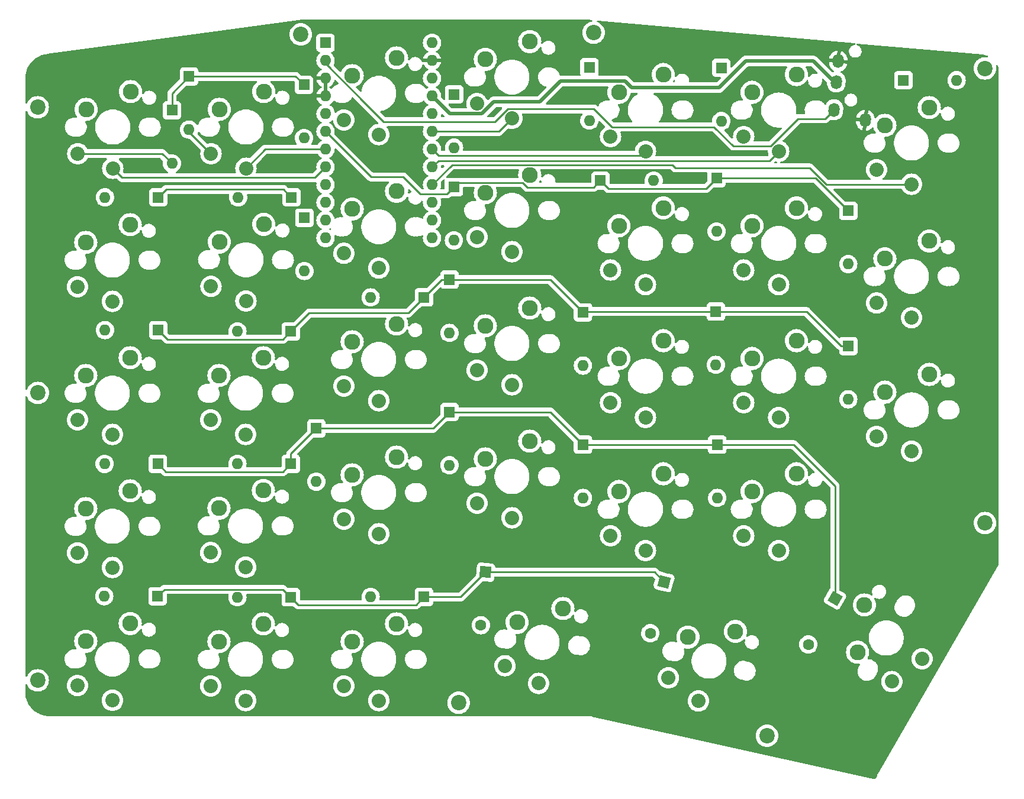
<source format=gbr>
%TF.GenerationSoftware,KiCad,Pcbnew,(6.0.1-0)*%
%TF.CreationDate,2022-09-28T20:42:43+02:00*%
%TF.ProjectId,Takmak-left,54616b6d-616b-42d6-9c65-66742e6b6963,rev?*%
%TF.SameCoordinates,Original*%
%TF.FileFunction,Copper,L2,Bot*%
%TF.FilePolarity,Positive*%
%FSLAX46Y46*%
G04 Gerber Fmt 4.6, Leading zero omitted, Abs format (unit mm)*
G04 Created by KiCad (PCBNEW (6.0.1-0)) date 2022-09-28 20:42:43*
%MOMM*%
%LPD*%
G01*
G04 APERTURE LIST*
G04 Aperture macros list*
%AMHorizOval*
0 Thick line with rounded ends*
0 $1 width*
0 $2 $3 position (X,Y) of the first rounded end (center of the circle)*
0 $4 $5 position (X,Y) of the second rounded end (center of the circle)*
0 Add line between two ends*
20,1,$1,$2,$3,$4,$5,0*
0 Add two circle primitives to create the rounded ends*
1,1,$1,$2,$3*
1,1,$1,$4,$5*%
%AMRotRect*
0 Rectangle, with rotation*
0 The origin of the aperture is its center*
0 $1 length*
0 $2 width*
0 $3 Rotation angle, in degrees counterclockwise*
0 Add horizontal line*
21,1,$1,$2,0,0,$3*%
G04 Aperture macros list end*
%TA.AperFunction,ComponentPad*%
%ADD10C,2.032000*%
%TD*%
%TA.AperFunction,ComponentPad*%
%ADD11C,2.286000*%
%TD*%
%TA.AperFunction,ComponentPad*%
%ADD12C,2.200000*%
%TD*%
%TA.AperFunction,ComponentPad*%
%ADD13R,1.600000X1.600000*%
%TD*%
%TA.AperFunction,ComponentPad*%
%ADD14O,1.600000X1.600000*%
%TD*%
%TA.AperFunction,ComponentPad*%
%ADD15RotRect,1.600000X1.600000X265.000000*%
%TD*%
%TA.AperFunction,ComponentPad*%
%ADD16HorizOval,1.600000X0.000000X0.000000X0.000000X0.000000X0*%
%TD*%
%TA.AperFunction,ComponentPad*%
%ADD17HorizOval,1.600000X0.017431X0.199239X-0.017431X-0.199239X0*%
%TD*%
%TA.AperFunction,ComponentPad*%
%ADD18RotRect,1.600000X1.600000X240.000000*%
%TD*%
%TA.AperFunction,ComponentPad*%
%ADD19HorizOval,1.600000X0.000000X0.000000X0.000000X0.000000X0*%
%TD*%
%TA.AperFunction,ComponentPad*%
%ADD20RotRect,1.600000X1.600000X255.000000*%
%TD*%
%TA.AperFunction,ComponentPad*%
%ADD21HorizOval,1.600000X0.000000X0.000000X0.000000X0.000000X0*%
%TD*%
%TA.AperFunction,Conductor*%
%ADD22C,0.250000*%
%TD*%
%TA.AperFunction,Conductor*%
%ADD23C,0.500000*%
%TD*%
G04 APERTURE END LIST*
D10*
%TO.P,SW20,1,1*%
%TO.N,col_5*%
X129032000Y-78086800D03*
D11*
X131572000Y-67106800D03*
D10*
%TO.P,SW20,2,2*%
%TO.N,Net-(D20-Pad2)*%
X124032000Y-75986800D03*
D11*
X125222000Y-69646800D03*
%TD*%
%TO.P,SW6,1,1*%
%TO.N,col_2*%
X188772800Y-69494400D03*
D10*
X186232800Y-80474400D03*
D11*
%TO.P,SW6,2,2*%
%TO.N,Net-(D6-Pad2)*%
X182422800Y-72034400D03*
D10*
X181232800Y-78374400D03*
%TD*%
%TO.P,SW28,1,1*%
%TO.N,col_6*%
X109982000Y-140012000D03*
D11*
X112522000Y-129032000D03*
D10*
%TO.P,SW28,2,2*%
%TO.N,Net-(D28-Pad2)*%
X104982000Y-137912000D03*
D11*
X106172000Y-131572000D03*
%TD*%
D10*
%TO.P,SW9,1,1*%
%TO.N,col_3*%
X167182800Y-61373600D03*
D11*
X169722800Y-50393600D03*
D10*
%TO.P,SW9,2,2*%
%TO.N,Net-(D9-Pad2)*%
X162182800Y-59273600D03*
D11*
X163372800Y-52933600D03*
%TD*%
D12*
%TO.P,U4,*%
%TO.N,*%
X80250000Y-95970000D03*
%TD*%
D11*
%TO.P,SW25,1,1*%
%TO.N,col_6*%
X112572800Y-71831200D03*
D10*
X110032800Y-82811200D03*
D11*
%TO.P,SW25,2,2*%
%TO.N,Net-(D25-Pad2)*%
X106222800Y-74371200D03*
D10*
X105032800Y-80711200D03*
%TD*%
%TO.P,SW16,1,1*%
%TO.N,col_4*%
X148082000Y-94800000D03*
D11*
X150622000Y-83820000D03*
%TO.P,SW16,2,2*%
%TO.N,Net-(D16-Pad2)*%
X144272000Y-86360000D03*
D10*
X143082000Y-92700000D03*
%TD*%
%TO.P,SW12,1,1*%
%TO.N,col_3*%
X167182800Y-118523600D03*
D11*
X169722800Y-107543600D03*
D10*
%TO.P,SW12,2,2*%
%TO.N,Net-(D12-Pad2)*%
X162182800Y-116423600D03*
D11*
X163372800Y-110083600D03*
%TD*%
D10*
%TO.P,SW13,1,1*%
%TO.N,col_3*%
X174748968Y-140064962D03*
D11*
X180044252Y-130116497D03*
%TO.P,SW13,2,2*%
%TO.N,Net-(D13-Pad2)*%
X173253223Y-130926448D03*
D10*
X170462858Y-136742423D03*
%TD*%
D11*
%TO.P,SW3,1,1*%
%TO.N,col_1*%
X207772000Y-93319600D03*
D10*
X205232000Y-104299600D03*
D11*
%TO.P,SW3,2,2*%
%TO.N,Net-(D3-Pad2)*%
X201422000Y-95859600D03*
D10*
X200232000Y-102199600D03*
%TD*%
D11*
%TO.P,SW23,1,1*%
%TO.N,col_5*%
X131572000Y-129032000D03*
D10*
X129032000Y-140012000D03*
D11*
%TO.P,SW23,2,2*%
%TO.N,Net-(D23-Pad2)*%
X125222000Y-131572000D03*
D10*
X124032000Y-137912000D03*
%TD*%
%TO.P,SW32,1,1*%
%TO.N,col_7*%
X90932000Y-120962000D03*
D11*
X93472000Y-109982000D03*
D10*
%TO.P,SW32,2,2*%
%TO.N,Net-(D32-Pad2)*%
X85932000Y-118862000D03*
D11*
X87122000Y-112522000D03*
%TD*%
%TO.P,SW11,1,1*%
%TO.N,col_3*%
X169722800Y-88493600D03*
D10*
X167182800Y-99473600D03*
%TO.P,SW11,2,2*%
%TO.N,Net-(D11-Pad2)*%
X162182800Y-97373600D03*
D11*
X163372800Y-91033600D03*
%TD*%
D12*
%TO.P,U4,*%
%TO.N,*%
X140450000Y-140320000D03*
%TD*%
D10*
%TO.P,SW2,1,1*%
%TO.N,col_1*%
X205232000Y-85198800D03*
D11*
X207772000Y-74218800D03*
%TO.P,SW2,2,2*%
%TO.N,Net-(D2-Pad2)*%
X201422000Y-76758800D03*
D10*
X200232000Y-83098800D03*
%TD*%
D12*
%TO.P,U4,*%
%TO.N,*%
X80230000Y-55080000D03*
%TD*%
D11*
%TO.P,SW7,1,1*%
%TO.N,col_2*%
X188772800Y-88493600D03*
D10*
X186232800Y-99473600D03*
%TO.P,SW7,2,2*%
%TO.N,Net-(D7-Pad2)*%
X181232800Y-97373600D03*
D11*
X182422800Y-91033600D03*
%TD*%
D10*
%TO.P,SW27,1,1*%
%TO.N,col_6*%
X109982000Y-120911200D03*
D11*
X112522000Y-109931200D03*
%TO.P,SW27,2,2*%
%TO.N,Net-(D27-Pad2)*%
X106172000Y-112471200D03*
D10*
X104982000Y-118811200D03*
%TD*%
D11*
%TO.P,SW31,1,1*%
%TO.N,col_7*%
X93472000Y-90932000D03*
D10*
X90932000Y-101912000D03*
%TO.P,SW31,2,2*%
%TO.N,Net-(D31-Pad2)*%
X85932000Y-99812000D03*
D11*
X87122000Y-93472000D03*
%TD*%
D10*
%TO.P,SW10,1,1*%
%TO.N,col_3*%
X167182800Y-80474400D03*
D11*
X169722800Y-69494400D03*
%TO.P,SW10,2,2*%
%TO.N,Net-(D10-Pad2)*%
X163372800Y-72034400D03*
D10*
X162182800Y-78374400D03*
%TD*%
D13*
%TO.P,U1,1,TX*%
%TO.N,unconnected-(U1-Pad1)*%
X121412000Y-45847000D03*
D14*
%TO.P,U1,2,RX*%
%TO.N,SERIAL*%
X121412000Y-48387000D03*
%TO.P,U1,3,GND*%
%TO.N,GND*%
X121412000Y-50927000D03*
%TO.P,U1,4,GND*%
X121412000Y-53467000D03*
%TO.P,U1,5,SDA*%
%TO.N,row_1*%
X121412000Y-56007000D03*
%TO.P,U1,6,SCL*%
%TO.N,row_2*%
X121412000Y-58547000D03*
%TO.P,U1,7,D4*%
%TO.N,col_6*%
X121412000Y-61087000D03*
%TO.P,U1,8,C6*%
%TO.N,col_7*%
X121412000Y-63627000D03*
%TO.P,U1,9,D7*%
%TO.N,col_5*%
X121412000Y-66167000D03*
%TO.P,U1,10,E6*%
%TO.N,unconnected-(U1-Pad10)*%
X121412000Y-68707000D03*
%TO.P,U1,11,B4*%
%TO.N,unconnected-(U1-Pad11)*%
X121412000Y-71247000D03*
%TO.P,U1,12,B5*%
%TO.N,unconnected-(U1-Pad12)*%
X121412000Y-73787000D03*
%TO.P,U1,13,B6*%
%TO.N,row_5*%
X136652000Y-73787000D03*
%TO.P,U1,14,B2*%
%TO.N,row_4*%
X136652000Y-71247000D03*
%TO.P,U1,15,B3*%
%TO.N,row_3*%
X136652000Y-68707000D03*
%TO.P,U1,16,B1*%
%TO.N,col_1*%
X136652000Y-66167000D03*
%TO.P,U1,17,F7*%
%TO.N,col_2*%
X136652000Y-63627000D03*
%TO.P,U1,18,F6*%
%TO.N,col_3*%
X136652000Y-61087000D03*
%TO.P,U1,19,F5*%
%TO.N,col_4*%
X136652000Y-58547000D03*
%TO.P,U1,20,F4*%
%TO.N,unconnected-(U1-Pad20)*%
X136652000Y-56007000D03*
%TO.P,U1,21,VCC*%
%TO.N,VCC*%
X136652000Y-53467000D03*
%TO.P,U1,22,RST*%
%TO.N,unconnected-(U1-Pad22)*%
X136652000Y-50927000D03*
%TO.P,U1,23,GND*%
%TO.N,GND*%
X136652000Y-48387000D03*
%TO.P,U1,24,RAW*%
%TO.N,unconnected-(U1-Pad24)*%
X136652000Y-45847000D03*
%TD*%
D10*
%TO.P,SW8,1,1*%
%TO.N,col_2*%
X186232800Y-118523600D03*
D11*
X188772800Y-107543600D03*
D10*
%TO.P,SW8,2,2*%
%TO.N,Net-(D8-Pad2)*%
X181232800Y-116423600D03*
D11*
X182422800Y-110083600D03*
%TD*%
D10*
%TO.P,SW19,1,1*%
%TO.N,col_5*%
X129032000Y-58986000D03*
D11*
X131572000Y-48006000D03*
%TO.P,SW19,2,2*%
%TO.N,Net-(D19-Pad2)*%
X125222000Y-50546000D03*
D10*
X124032000Y-56886000D03*
%TD*%
D11*
%TO.P,SW4,1,1*%
%TO.N,col_1*%
X198495791Y-126324295D03*
D10*
X206734750Y-134014000D03*
%TO.P,SW4,2,2*%
%TO.N,Net-(D4-Pad2)*%
X202416097Y-137294127D03*
D11*
X197520495Y-133093557D03*
%TD*%
D10*
%TO.P,SW21,1,1*%
%TO.N,col_5*%
X129032000Y-97086000D03*
D11*
X131572000Y-86106000D03*
%TO.P,SW21,2,2*%
%TO.N,Net-(D21-Pad2)*%
X125222000Y-88646000D03*
D10*
X124032000Y-94986000D03*
%TD*%
D12*
%TO.P,U4,*%
%TO.N,*%
X117870000Y-44640000D03*
%TD*%
%TO.P,U4,*%
%TO.N,*%
X184560000Y-145050000D03*
%TD*%
D10*
%TO.P,SW15,1,1*%
%TO.N,col_4*%
X148082000Y-75750000D03*
D11*
X150622000Y-64770000D03*
D10*
%TO.P,SW15,2,2*%
%TO.N,Net-(D15-Pad2)*%
X143082000Y-73650000D03*
D11*
X144272000Y-67310000D03*
%TD*%
D12*
%TO.P,U4,*%
%TO.N,*%
X215740000Y-114600000D03*
%TD*%
D10*
%TO.P,SW1,1,1*%
%TO.N,col_1*%
X205232000Y-66098000D03*
D11*
X207772000Y-55118000D03*
%TO.P,SW1,2,2*%
%TO.N,Net-(D1-Pad2)*%
X201422000Y-57658000D03*
D10*
X200232000Y-63998000D03*
%TD*%
D12*
%TO.P,U4,*%
%TO.N,*%
X215740000Y-49510000D03*
%TD*%
%TO.P,U4,*%
%TO.N,*%
X80230000Y-137120000D03*
%TD*%
D11*
%TO.P,SW22,1,1*%
%TO.N,col_5*%
X131572000Y-105156000D03*
D10*
X129032000Y-116136000D03*
%TO.P,SW22,2,2*%
%TO.N,Net-(D22-Pad2)*%
X124032000Y-114036000D03*
D11*
X125222000Y-107696000D03*
%TD*%
D12*
%TO.P,U4,*%
%TO.N,*%
X159750000Y-44400000D03*
%TD*%
D10*
%TO.P,SW17,1,1*%
%TO.N,col_4*%
X148082000Y-113850000D03*
D11*
X150622000Y-102870000D03*
D10*
%TO.P,SW17,2,2*%
%TO.N,Net-(D17-Pad2)*%
X143082000Y-111750000D03*
D11*
X144272000Y-105410000D03*
%TD*%
%TO.P,SW29,1,1*%
%TO.N,col_7*%
X93522800Y-52832000D03*
D10*
X90982800Y-63812000D03*
D11*
%TO.P,SW29,2,2*%
%TO.N,Net-(D29-Pad2)*%
X87172800Y-55372000D03*
D10*
X85982800Y-61712000D03*
%TD*%
D11*
%TO.P,SW30,1,1*%
%TO.N,col_7*%
X93472000Y-71882000D03*
D10*
X90932000Y-82862000D03*
D11*
%TO.P,SW30,2,2*%
%TO.N,Net-(D30-Pad2)*%
X87122000Y-74422000D03*
D10*
X85932000Y-80762000D03*
%TD*%
D11*
%TO.P,SW26,1,1*%
%TO.N,col_6*%
X112522000Y-90932000D03*
D10*
X109982000Y-101912000D03*
D11*
%TO.P,SW26,2,2*%
%TO.N,Net-(D26-Pad2)*%
X106172000Y-93472000D03*
D10*
X104982000Y-99812000D03*
%TD*%
D11*
%TO.P,SW24,1,1*%
%TO.N,col_6*%
X112572800Y-52832000D03*
D10*
X110032800Y-63812000D03*
%TO.P,SW24,2,2*%
%TO.N,Net-(D24-Pad2)*%
X105032800Y-61712000D03*
D11*
X106222800Y-55372000D03*
%TD*%
%TO.P,SW18,1,1*%
%TO.N,col_4*%
X155373086Y-126834307D03*
D10*
X151885781Y-137551149D03*
%TO.P,SW18,2,2*%
%TO.N,Net-(D18-Pad2)*%
X147087835Y-135023361D03*
D11*
X148825874Y-128811202D03*
%TD*%
D10*
%TO.P,SW5,1,1*%
%TO.N,col_2*%
X186232800Y-61373600D03*
D11*
X188772800Y-50393600D03*
D10*
%TO.P,SW5,2,2*%
%TO.N,Net-(D5-Pad2)*%
X181232800Y-59273600D03*
D11*
X182422800Y-52933600D03*
%TD*%
D10*
%TO.P,SW14,1,1*%
%TO.N,col_4*%
X148082000Y-56649200D03*
D11*
X150622000Y-45669200D03*
%TO.P,SW14,2,2*%
%TO.N,Net-(D14-Pad2)*%
X144272000Y-48209200D03*
D10*
X143082000Y-54549200D03*
%TD*%
D11*
%TO.P,SW33,1,1*%
%TO.N,col_7*%
X93472000Y-128981200D03*
D10*
X90932000Y-139961200D03*
D11*
%TO.P,SW33,2,2*%
%TO.N,Net-(D33-Pad2)*%
X87122000Y-131521200D03*
D10*
X85932000Y-137861200D03*
%TD*%
D15*
%TO.P,D18,1,K*%
%TO.N,row_5*%
X144299264Y-121629698D03*
D16*
%TO.P,D18,2,A*%
%TO.N,Net-(D18-Pad2)*%
X143635137Y-129220702D03*
%TD*%
D13*
%TO.P,D22,1,K*%
%TO.N,row_4*%
X120091200Y-101041200D03*
D14*
%TO.P,D22,2,A*%
%TO.N,Net-(D22-Pad2)*%
X120091200Y-108661200D03*
%TD*%
D13*
%TO.P,D23,1,K*%
%TO.N,row_5*%
X135483600Y-125171200D03*
D14*
%TO.P,D23,2,A*%
%TO.N,Net-(D23-Pad2)*%
X127863600Y-125171200D03*
%TD*%
D13*
%TO.P,D27,1,K*%
%TO.N,row_4*%
X116433600Y-106121200D03*
D14*
%TO.P,D27,2,A*%
%TO.N,Net-(D27-Pad2)*%
X108813600Y-106121200D03*
%TD*%
D13*
%TO.P,D6,1,K*%
%TO.N,row_2*%
X177342800Y-65227200D03*
D14*
%TO.P,D6,2,A*%
%TO.N,Net-(D6-Pad2)*%
X177342800Y-72847200D03*
%TD*%
D13*
%TO.P,D7,1,K*%
%TO.N,row_3*%
X177241200Y-84328000D03*
D14*
%TO.P,D7,2,A*%
%TO.N,Net-(D7-Pad2)*%
X177241200Y-91948000D03*
%TD*%
D17*
%TO.P,J1,R1*%
%TO.N,VCC*%
X194494879Y-51449313D03*
%TO.P,J1,R2*%
%TO.N,GND*%
X194756346Y-48460729D03*
%TO.P,J1,S*%
X198632880Y-56930822D03*
%TO.P,J1,T*%
%TO.N,SERIAL*%
X194146256Y-55434092D03*
%TD*%
D13*
%TO.P,D19,1,K*%
%TO.N,row_1*%
X118338600Y-51866800D03*
D14*
%TO.P,D19,2,A*%
%TO.N,Net-(D19-Pad2)*%
X118338600Y-59486800D03*
%TD*%
D13*
%TO.P,D26,1,K*%
%TO.N,row_3*%
X116433600Y-87172800D03*
D14*
%TO.P,D26,2,A*%
%TO.N,Net-(D26-Pad2)*%
X108813600Y-87172800D03*
%TD*%
D13*
%TO.P,D3,1,K*%
%TO.N,row_3*%
X196189600Y-89255600D03*
D14*
%TO.P,D3,2,A*%
%TO.N,Net-(D3-Pad2)*%
X196189600Y-96875600D03*
%TD*%
D13*
%TO.P,D24,1,K*%
%TO.N,row_1*%
X101890000Y-50650000D03*
D14*
%TO.P,D24,2,A*%
%TO.N,Net-(D24-Pad2)*%
X101890000Y-58270000D03*
%TD*%
D13*
%TO.P,D5,1,K*%
%TO.N,row_1*%
X178028600Y-49428400D03*
D14*
%TO.P,D5,2,A*%
%TO.N,Net-(D5-Pad2)*%
X178028600Y-57048400D03*
%TD*%
D13*
%TO.P,D25,1,K*%
%TO.N,row_2*%
X116535200Y-67970400D03*
D14*
%TO.P,D25,2,A*%
%TO.N,Net-(D25-Pad2)*%
X108915200Y-67970400D03*
%TD*%
D13*
%TO.P,D2,1,K*%
%TO.N,row_2*%
X196189600Y-69900800D03*
D14*
%TO.P,D2,2,A*%
%TO.N,Net-(D2-Pad2)*%
X196189600Y-77520800D03*
%TD*%
D13*
%TO.P,D11,1,K*%
%TO.N,row_3*%
X158242000Y-84429600D03*
D14*
%TO.P,D11,2,A*%
%TO.N,Net-(D11-Pad2)*%
X158242000Y-92049600D03*
%TD*%
D13*
%TO.P,D31,1,K*%
%TO.N,row_3*%
X97485200Y-86969600D03*
D14*
%TO.P,D31,2,A*%
%TO.N,Net-(D31-Pad2)*%
X89865200Y-86969600D03*
%TD*%
D13*
%TO.P,D10,1,K*%
%TO.N,row_2*%
X160731200Y-65582800D03*
D14*
%TO.P,D10,2,A*%
%TO.N,Net-(D10-Pad2)*%
X168351200Y-65582800D03*
%TD*%
D18*
%TO.P,D4,1,K*%
%TO.N,row_4*%
X194284600Y-125376844D03*
D19*
%TO.P,D4,2,A*%
%TO.N,Net-(D4-Pad2)*%
X190474600Y-131975958D03*
%TD*%
D13*
%TO.P,D8,1,K*%
%TO.N,row_4*%
X177444400Y-103378000D03*
D14*
%TO.P,D8,2,A*%
%TO.N,Net-(D8-Pad2)*%
X177444400Y-110998000D03*
%TD*%
D13*
%TO.P,D12,1,K*%
%TO.N,row_4*%
X158242000Y-103378000D03*
D14*
%TO.P,D12,2,A*%
%TO.N,Net-(D12-Pad2)*%
X158242000Y-110998000D03*
%TD*%
D13*
%TO.P,D9,1,K*%
%TO.N,row_1*%
X159156400Y-49352200D03*
D14*
%TO.P,D9,2,A*%
%TO.N,Net-(D9-Pad2)*%
X159156400Y-56972200D03*
%TD*%
D13*
%TO.P,D29,1,K*%
%TO.N,row_1*%
X99450000Y-55510000D03*
D14*
%TO.P,D29,2,A*%
%TO.N,Net-(D29-Pad2)*%
X99450000Y-63130000D03*
%TD*%
D13*
%TO.P,D17,1,K*%
%TO.N,row_4*%
X139141200Y-98704400D03*
D14*
%TO.P,D17,2,A*%
%TO.N,Net-(D17-Pad2)*%
X139141200Y-106324400D03*
%TD*%
D20*
%TO.P,D13,1,K*%
%TO.N,row_5*%
X169845301Y-123015023D03*
D21*
%TO.P,D13,2,A*%
%TO.N,Net-(D13-Pad2)*%
X167873100Y-130375378D03*
%TD*%
D13*
%TO.P,D1,1,K*%
%TO.N,row_1*%
X204063600Y-51206400D03*
D14*
%TO.P,D1,2,A*%
%TO.N,Net-(D1-Pad2)*%
X211683600Y-51206400D03*
%TD*%
D13*
%TO.P,D21,1,K*%
%TO.N,row_3*%
X135483600Y-82296000D03*
D14*
%TO.P,D21,2,A*%
%TO.N,Net-(D21-Pad2)*%
X127863600Y-82296000D03*
%TD*%
D13*
%TO.P,D15,1,K*%
%TO.N,row_2*%
X139776200Y-66497200D03*
D14*
%TO.P,D15,2,A*%
%TO.N,Net-(D15-Pad2)*%
X139776200Y-74117200D03*
%TD*%
D13*
%TO.P,D33,1,K*%
%TO.N,row_5*%
X97383600Y-125069600D03*
D14*
%TO.P,D33,2,A*%
%TO.N,Net-(D33-Pad2)*%
X89763600Y-125069600D03*
%TD*%
D13*
%TO.P,D32,1,K*%
%TO.N,row_4*%
X97434400Y-106121200D03*
D14*
%TO.P,D32,2,A*%
%TO.N,Net-(D32-Pad2)*%
X89814400Y-106121200D03*
%TD*%
D13*
%TO.P,D20,1,K*%
%TO.N,row_2*%
X118389400Y-70891400D03*
D14*
%TO.P,D20,2,A*%
%TO.N,Net-(D20-Pad2)*%
X118389400Y-78511400D03*
%TD*%
D13*
%TO.P,D14,1,K*%
%TO.N,row_1*%
X139801600Y-53238400D03*
D14*
%TO.P,D14,2,A*%
%TO.N,Net-(D14-Pad2)*%
X139801600Y-60858400D03*
%TD*%
D13*
%TO.P,D16,1,K*%
%TO.N,row_3*%
X139141200Y-79756000D03*
D14*
%TO.P,D16,2,A*%
%TO.N,Net-(D16-Pad2)*%
X139141200Y-87376000D03*
%TD*%
D13*
%TO.P,D28,1,K*%
%TO.N,row_5*%
X116433600Y-125222000D03*
D14*
%TO.P,D28,2,A*%
%TO.N,Net-(D28-Pad2)*%
X108813600Y-125222000D03*
%TD*%
D13*
%TO.P,D30,1,K*%
%TO.N,row_2*%
X97485200Y-67970400D03*
D14*
%TO.P,D30,2,A*%
%TO.N,Net-(D30-Pad2)*%
X89865200Y-67970400D03*
%TD*%
D22*
%TO.N,row_1*%
X117121800Y-50650000D02*
X118338600Y-51866800D01*
X99450000Y-53090000D02*
X101890000Y-50650000D01*
X99450000Y-55510000D02*
X99450000Y-53090000D01*
X101890000Y-50650000D02*
X117121800Y-50650000D01*
X121412000Y-56007000D02*
X121964579Y-55454421D01*
%TO.N,row_2*%
X97485200Y-67970400D02*
X98609711Y-66845889D01*
X177342800Y-65227200D02*
X191516000Y-65227200D01*
X149586289Y-65842489D02*
X150263621Y-66519821D01*
X139776200Y-66497200D02*
X138814757Y-67458643D01*
X132537803Y-65042489D02*
X127907489Y-65042489D01*
X159794179Y-66519821D02*
X160731200Y-65582800D01*
X160731200Y-65582800D02*
X161855711Y-66707311D01*
X161855711Y-66707311D02*
X175862689Y-66707311D01*
X140430911Y-65842489D02*
X149586289Y-65842489D01*
X127907489Y-65042489D02*
X121412000Y-58547000D01*
X138814757Y-67458643D02*
X134953957Y-67458643D01*
X115410689Y-66845889D02*
X116535200Y-67970400D01*
X139776200Y-66497200D02*
X140430911Y-65842489D01*
X175862689Y-66707311D02*
X177342800Y-65227200D01*
X191516000Y-65227200D02*
X196189600Y-69900800D01*
X134953957Y-67458643D02*
X132537803Y-65042489D01*
X98609711Y-66845889D02*
X115410689Y-66845889D01*
X150263621Y-66519821D02*
X159794179Y-66519821D01*
%TO.N,row_3*%
X98812911Y-88297311D02*
X97485200Y-86969600D01*
X196189600Y-89255600D02*
X195139600Y-89255600D01*
X116433600Y-87172800D02*
X115309089Y-88297311D01*
X139141200Y-79756000D02*
X138023600Y-79756000D01*
X133248400Y-84531200D02*
X119075200Y-84531200D01*
X115309089Y-88297311D02*
X98812911Y-88297311D01*
X190212000Y-84328000D02*
X177241200Y-84328000D01*
X177241200Y-84328000D02*
X158343600Y-84328000D01*
X158343600Y-84328000D02*
X158242000Y-84429600D01*
X138023600Y-79756000D02*
X135483600Y-82296000D01*
X135483600Y-82296000D02*
X133248400Y-84531200D01*
X153568400Y-79756000D02*
X139141200Y-79756000D01*
X119075200Y-84531200D02*
X116433600Y-87172800D01*
X158242000Y-84429600D02*
X153568400Y-79756000D01*
X195139600Y-89255600D02*
X190212000Y-84328000D01*
%TO.N,row_4*%
X120091200Y-101041200D02*
X136804400Y-101041200D01*
X98558911Y-107245711D02*
X115309089Y-107245711D01*
X97434400Y-106121200D02*
X98558911Y-107245711D01*
X153568400Y-98704400D02*
X158242000Y-103378000D01*
X139141200Y-98704400D02*
X153568400Y-98704400D01*
X115309089Y-107245711D02*
X116433600Y-106121200D01*
X188366400Y-103378000D02*
X177444400Y-103378000D01*
X194284600Y-125376844D02*
X194284600Y-109296200D01*
X116433600Y-106121200D02*
X116433600Y-104698800D01*
X194284600Y-109296200D02*
X188366400Y-103378000D01*
X158242000Y-103378000D02*
X177444400Y-103378000D01*
X116433600Y-104698800D02*
X120091200Y-101041200D01*
X136804400Y-101041200D02*
X139141200Y-98704400D01*
%TO.N,row_5*%
X115309089Y-124097489D02*
X116433600Y-125222000D01*
X134359089Y-126295711D02*
X135483600Y-125171200D01*
X168459976Y-121629698D02*
X169845301Y-123015023D01*
X144299264Y-121629698D02*
X168459976Y-121629698D01*
X98355711Y-124097489D02*
X115309089Y-124097489D01*
X117507311Y-126295711D02*
X134359089Y-126295711D01*
X116433600Y-125222000D02*
X117507311Y-126295711D01*
X140757762Y-125171200D02*
X144299264Y-121629698D01*
X135483600Y-125171200D02*
X140757762Y-125171200D01*
X97383600Y-125069600D02*
X98355711Y-124097489D01*
%TO.N,Net-(D15-Pad2)*%
X143503800Y-73228200D02*
X143082000Y-73650000D01*
%TO.N,Net-(D24-Pad2)*%
X105032800Y-61712000D02*
X101890000Y-58569200D01*
X101890000Y-58569200D02*
X101890000Y-58270000D01*
%TO.N,Net-(D29-Pad2)*%
X85982800Y-61712000D02*
X98032000Y-61712000D01*
X98032000Y-61712000D02*
X99450000Y-63130000D01*
%TO.N,SERIAL*%
X162362792Y-57886600D02*
X176987200Y-57886600D01*
X192862148Y-56718200D02*
X194146256Y-55434092D01*
X147510311Y-55308689D02*
X159784881Y-55308689D01*
X185096519Y-60614111D02*
X188992430Y-56718200D01*
X159784881Y-55308689D02*
X162362792Y-57886600D01*
X188992430Y-56718200D02*
X192862148Y-56718200D01*
X121412000Y-48387000D02*
X121412000Y-48811375D01*
X121412000Y-48811375D02*
X127192173Y-54591548D01*
X145669000Y-57150000D02*
X147510311Y-55308689D01*
X176987200Y-57886600D02*
X179714711Y-60614111D01*
X179714711Y-60614111D02*
X185096519Y-60614111D01*
X129746546Y-57150000D02*
X145669000Y-57150000D01*
X127192173Y-54595627D02*
X129746546Y-57150000D01*
X127192173Y-54591548D02*
X127192173Y-54595627D01*
D23*
%TO.N,VCC*%
X164236400Y-51308000D02*
X155041600Y-51308000D01*
X155041600Y-51308000D02*
X152044400Y-54305200D01*
X194494879Y-51449313D02*
X194197313Y-51449313D01*
X177687601Y-52268421D02*
X165196821Y-52268421D01*
X139199711Y-56014711D02*
X136652000Y-53467000D01*
X152044400Y-54305200D02*
X145491200Y-54305200D01*
X191208729Y-48460729D02*
X181495293Y-48460729D01*
X165196821Y-52268421D02*
X164236400Y-51308000D01*
X194756346Y-51187846D02*
X194494879Y-51449313D01*
X143781689Y-56014711D02*
X139199711Y-56014711D01*
X145491200Y-54305200D02*
X143781689Y-56014711D01*
X194197313Y-51449313D02*
X191208729Y-48460729D01*
X181495293Y-48460729D02*
X177687601Y-52268421D01*
D22*
%TO.N,col_1*%
X190676527Y-63752009D02*
X171456979Y-63752009D01*
X171456979Y-63752009D02*
X171007459Y-63302489D01*
X193022518Y-66098000D02*
X190676527Y-63752009D01*
X139516511Y-63302489D02*
X136652000Y-66167000D01*
X171007459Y-63302489D02*
X139516511Y-63302489D01*
X205232000Y-66098000D02*
X193022518Y-66098000D01*
%TO.N,col_2*%
X184892289Y-62714111D02*
X186232800Y-61373600D01*
X136652000Y-63627000D02*
X137564889Y-62714111D01*
X137564889Y-62714111D02*
X184892289Y-62714111D01*
%TO.N,col_3*%
X166573489Y-61982911D02*
X137547911Y-61982911D01*
X167182800Y-61373600D02*
X166573489Y-61982911D01*
X137547911Y-61982911D02*
X136652000Y-61087000D01*
%TO.N,col_4*%
X136652000Y-58547000D02*
X146184200Y-58547000D01*
X146184200Y-58547000D02*
X148082000Y-56649200D01*
%TO.N,col_6*%
X112757800Y-61087000D02*
X121412000Y-61087000D01*
X110032800Y-63812000D02*
X112757800Y-61087000D01*
%TO.N,col_7*%
X90982800Y-63812000D02*
X92323311Y-65152511D01*
X119886489Y-65152511D02*
X121412000Y-63627000D01*
X92323311Y-65152511D02*
X119886489Y-65152511D01*
%TD*%
%TA.AperFunction,Conductor*%
%TO.N,GND*%
G36*
X159203121Y-42543314D02*
G01*
X159450471Y-42565297D01*
X159516553Y-42591251D01*
X159558113Y-42648811D01*
X159561956Y-42719704D01*
X159526862Y-42781420D01*
X159468730Y-42813321D01*
X159353713Y-42840934D01*
X159251409Y-42865495D01*
X159246838Y-42867388D01*
X159246836Y-42867389D01*
X159022072Y-42960489D01*
X159022068Y-42960491D01*
X159017498Y-42962384D01*
X158801624Y-43094672D01*
X158609102Y-43259102D01*
X158444672Y-43451624D01*
X158312384Y-43667498D01*
X158310491Y-43672068D01*
X158310489Y-43672072D01*
X158300645Y-43695838D01*
X158215495Y-43901409D01*
X158214340Y-43906221D01*
X158157877Y-44141409D01*
X158156391Y-44147597D01*
X158136526Y-44400000D01*
X158156391Y-44652403D01*
X158157545Y-44657210D01*
X158157546Y-44657216D01*
X158170093Y-44709477D01*
X158215495Y-44898591D01*
X158217388Y-44903162D01*
X158217389Y-44903164D01*
X158258446Y-45002283D01*
X158312384Y-45132502D01*
X158444672Y-45348376D01*
X158609102Y-45540898D01*
X158612858Y-45544106D01*
X158614751Y-45545723D01*
X158801624Y-45705328D01*
X159017498Y-45837616D01*
X159022068Y-45839509D01*
X159022072Y-45839511D01*
X159246836Y-45932611D01*
X159251409Y-45934505D01*
X159336032Y-45954821D01*
X159492784Y-45992454D01*
X159492790Y-45992455D01*
X159497597Y-45993609D01*
X159750000Y-46013474D01*
X160002403Y-45993609D01*
X160007210Y-45992455D01*
X160007216Y-45992454D01*
X160163968Y-45954821D01*
X160248591Y-45934505D01*
X160253164Y-45932611D01*
X160477928Y-45839511D01*
X160477932Y-45839509D01*
X160482502Y-45837616D01*
X160698376Y-45705328D01*
X160885249Y-45545723D01*
X160887142Y-45544106D01*
X160890898Y-45540898D01*
X161055328Y-45348376D01*
X161187616Y-45132502D01*
X161241555Y-45002283D01*
X161282611Y-44903164D01*
X161282612Y-44903162D01*
X161284505Y-44898591D01*
X161329907Y-44709477D01*
X161342454Y-44657216D01*
X161342455Y-44657210D01*
X161343609Y-44652403D01*
X161363474Y-44400000D01*
X161343609Y-44147597D01*
X161342124Y-44141409D01*
X161285660Y-43906221D01*
X161284505Y-43901409D01*
X161199355Y-43695838D01*
X161189511Y-43672072D01*
X161189509Y-43672068D01*
X161187616Y-43667498D01*
X161055328Y-43451624D01*
X160890898Y-43259102D01*
X160698376Y-43094672D01*
X160482502Y-42962384D01*
X160477932Y-42960491D01*
X160477928Y-42960489D01*
X160303691Y-42888318D01*
X160248410Y-42843770D01*
X160225989Y-42776406D01*
X160243547Y-42707615D01*
X160295509Y-42659237D01*
X160363062Y-42646404D01*
X182513565Y-44615039D01*
X197102471Y-45911634D01*
X197168554Y-45937588D01*
X197210114Y-45995149D01*
X197213957Y-46066041D01*
X197178863Y-46127757D01*
X197115973Y-46160703D01*
X197104489Y-46162449D01*
X197076167Y-46165425D01*
X197003678Y-46173044D01*
X197003676Y-46173044D01*
X196997115Y-46173734D01*
X196815487Y-46232749D01*
X196650099Y-46328236D01*
X196645192Y-46332654D01*
X196645191Y-46332655D01*
X196513088Y-46451601D01*
X196508177Y-46456023D01*
X196395925Y-46610524D01*
X196393241Y-46616552D01*
X196393240Y-46616554D01*
X196320934Y-46778957D01*
X196318249Y-46784988D01*
X196298689Y-46877009D01*
X196280542Y-46962385D01*
X196278543Y-46971789D01*
X196278543Y-47162763D01*
X196279915Y-47169215D01*
X196279915Y-47169220D01*
X196283532Y-47186235D01*
X196318249Y-47349564D01*
X196320934Y-47355594D01*
X196320934Y-47355595D01*
X196387081Y-47504163D01*
X196395925Y-47524028D01*
X196399805Y-47529369D01*
X196399806Y-47529370D01*
X196416974Y-47553000D01*
X196508177Y-47678529D01*
X196513087Y-47682950D01*
X196513088Y-47682951D01*
X196612734Y-47772672D01*
X196650099Y-47806316D01*
X196691360Y-47830138D01*
X196807144Y-47896986D01*
X196815487Y-47901803D01*
X196997115Y-47960818D01*
X197003676Y-47961508D01*
X197003678Y-47961508D01*
X197056932Y-47967105D01*
X197139433Y-47975776D01*
X197234653Y-47975776D01*
X197317154Y-47967105D01*
X197370408Y-47961508D01*
X197370410Y-47961508D01*
X197376971Y-47960818D01*
X197558599Y-47901803D01*
X197566943Y-47896986D01*
X197682726Y-47830138D01*
X197723987Y-47806316D01*
X197761353Y-47772672D01*
X197860998Y-47682951D01*
X197860999Y-47682950D01*
X197865909Y-47678529D01*
X197957112Y-47553000D01*
X197974280Y-47529370D01*
X197974281Y-47529369D01*
X197978161Y-47524028D01*
X197987006Y-47504163D01*
X198053152Y-47355595D01*
X198053152Y-47355594D01*
X198055837Y-47349564D01*
X198090554Y-47186235D01*
X198094171Y-47169220D01*
X198094171Y-47169215D01*
X198095543Y-47162763D01*
X198095543Y-46971789D01*
X198093545Y-46962385D01*
X198075397Y-46877009D01*
X198055837Y-46784988D01*
X198053152Y-46778957D01*
X197980846Y-46616554D01*
X197980845Y-46616552D01*
X197978161Y-46610524D01*
X197865909Y-46456023D01*
X197860998Y-46451601D01*
X197728895Y-46332655D01*
X197728894Y-46332654D01*
X197723987Y-46328236D01*
X197558599Y-46232749D01*
X197428171Y-46190370D01*
X197369566Y-46150296D01*
X197341929Y-46084899D01*
X197354036Y-46014943D01*
X197402042Y-45962637D01*
X197470707Y-45944588D01*
X197478247Y-45945031D01*
X215384668Y-47536471D01*
X215402345Y-47539320D01*
X215429471Y-47545698D01*
X215438980Y-47545188D01*
X215447626Y-47544725D01*
X215470981Y-47545644D01*
X215704507Y-47576702D01*
X215718305Y-47579327D01*
X215974227Y-47642974D01*
X215987648Y-47647118D01*
X216064157Y-47675505D01*
X216121066Y-47717954D01*
X216145990Y-47784432D01*
X216131018Y-47853832D01*
X216080902Y-47904120D01*
X216011554Y-47919330D01*
X216000616Y-47918085D01*
X215997217Y-47917547D01*
X215992403Y-47916391D01*
X215740000Y-47896526D01*
X215487597Y-47916391D01*
X215482790Y-47917545D01*
X215482784Y-47917546D01*
X215347396Y-47950050D01*
X215241409Y-47975495D01*
X215236838Y-47977388D01*
X215236836Y-47977389D01*
X215012072Y-48070489D01*
X215012068Y-48070491D01*
X215007498Y-48072384D01*
X214791624Y-48204672D01*
X214599102Y-48369102D01*
X214595894Y-48372858D01*
X214583816Y-48387000D01*
X214434672Y-48561624D01*
X214302384Y-48777498D01*
X214300491Y-48782068D01*
X214300489Y-48782072D01*
X214211407Y-48997135D01*
X214205495Y-49011409D01*
X214194647Y-49056595D01*
X214149793Y-49243428D01*
X214146391Y-49257597D01*
X214126526Y-49510000D01*
X214146391Y-49762403D01*
X214147545Y-49767210D01*
X214147546Y-49767216D01*
X214183753Y-49918028D01*
X214205495Y-50008591D01*
X214207388Y-50013162D01*
X214207389Y-50013164D01*
X214300336Y-50237557D01*
X214302384Y-50242502D01*
X214434672Y-50458376D01*
X214599102Y-50650898D01*
X214791624Y-50815328D01*
X215007498Y-50947616D01*
X215012068Y-50949509D01*
X215012072Y-50949511D01*
X215236836Y-51042611D01*
X215241409Y-51044505D01*
X215286753Y-51055391D01*
X215482784Y-51102454D01*
X215482790Y-51102455D01*
X215487597Y-51103609D01*
X215740000Y-51123474D01*
X215992403Y-51103609D01*
X215997210Y-51102455D01*
X215997216Y-51102454D01*
X216193247Y-51055391D01*
X216238591Y-51044505D01*
X216243164Y-51042611D01*
X216467928Y-50949511D01*
X216467932Y-50949509D01*
X216472502Y-50947616D01*
X216688376Y-50815328D01*
X216880898Y-50650898D01*
X217045328Y-50458376D01*
X217177616Y-50242502D01*
X217179665Y-50237557D01*
X217272611Y-50013164D01*
X217272612Y-50013162D01*
X217274505Y-50008591D01*
X217296247Y-49918028D01*
X217332454Y-49767216D01*
X217332455Y-49767210D01*
X217333609Y-49762403D01*
X217353474Y-49510000D01*
X217333609Y-49257597D01*
X217330208Y-49243428D01*
X217308259Y-49152007D01*
X217311806Y-49081099D01*
X217353126Y-49023365D01*
X217419099Y-48997135D01*
X217488781Y-49010737D01*
X217540047Y-49059853D01*
X217545053Y-49069515D01*
X217557920Y-49097217D01*
X217563116Y-49110262D01*
X217641094Y-49343005D01*
X217646896Y-49360322D01*
X217650609Y-49373868D01*
X217697489Y-49591934D01*
X217698534Y-49596797D01*
X217701348Y-49623279D01*
X217701348Y-120519058D01*
X217684470Y-120582054D01*
X200407712Y-150508959D01*
X200404123Y-150514425D01*
X200400064Y-150518522D01*
X200395789Y-150526419D01*
X200368849Y-150576182D01*
X200367166Y-150579192D01*
X200356259Y-150598086D01*
X200354015Y-150601973D01*
X200352345Y-150606138D01*
X200351013Y-150608879D01*
X200348512Y-150613751D01*
X200330789Y-150646489D01*
X200326828Y-150664922D01*
X200320593Y-150685331D01*
X200313576Y-150702833D01*
X200312709Y-150711763D01*
X200312708Y-150711766D01*
X200310066Y-150738972D01*
X200307843Y-150753265D01*
X200300216Y-150788756D01*
X200300869Y-150797707D01*
X200300793Y-150798799D01*
X200299343Y-150828189D01*
X200288374Y-150891552D01*
X200280284Y-150919104D01*
X200247888Y-150995767D01*
X200233774Y-151020764D01*
X200184860Y-151088107D01*
X200165453Y-151109258D01*
X200102567Y-151163773D01*
X200078870Y-151179987D01*
X200005274Y-151218848D01*
X199978522Y-151229274D01*
X199898039Y-151250463D01*
X199869625Y-151254561D01*
X199811578Y-151256247D01*
X199795665Y-151255702D01*
X199787392Y-151254893D01*
X199778676Y-151252764D01*
X199774301Y-151252961D01*
X199769730Y-151252231D01*
X171918663Y-145050000D01*
X182946526Y-145050000D01*
X182966391Y-145302403D01*
X183025495Y-145548591D01*
X183122384Y-145782502D01*
X183254672Y-145998376D01*
X183419102Y-146190898D01*
X183611624Y-146355328D01*
X183827498Y-146487616D01*
X183832068Y-146489509D01*
X183832072Y-146489511D01*
X184056836Y-146582611D01*
X184061409Y-146584505D01*
X184146032Y-146604821D01*
X184302784Y-146642454D01*
X184302790Y-146642455D01*
X184307597Y-146643609D01*
X184560000Y-146663474D01*
X184812403Y-146643609D01*
X184817210Y-146642455D01*
X184817216Y-146642454D01*
X184973968Y-146604821D01*
X185058591Y-146584505D01*
X185063164Y-146582611D01*
X185287928Y-146489511D01*
X185287932Y-146489509D01*
X185292502Y-146487616D01*
X185508376Y-146355328D01*
X185700898Y-146190898D01*
X185865328Y-145998376D01*
X185997616Y-145782502D01*
X186094505Y-145548591D01*
X186153609Y-145302403D01*
X186173474Y-145050000D01*
X186153609Y-144797597D01*
X186094505Y-144551409D01*
X185997616Y-144317498D01*
X185865328Y-144101624D01*
X185700898Y-143909102D01*
X185508376Y-143744672D01*
X185292502Y-143612384D01*
X185287932Y-143610491D01*
X185287928Y-143610489D01*
X185063164Y-143517389D01*
X185063162Y-143517388D01*
X185058591Y-143515495D01*
X184973968Y-143495179D01*
X184817216Y-143457546D01*
X184817210Y-143457545D01*
X184812403Y-143456391D01*
X184560000Y-143436526D01*
X184307597Y-143456391D01*
X184302790Y-143457545D01*
X184302784Y-143457546D01*
X184146032Y-143495179D01*
X184061409Y-143515495D01*
X184056838Y-143517388D01*
X184056836Y-143517389D01*
X183832072Y-143610489D01*
X183832068Y-143610491D01*
X183827498Y-143612384D01*
X183611624Y-143744672D01*
X183419102Y-143909102D01*
X183254672Y-144101624D01*
X183122384Y-144317498D01*
X183025495Y-144551409D01*
X182966391Y-144797597D01*
X182946526Y-145050000D01*
X171918663Y-145050000D01*
X159553335Y-142296331D01*
X159541303Y-142292224D01*
X159541195Y-142292576D01*
X159532606Y-142289950D01*
X159524483Y-142286136D01*
X159515617Y-142284756D01*
X159515615Y-142284755D01*
X159472235Y-142278001D01*
X159464233Y-142276489D01*
X159449249Y-142273152D01*
X159444782Y-142272808D01*
X159444775Y-142272807D01*
X159437990Y-142272285D01*
X159428283Y-142271158D01*
X159422209Y-142270212D01*
X159418819Y-142269684D01*
X159418817Y-142269684D01*
X159414008Y-142268935D01*
X159399345Y-142268935D01*
X159389669Y-142268563D01*
X159349856Y-142265496D01*
X159349853Y-142265496D01*
X159340905Y-142264807D01*
X159332120Y-142266658D01*
X159326526Y-142267024D01*
X159308182Y-142268935D01*
X82028756Y-142268935D01*
X82010211Y-142267562D01*
X81984380Y-142263718D01*
X81965218Y-142266355D01*
X81942619Y-142267415D01*
X81822402Y-142262232D01*
X81637005Y-142254239D01*
X81624512Y-142253075D01*
X81292753Y-142205407D01*
X81280438Y-142203007D01*
X81123864Y-142164304D01*
X80955047Y-142122575D01*
X80943034Y-142118962D01*
X80627258Y-142006566D01*
X80615674Y-142001781D01*
X80312642Y-141858537D01*
X80301599Y-141852627D01*
X80014312Y-141679952D01*
X80003893Y-141672961D01*
X79873533Y-141575737D01*
X79735205Y-141472570D01*
X79725547Y-141464589D01*
X79478122Y-141238469D01*
X79469296Y-141229556D01*
X79245598Y-140979960D01*
X79237699Y-140970212D01*
X79080153Y-140754639D01*
X79039926Y-140699595D01*
X79033038Y-140689112D01*
X78943911Y-140537515D01*
X78863162Y-140400169D01*
X78857352Y-140389054D01*
X78717061Y-140084660D01*
X78712383Y-140073018D01*
X78673801Y-139961200D01*
X89402786Y-139961200D01*
X89421613Y-140200422D01*
X89422767Y-140205229D01*
X89422768Y-140205235D01*
X89449138Y-140315070D01*
X89477631Y-140433753D01*
X89479524Y-140438324D01*
X89479525Y-140438326D01*
X89533018Y-140567469D01*
X89569460Y-140655449D01*
X89694840Y-140860049D01*
X89850682Y-141042518D01*
X90033151Y-141198360D01*
X90237751Y-141323740D01*
X90242321Y-141325633D01*
X90242323Y-141325634D01*
X90364966Y-141376434D01*
X90459447Y-141415569D01*
X90541037Y-141435157D01*
X90687965Y-141470432D01*
X90687971Y-141470433D01*
X90692778Y-141471587D01*
X90932000Y-141490414D01*
X91171222Y-141471587D01*
X91176029Y-141470433D01*
X91176035Y-141470432D01*
X91322963Y-141435157D01*
X91404553Y-141415569D01*
X91499034Y-141376434D01*
X91621677Y-141325634D01*
X91621679Y-141325633D01*
X91626249Y-141323740D01*
X91830849Y-141198360D01*
X92013318Y-141042518D01*
X92169160Y-140860049D01*
X92294540Y-140655449D01*
X92330983Y-140567469D01*
X92384475Y-140438326D01*
X92384476Y-140438324D01*
X92386369Y-140433753D01*
X92414862Y-140315070D01*
X92441232Y-140205235D01*
X92441233Y-140205229D01*
X92442387Y-140200422D01*
X92457216Y-140012000D01*
X108452786Y-140012000D01*
X108471613Y-140251222D01*
X108472767Y-140256029D01*
X108472768Y-140256035D01*
X108488125Y-140320000D01*
X108527631Y-140484553D01*
X108529524Y-140489124D01*
X108529525Y-140489126D01*
X108612362Y-140689112D01*
X108619460Y-140706249D01*
X108744840Y-140910849D01*
X108900682Y-141093318D01*
X108904444Y-141096531D01*
X109019904Y-141195142D01*
X109083151Y-141249160D01*
X109287751Y-141374540D01*
X109292321Y-141376433D01*
X109292323Y-141376434D01*
X109504874Y-141464475D01*
X109509447Y-141466369D01*
X109591037Y-141485957D01*
X109737965Y-141521232D01*
X109737971Y-141521233D01*
X109742778Y-141522387D01*
X109982000Y-141541214D01*
X110221222Y-141522387D01*
X110226029Y-141521233D01*
X110226035Y-141521232D01*
X110372963Y-141485957D01*
X110454553Y-141466369D01*
X110459126Y-141464475D01*
X110671677Y-141376434D01*
X110671679Y-141376433D01*
X110676249Y-141374540D01*
X110880849Y-141249160D01*
X110944097Y-141195142D01*
X111059556Y-141096531D01*
X111063318Y-141093318D01*
X111219160Y-140910849D01*
X111344540Y-140706249D01*
X111351639Y-140689112D01*
X111434475Y-140489126D01*
X111434476Y-140489124D01*
X111436369Y-140484553D01*
X111475875Y-140320000D01*
X111491232Y-140256035D01*
X111491233Y-140256029D01*
X111492387Y-140251222D01*
X111511214Y-140012000D01*
X127502786Y-140012000D01*
X127521613Y-140251222D01*
X127522767Y-140256029D01*
X127522768Y-140256035D01*
X127538125Y-140320000D01*
X127577631Y-140484553D01*
X127579524Y-140489124D01*
X127579525Y-140489126D01*
X127662362Y-140689112D01*
X127669460Y-140706249D01*
X127794840Y-140910849D01*
X127950682Y-141093318D01*
X127954444Y-141096531D01*
X128069904Y-141195142D01*
X128133151Y-141249160D01*
X128337751Y-141374540D01*
X128342321Y-141376433D01*
X128342323Y-141376434D01*
X128554874Y-141464475D01*
X128559447Y-141466369D01*
X128641037Y-141485957D01*
X128787965Y-141521232D01*
X128787971Y-141521233D01*
X128792778Y-141522387D01*
X129032000Y-141541214D01*
X129271222Y-141522387D01*
X129276029Y-141521233D01*
X129276035Y-141521232D01*
X129422963Y-141485957D01*
X129504553Y-141466369D01*
X129509126Y-141464475D01*
X129721677Y-141376434D01*
X129721679Y-141376433D01*
X129726249Y-141374540D01*
X129930849Y-141249160D01*
X129994097Y-141195142D01*
X130109556Y-141096531D01*
X130113318Y-141093318D01*
X130269160Y-140910849D01*
X130394540Y-140706249D01*
X130401639Y-140689112D01*
X130484475Y-140489126D01*
X130484476Y-140489124D01*
X130486369Y-140484553D01*
X130525875Y-140320000D01*
X138836526Y-140320000D01*
X138856391Y-140572403D01*
X138857545Y-140577210D01*
X138857546Y-140577216D01*
X138886928Y-140699599D01*
X138915495Y-140818591D01*
X138917388Y-140823162D01*
X138917389Y-140823164D01*
X138978899Y-140971661D01*
X139012384Y-141052502D01*
X139144672Y-141268376D01*
X139309102Y-141460898D01*
X139312858Y-141464106D01*
X139315508Y-141466369D01*
X139501624Y-141625328D01*
X139717498Y-141757616D01*
X139722068Y-141759509D01*
X139722072Y-141759511D01*
X139946836Y-141852611D01*
X139951409Y-141854505D01*
X140036032Y-141874821D01*
X140192784Y-141912454D01*
X140192790Y-141912455D01*
X140197597Y-141913609D01*
X140450000Y-141933474D01*
X140702403Y-141913609D01*
X140707210Y-141912455D01*
X140707216Y-141912454D01*
X140863968Y-141874821D01*
X140948591Y-141854505D01*
X140953164Y-141852611D01*
X141177928Y-141759511D01*
X141177932Y-141759509D01*
X141182502Y-141757616D01*
X141398376Y-141625328D01*
X141584492Y-141466369D01*
X141587142Y-141464106D01*
X141590898Y-141460898D01*
X141755328Y-141268376D01*
X141887616Y-141052502D01*
X141921102Y-140971661D01*
X141982611Y-140823164D01*
X141982612Y-140823162D01*
X141984505Y-140818591D01*
X142013072Y-140699599D01*
X142042454Y-140577216D01*
X142042455Y-140577210D01*
X142043609Y-140572403D01*
X142063474Y-140320000D01*
X142043609Y-140067597D01*
X142042976Y-140064962D01*
X173219754Y-140064962D01*
X173238581Y-140304184D01*
X173239735Y-140308991D01*
X173239736Y-140308997D01*
X173260327Y-140394762D01*
X173294599Y-140537515D01*
X173296492Y-140542086D01*
X173296493Y-140542088D01*
X173364491Y-140706249D01*
X173386428Y-140759211D01*
X173511808Y-140963811D01*
X173515025Y-140967578D01*
X173515026Y-140967579D01*
X173622417Y-141093318D01*
X173667650Y-141146280D01*
X173671412Y-141149493D01*
X173724861Y-141195142D01*
X173850119Y-141302122D01*
X174054719Y-141427502D01*
X174059289Y-141429395D01*
X174059291Y-141429396D01*
X174271842Y-141517437D01*
X174276415Y-141519331D01*
X174358005Y-141538919D01*
X174504933Y-141574194D01*
X174504939Y-141574195D01*
X174509746Y-141575349D01*
X174748968Y-141594176D01*
X174988190Y-141575349D01*
X174992997Y-141574195D01*
X174993003Y-141574194D01*
X175139931Y-141538919D01*
X175221521Y-141519331D01*
X175226094Y-141517437D01*
X175438645Y-141429396D01*
X175438647Y-141429395D01*
X175443217Y-141427502D01*
X175647817Y-141302122D01*
X175773076Y-141195142D01*
X175826524Y-141149493D01*
X175830286Y-141146280D01*
X175875519Y-141093318D01*
X175982910Y-140967579D01*
X175982911Y-140967578D01*
X175986128Y-140963811D01*
X176111508Y-140759211D01*
X176133446Y-140706249D01*
X176201443Y-140542088D01*
X176201444Y-140542086D01*
X176203337Y-140537515D01*
X176237609Y-140394762D01*
X176258200Y-140308997D01*
X176258201Y-140308991D01*
X176259355Y-140304184D01*
X176278182Y-140064962D01*
X176259355Y-139825740D01*
X176258201Y-139820933D01*
X176258200Y-139820927D01*
X176204492Y-139597221D01*
X176203337Y-139592409D01*
X176181400Y-139539447D01*
X176113402Y-139375285D01*
X176113401Y-139375283D01*
X176111508Y-139370713D01*
X175986128Y-139166113D01*
X175968901Y-139145942D01*
X175833499Y-138987406D01*
X175830286Y-138983644D01*
X175782133Y-138942518D01*
X175651585Y-138831020D01*
X175651584Y-138831019D01*
X175647817Y-138827802D01*
X175443217Y-138702422D01*
X175438647Y-138700529D01*
X175438645Y-138700528D01*
X175226094Y-138612487D01*
X175226092Y-138612486D01*
X175221521Y-138610593D01*
X175139931Y-138591005D01*
X174993003Y-138555730D01*
X174992997Y-138555729D01*
X174988190Y-138554575D01*
X174748968Y-138535748D01*
X174509746Y-138554575D01*
X174504939Y-138555729D01*
X174504933Y-138555730D01*
X174358005Y-138591005D01*
X174276415Y-138610593D01*
X174271844Y-138612486D01*
X174271842Y-138612487D01*
X174059291Y-138700528D01*
X174059289Y-138700529D01*
X174054719Y-138702422D01*
X173850119Y-138827802D01*
X173846352Y-138831019D01*
X173846351Y-138831020D01*
X173715803Y-138942518D01*
X173667650Y-138983644D01*
X173664437Y-138987406D01*
X173529036Y-139145942D01*
X173511808Y-139166113D01*
X173386428Y-139370713D01*
X173384535Y-139375283D01*
X173384534Y-139375285D01*
X173316536Y-139539447D01*
X173294599Y-139592409D01*
X173293444Y-139597221D01*
X173239736Y-139820927D01*
X173239735Y-139820933D01*
X173238581Y-139825740D01*
X173219754Y-140064962D01*
X142042976Y-140064962D01*
X142030262Y-140012000D01*
X141985660Y-139826221D01*
X141984505Y-139821409D01*
X141966405Y-139777712D01*
X141889511Y-139592072D01*
X141889509Y-139592068D01*
X141887616Y-139587498D01*
X141755328Y-139371624D01*
X141590898Y-139179102D01*
X141398376Y-139014672D01*
X141182502Y-138882384D01*
X141177932Y-138880491D01*
X141177928Y-138880489D01*
X140953164Y-138787389D01*
X140953162Y-138787388D01*
X140948591Y-138785495D01*
X140842600Y-138760049D01*
X140707216Y-138727546D01*
X140707210Y-138727545D01*
X140702403Y-138726391D01*
X140450000Y-138706526D01*
X140197597Y-138726391D01*
X140192790Y-138727545D01*
X140192784Y-138727546D01*
X140057400Y-138760049D01*
X139951409Y-138785495D01*
X139946838Y-138787388D01*
X139946836Y-138787389D01*
X139722072Y-138880489D01*
X139722068Y-138880491D01*
X139717498Y-138882384D01*
X139501624Y-139014672D01*
X139309102Y-139179102D01*
X139144672Y-139371624D01*
X139012384Y-139587498D01*
X139010491Y-139592068D01*
X139010489Y-139592072D01*
X138933595Y-139777712D01*
X138915495Y-139821409D01*
X138914340Y-139826221D01*
X138869739Y-140012000D01*
X138856391Y-140067597D01*
X138836526Y-140320000D01*
X130525875Y-140320000D01*
X130541232Y-140256035D01*
X130541233Y-140256029D01*
X130542387Y-140251222D01*
X130561214Y-140012000D01*
X130542387Y-139772778D01*
X130541233Y-139767971D01*
X130541232Y-139767965D01*
X130487524Y-139544259D01*
X130486369Y-139539447D01*
X130463433Y-139484074D01*
X130396434Y-139322323D01*
X130396433Y-139322321D01*
X130394540Y-139317751D01*
X130269160Y-139113151D01*
X130256528Y-139098360D01*
X130116531Y-138934444D01*
X130113318Y-138930682D01*
X129977422Y-138814617D01*
X129934617Y-138778058D01*
X129934616Y-138778057D01*
X129930849Y-138774840D01*
X129726249Y-138649460D01*
X129721679Y-138647567D01*
X129721677Y-138647566D01*
X129509126Y-138559525D01*
X129509124Y-138559524D01*
X129504553Y-138557631D01*
X129381419Y-138528069D01*
X129276035Y-138502768D01*
X129276029Y-138502767D01*
X129271222Y-138501613D01*
X129032000Y-138482786D01*
X128792778Y-138501613D01*
X128787971Y-138502767D01*
X128787965Y-138502768D01*
X128682581Y-138528069D01*
X128559447Y-138557631D01*
X128554876Y-138559524D01*
X128554874Y-138559525D01*
X128342323Y-138647566D01*
X128342321Y-138647567D01*
X128337751Y-138649460D01*
X128133151Y-138774840D01*
X128129384Y-138778057D01*
X128129383Y-138778058D01*
X128086578Y-138814617D01*
X127950682Y-138930682D01*
X127947469Y-138934444D01*
X127807473Y-139098360D01*
X127794840Y-139113151D01*
X127669460Y-139317751D01*
X127667567Y-139322321D01*
X127667566Y-139322323D01*
X127600567Y-139484074D01*
X127577631Y-139539447D01*
X127576476Y-139544259D01*
X127522768Y-139767965D01*
X127522767Y-139767971D01*
X127521613Y-139772778D01*
X127502786Y-140012000D01*
X111511214Y-140012000D01*
X111492387Y-139772778D01*
X111491233Y-139767971D01*
X111491232Y-139767965D01*
X111437524Y-139544259D01*
X111436369Y-139539447D01*
X111413433Y-139484074D01*
X111346434Y-139322323D01*
X111346433Y-139322321D01*
X111344540Y-139317751D01*
X111219160Y-139113151D01*
X111206528Y-139098360D01*
X111066531Y-138934444D01*
X111063318Y-138930682D01*
X110927422Y-138814617D01*
X110884617Y-138778058D01*
X110884616Y-138778057D01*
X110880849Y-138774840D01*
X110676249Y-138649460D01*
X110671679Y-138647567D01*
X110671677Y-138647566D01*
X110459126Y-138559525D01*
X110459124Y-138559524D01*
X110454553Y-138557631D01*
X110331419Y-138528069D01*
X110226035Y-138502768D01*
X110226029Y-138502767D01*
X110221222Y-138501613D01*
X109982000Y-138482786D01*
X109742778Y-138501613D01*
X109737971Y-138502767D01*
X109737965Y-138502768D01*
X109632581Y-138528069D01*
X109509447Y-138557631D01*
X109504876Y-138559524D01*
X109504874Y-138559525D01*
X109292323Y-138647566D01*
X109292321Y-138647567D01*
X109287751Y-138649460D01*
X109083151Y-138774840D01*
X109079384Y-138778057D01*
X109079383Y-138778058D01*
X109036578Y-138814617D01*
X108900682Y-138930682D01*
X108897469Y-138934444D01*
X108757473Y-139098360D01*
X108744840Y-139113151D01*
X108619460Y-139317751D01*
X108617567Y-139322321D01*
X108617566Y-139322323D01*
X108550567Y-139484074D01*
X108527631Y-139539447D01*
X108526476Y-139544259D01*
X108472768Y-139767965D01*
X108472767Y-139767971D01*
X108471613Y-139772778D01*
X108452786Y-140012000D01*
X92457216Y-140012000D01*
X92461214Y-139961200D01*
X92442387Y-139721978D01*
X92441233Y-139717171D01*
X92441232Y-139717165D01*
X92387524Y-139493459D01*
X92386369Y-139488647D01*
X92384475Y-139484074D01*
X92296434Y-139271523D01*
X92296433Y-139271521D01*
X92294540Y-139266951D01*
X92169160Y-139062351D01*
X92120621Y-139005518D01*
X92016531Y-138883644D01*
X92013318Y-138879882D01*
X91983920Y-138854774D01*
X91834617Y-138727258D01*
X91834616Y-138727257D01*
X91830849Y-138724040D01*
X91626249Y-138598660D01*
X91621679Y-138596767D01*
X91621677Y-138596766D01*
X91409126Y-138508725D01*
X91409124Y-138508724D01*
X91404553Y-138506831D01*
X91304399Y-138482786D01*
X91176035Y-138451968D01*
X91176029Y-138451967D01*
X91171222Y-138450813D01*
X90932000Y-138431986D01*
X90692778Y-138450813D01*
X90687971Y-138451967D01*
X90687965Y-138451968D01*
X90559601Y-138482786D01*
X90459447Y-138506831D01*
X90454876Y-138508724D01*
X90454874Y-138508725D01*
X90242323Y-138596766D01*
X90242321Y-138596767D01*
X90237751Y-138598660D01*
X90033151Y-138724040D01*
X90029384Y-138727257D01*
X90029383Y-138727258D01*
X89880080Y-138854774D01*
X89850682Y-138879882D01*
X89847469Y-138883644D01*
X89743380Y-139005518D01*
X89694840Y-139062351D01*
X89569460Y-139266951D01*
X89567567Y-139271521D01*
X89567566Y-139271523D01*
X89479525Y-139484074D01*
X89477631Y-139488647D01*
X89476476Y-139493459D01*
X89422768Y-139717165D01*
X89422767Y-139717171D01*
X89421613Y-139721978D01*
X89402786Y-139961200D01*
X78673801Y-139961200D01*
X78625567Y-139821409D01*
X78603054Y-139756163D01*
X78599563Y-139744130D01*
X78522292Y-139417977D01*
X78520011Y-139405639D01*
X78515338Y-139370713D01*
X78475562Y-139073419D01*
X78474520Y-139060926D01*
X78474410Y-139057616D01*
X78466573Y-138822953D01*
X78463333Y-138725936D01*
X78463539Y-138713391D01*
X78478811Y-138483174D01*
X78483299Y-138415512D01*
X78487605Y-138390184D01*
X78488166Y-138388160D01*
X78490564Y-138379512D01*
X78489568Y-138308264D01*
X78489556Y-138306503D01*
X78489556Y-137754855D01*
X78509558Y-137686734D01*
X78563214Y-137640241D01*
X78633488Y-137630137D01*
X78698068Y-137659631D01*
X78731965Y-137706637D01*
X78781802Y-137826954D01*
X78792384Y-137852502D01*
X78924672Y-138068376D01*
X79089102Y-138260898D01*
X79281624Y-138425328D01*
X79497498Y-138557616D01*
X79502068Y-138559509D01*
X79502072Y-138559511D01*
X79719229Y-138649460D01*
X79731409Y-138654505D01*
X79748304Y-138658561D01*
X79972784Y-138712454D01*
X79972790Y-138712455D01*
X79977597Y-138713609D01*
X80230000Y-138733474D01*
X80482403Y-138713609D01*
X80487210Y-138712455D01*
X80487216Y-138712454D01*
X80711696Y-138658561D01*
X80728591Y-138654505D01*
X80740771Y-138649460D01*
X80957928Y-138559511D01*
X80957932Y-138559509D01*
X80962502Y-138557616D01*
X81178376Y-138425328D01*
X81370898Y-138260898D01*
X81535328Y-138068376D01*
X81662286Y-137861200D01*
X84402786Y-137861200D01*
X84421613Y-138100422D01*
X84422767Y-138105229D01*
X84422768Y-138105235D01*
X84442819Y-138188751D01*
X84477631Y-138333753D01*
X84479524Y-138338324D01*
X84479525Y-138338326D01*
X84561300Y-138535748D01*
X84569460Y-138555449D01*
X84694840Y-138760049D01*
X84698057Y-138763816D01*
X84698058Y-138763817D01*
X84710221Y-138778058D01*
X84850682Y-138942518D01*
X84854444Y-138945731D01*
X84990990Y-139062351D01*
X85033151Y-139098360D01*
X85237751Y-139223740D01*
X85242321Y-139225633D01*
X85242323Y-139225634D01*
X85454874Y-139313675D01*
X85459447Y-139315569D01*
X85541037Y-139335157D01*
X85687965Y-139370432D01*
X85687971Y-139370433D01*
X85692778Y-139371587D01*
X85932000Y-139390414D01*
X86171222Y-139371587D01*
X86176029Y-139370433D01*
X86176035Y-139370432D01*
X86322963Y-139335157D01*
X86404553Y-139315569D01*
X86409126Y-139313675D01*
X86621677Y-139225634D01*
X86621679Y-139225633D01*
X86626249Y-139223740D01*
X86830849Y-139098360D01*
X86873011Y-139062351D01*
X87009556Y-138945731D01*
X87013318Y-138942518D01*
X87153779Y-138778058D01*
X87165942Y-138763817D01*
X87165943Y-138763816D01*
X87169160Y-138760049D01*
X87294540Y-138555449D01*
X87302701Y-138535748D01*
X87384475Y-138338326D01*
X87384476Y-138338324D01*
X87386369Y-138333753D01*
X87421181Y-138188751D01*
X87441232Y-138105235D01*
X87441233Y-138105229D01*
X87442387Y-138100422D01*
X87457216Y-137912000D01*
X103452786Y-137912000D01*
X103471613Y-138151222D01*
X103472767Y-138156029D01*
X103472768Y-138156035D01*
X103495725Y-138251655D01*
X103527631Y-138384553D01*
X103529524Y-138389124D01*
X103529525Y-138389126D01*
X103617389Y-138601248D01*
X103619460Y-138606249D01*
X103744840Y-138810849D01*
X103748057Y-138814616D01*
X103748058Y-138814617D01*
X103801055Y-138876669D01*
X103900682Y-138993318D01*
X103904444Y-138996531D01*
X104040990Y-139113151D01*
X104083151Y-139149160D01*
X104287751Y-139274540D01*
X104292321Y-139276433D01*
X104292323Y-139276434D01*
X104504874Y-139364475D01*
X104509447Y-139366369D01*
X104591037Y-139385957D01*
X104737965Y-139421232D01*
X104737971Y-139421233D01*
X104742778Y-139422387D01*
X104982000Y-139441214D01*
X105221222Y-139422387D01*
X105226029Y-139421233D01*
X105226035Y-139421232D01*
X105372963Y-139385957D01*
X105454553Y-139366369D01*
X105459126Y-139364475D01*
X105671677Y-139276434D01*
X105671679Y-139276433D01*
X105676249Y-139274540D01*
X105880849Y-139149160D01*
X105923011Y-139113151D01*
X106059556Y-138996531D01*
X106063318Y-138993318D01*
X106162945Y-138876669D01*
X106215942Y-138814617D01*
X106215943Y-138814616D01*
X106219160Y-138810849D01*
X106344540Y-138606249D01*
X106346612Y-138601248D01*
X106434475Y-138389126D01*
X106434476Y-138389124D01*
X106436369Y-138384553D01*
X106468275Y-138251655D01*
X106491232Y-138156035D01*
X106491233Y-138156029D01*
X106492387Y-138151222D01*
X106511214Y-137912000D01*
X122502786Y-137912000D01*
X122521613Y-138151222D01*
X122522767Y-138156029D01*
X122522768Y-138156035D01*
X122545725Y-138251655D01*
X122577631Y-138384553D01*
X122579524Y-138389124D01*
X122579525Y-138389126D01*
X122667389Y-138601248D01*
X122669460Y-138606249D01*
X122794840Y-138810849D01*
X122798057Y-138814616D01*
X122798058Y-138814617D01*
X122851055Y-138876669D01*
X122950682Y-138993318D01*
X122954444Y-138996531D01*
X123090990Y-139113151D01*
X123133151Y-139149160D01*
X123337751Y-139274540D01*
X123342321Y-139276433D01*
X123342323Y-139276434D01*
X123554874Y-139364475D01*
X123559447Y-139366369D01*
X123641037Y-139385957D01*
X123787965Y-139421232D01*
X123787971Y-139421233D01*
X123792778Y-139422387D01*
X124032000Y-139441214D01*
X124271222Y-139422387D01*
X124276029Y-139421233D01*
X124276035Y-139421232D01*
X124422963Y-139385957D01*
X124504553Y-139366369D01*
X124509126Y-139364475D01*
X124721677Y-139276434D01*
X124721679Y-139276433D01*
X124726249Y-139274540D01*
X124930849Y-139149160D01*
X124973011Y-139113151D01*
X125109556Y-138996531D01*
X125113318Y-138993318D01*
X125212945Y-138876669D01*
X125265942Y-138814617D01*
X125265943Y-138814616D01*
X125269160Y-138810849D01*
X125394540Y-138606249D01*
X125396612Y-138601248D01*
X125484475Y-138389126D01*
X125484476Y-138389124D01*
X125486369Y-138384553D01*
X125518275Y-138251655D01*
X125541232Y-138156035D01*
X125541233Y-138156029D01*
X125542387Y-138151222D01*
X125561214Y-137912000D01*
X125542387Y-137672778D01*
X125541233Y-137667971D01*
X125541232Y-137667965D01*
X125513186Y-137551149D01*
X150356567Y-137551149D01*
X150375394Y-137790371D01*
X150376548Y-137795178D01*
X150376549Y-137795184D01*
X150393582Y-137866130D01*
X150431412Y-138023702D01*
X150433305Y-138028273D01*
X150433306Y-138028275D01*
X150482189Y-138146288D01*
X150523241Y-138245398D01*
X150648621Y-138449998D01*
X150651838Y-138453765D01*
X150651839Y-138453766D01*
X150742153Y-138559511D01*
X150804463Y-138632467D01*
X150808225Y-138635680D01*
X150974930Y-138778058D01*
X150986932Y-138788309D01*
X151191532Y-138913689D01*
X151196102Y-138915582D01*
X151196104Y-138915583D01*
X151374692Y-138989556D01*
X151413228Y-139005518D01*
X151464732Y-139017883D01*
X151641746Y-139060381D01*
X151641752Y-139060382D01*
X151646559Y-139061536D01*
X151885781Y-139080363D01*
X152125003Y-139061536D01*
X152129810Y-139060382D01*
X152129816Y-139060381D01*
X152306830Y-139017883D01*
X152358334Y-139005518D01*
X152396870Y-138989556D01*
X152575458Y-138915583D01*
X152575460Y-138915582D01*
X152580030Y-138913689D01*
X152784630Y-138788309D01*
X152796633Y-138778058D01*
X152963337Y-138635680D01*
X152967099Y-138632467D01*
X153029409Y-138559511D01*
X153119723Y-138453766D01*
X153119724Y-138453765D01*
X153122941Y-138449998D01*
X153248321Y-138245398D01*
X153289374Y-138146288D01*
X153338256Y-138028275D01*
X153338257Y-138028273D01*
X153340150Y-138023702D01*
X153377980Y-137866130D01*
X153395013Y-137795184D01*
X153395014Y-137795178D01*
X153396168Y-137790371D01*
X153414995Y-137551149D01*
X153396168Y-137311927D01*
X153395014Y-137307120D01*
X153395013Y-137307114D01*
X153353527Y-137134315D01*
X153340150Y-137078596D01*
X153330337Y-137054905D01*
X153250215Y-136861472D01*
X153250214Y-136861470D01*
X153248321Y-136856900D01*
X153178169Y-136742423D01*
X168933644Y-136742423D01*
X168952471Y-136981645D01*
X168953625Y-136986452D01*
X168953626Y-136986458D01*
X168984245Y-137113993D01*
X169008489Y-137214976D01*
X169010382Y-137219547D01*
X169010383Y-137219549D01*
X169082419Y-137393459D01*
X169100318Y-137436672D01*
X169225698Y-137641272D01*
X169228915Y-137645039D01*
X169228916Y-137645040D01*
X169322706Y-137754855D01*
X169381540Y-137823741D01*
X169385302Y-137826954D01*
X169479107Y-137907070D01*
X169564009Y-137979583D01*
X169768609Y-138104963D01*
X169773179Y-138106856D01*
X169773181Y-138106857D01*
X169891908Y-138156035D01*
X169990305Y-138196792D01*
X170071895Y-138216380D01*
X170218823Y-138251655D01*
X170218829Y-138251656D01*
X170223636Y-138252810D01*
X170462858Y-138271637D01*
X170702080Y-138252810D01*
X170706887Y-138251656D01*
X170706893Y-138251655D01*
X170853821Y-138216380D01*
X170935411Y-138196792D01*
X171033808Y-138156035D01*
X171152535Y-138106857D01*
X171152537Y-138106856D01*
X171157107Y-138104963D01*
X171361707Y-137979583D01*
X171446610Y-137907070D01*
X171540414Y-137826954D01*
X171544176Y-137823741D01*
X171603010Y-137754855D01*
X171696800Y-137645040D01*
X171696801Y-137645039D01*
X171700018Y-137641272D01*
X171825398Y-137436672D01*
X171843298Y-137393459D01*
X171884442Y-137294127D01*
X200886883Y-137294127D01*
X200905710Y-137533349D01*
X200906864Y-137538156D01*
X200906865Y-137538162D01*
X200939184Y-137672778D01*
X200961728Y-137766680D01*
X200963621Y-137771251D01*
X200963622Y-137771253D01*
X200973535Y-137795184D01*
X201053557Y-137988376D01*
X201178937Y-138192976D01*
X201182154Y-138196743D01*
X201182155Y-138196744D01*
X201236947Y-138260898D01*
X201334779Y-138375445D01*
X201338541Y-138378658D01*
X201482050Y-138501225D01*
X201517248Y-138531287D01*
X201721848Y-138656667D01*
X201726418Y-138658560D01*
X201726420Y-138658561D01*
X201907277Y-138733474D01*
X201943544Y-138748496D01*
X202025134Y-138768084D01*
X202172062Y-138803359D01*
X202172068Y-138803360D01*
X202176875Y-138804514D01*
X202416097Y-138823341D01*
X202655319Y-138804514D01*
X202660126Y-138803360D01*
X202660132Y-138803359D01*
X202807060Y-138768084D01*
X202888650Y-138748496D01*
X202924917Y-138733474D01*
X203105774Y-138658561D01*
X203105776Y-138658560D01*
X203110346Y-138656667D01*
X203314946Y-138531287D01*
X203350145Y-138501225D01*
X203493653Y-138378658D01*
X203497415Y-138375445D01*
X203595247Y-138260898D01*
X203650039Y-138196744D01*
X203650040Y-138196743D01*
X203653257Y-138192976D01*
X203778637Y-137988376D01*
X203858660Y-137795184D01*
X203868572Y-137771253D01*
X203868573Y-137771251D01*
X203870466Y-137766680D01*
X203893010Y-137672778D01*
X203925329Y-137538162D01*
X203925330Y-137538156D01*
X203926484Y-137533349D01*
X203945311Y-137294127D01*
X203926484Y-137054905D01*
X203925330Y-137050098D01*
X203925329Y-137050092D01*
X203878149Y-136853577D01*
X203870466Y-136821574D01*
X203865100Y-136808619D01*
X203780531Y-136604450D01*
X203780530Y-136604448D01*
X203778637Y-136599878D01*
X203653257Y-136395278D01*
X203497415Y-136212809D01*
X203363779Y-136098674D01*
X203318714Y-136060185D01*
X203318713Y-136060184D01*
X203314946Y-136056967D01*
X203110346Y-135931587D01*
X203105776Y-135929694D01*
X203105774Y-135929693D01*
X202893223Y-135841652D01*
X202893221Y-135841651D01*
X202888650Y-135839758D01*
X202807060Y-135820170D01*
X202660132Y-135784895D01*
X202660126Y-135784894D01*
X202655319Y-135783740D01*
X202416097Y-135764913D01*
X202176875Y-135783740D01*
X202172068Y-135784894D01*
X202172062Y-135784895D01*
X202025134Y-135820170D01*
X201943544Y-135839758D01*
X201938973Y-135841651D01*
X201938971Y-135841652D01*
X201726420Y-135929693D01*
X201726418Y-135929694D01*
X201721848Y-135931587D01*
X201517248Y-136056967D01*
X201513481Y-136060184D01*
X201513480Y-136060185D01*
X201468415Y-136098674D01*
X201334779Y-136212809D01*
X201178937Y-136395278D01*
X201053557Y-136599878D01*
X201051664Y-136604448D01*
X201051663Y-136604450D01*
X200967094Y-136808619D01*
X200961728Y-136821574D01*
X200954045Y-136853577D01*
X200906865Y-137050092D01*
X200906864Y-137050098D01*
X200905710Y-137054905D01*
X200886883Y-137294127D01*
X171884442Y-137294127D01*
X171915333Y-137219549D01*
X171915334Y-137219547D01*
X171917227Y-137214976D01*
X171941471Y-137113993D01*
X171972090Y-136986458D01*
X171972091Y-136986452D01*
X171973245Y-136981645D01*
X171992072Y-136742423D01*
X171973245Y-136503201D01*
X171972091Y-136498394D01*
X171972090Y-136498388D01*
X171935308Y-136345184D01*
X171917227Y-136269870D01*
X171913178Y-136260094D01*
X171827292Y-136052746D01*
X171827291Y-136052744D01*
X171825398Y-136048174D01*
X171700018Y-135843574D01*
X171695773Y-135838603D01*
X171547389Y-135664867D01*
X171544176Y-135661105D01*
X171493728Y-135618019D01*
X171365475Y-135508481D01*
X171365474Y-135508480D01*
X171361707Y-135505263D01*
X171157107Y-135379883D01*
X171152537Y-135377990D01*
X171152535Y-135377989D01*
X170939984Y-135289948D01*
X170939982Y-135289947D01*
X170935411Y-135288054D01*
X170829317Y-135262583D01*
X170706893Y-135233191D01*
X170706887Y-135233190D01*
X170702080Y-135232036D01*
X170462858Y-135213209D01*
X170223636Y-135232036D01*
X170218829Y-135233190D01*
X170218823Y-135233191D01*
X170096399Y-135262583D01*
X169990305Y-135288054D01*
X169985734Y-135289947D01*
X169985732Y-135289948D01*
X169773181Y-135377989D01*
X169773179Y-135377990D01*
X169768609Y-135379883D01*
X169564009Y-135505263D01*
X169560242Y-135508480D01*
X169560241Y-135508481D01*
X169431988Y-135618019D01*
X169381540Y-135661105D01*
X169378327Y-135664867D01*
X169229944Y-135838603D01*
X169225698Y-135843574D01*
X169100318Y-136048174D01*
X169098425Y-136052744D01*
X169098424Y-136052746D01*
X169012538Y-136260094D01*
X169008489Y-136269870D01*
X168990408Y-136345184D01*
X168953626Y-136498388D01*
X168953625Y-136498394D01*
X168952471Y-136503201D01*
X168933644Y-136742423D01*
X153178169Y-136742423D01*
X153122941Y-136652300D01*
X153072728Y-136593507D01*
X152970312Y-136473593D01*
X152967099Y-136469831D01*
X152919059Y-136428801D01*
X152788398Y-136317207D01*
X152788397Y-136317206D01*
X152784630Y-136313989D01*
X152580030Y-136188609D01*
X152575460Y-136186716D01*
X152575458Y-136186715D01*
X152362907Y-136098674D01*
X152362905Y-136098673D01*
X152358334Y-136096780D01*
X152258663Y-136072851D01*
X152129816Y-136041917D01*
X152129810Y-136041916D01*
X152125003Y-136040762D01*
X151885781Y-136021935D01*
X151646559Y-136040762D01*
X151641752Y-136041916D01*
X151641746Y-136041917D01*
X151512899Y-136072851D01*
X151413228Y-136096780D01*
X151408657Y-136098673D01*
X151408655Y-136098674D01*
X151196104Y-136186715D01*
X151196102Y-136186716D01*
X151191532Y-136188609D01*
X150986932Y-136313989D01*
X150983165Y-136317206D01*
X150983164Y-136317207D01*
X150852503Y-136428801D01*
X150804463Y-136469831D01*
X150801250Y-136473593D01*
X150698835Y-136593507D01*
X150648621Y-136652300D01*
X150523241Y-136856900D01*
X150521348Y-136861470D01*
X150521347Y-136861472D01*
X150441225Y-137054905D01*
X150431412Y-137078596D01*
X150418035Y-137134315D01*
X150376549Y-137307114D01*
X150376548Y-137307120D01*
X150375394Y-137311927D01*
X150356567Y-137551149D01*
X125513186Y-137551149D01*
X125487524Y-137444259D01*
X125486369Y-137439447D01*
X125456555Y-137367469D01*
X125396434Y-137222323D01*
X125396433Y-137222321D01*
X125394540Y-137217751D01*
X125269160Y-137013151D01*
X125256229Y-136998010D01*
X125116531Y-136834444D01*
X125113318Y-136830682D01*
X125050076Y-136776669D01*
X124934617Y-136678058D01*
X124934616Y-136678057D01*
X124930849Y-136674840D01*
X124726249Y-136549460D01*
X124721679Y-136547567D01*
X124721677Y-136547566D01*
X124509126Y-136459525D01*
X124509124Y-136459524D01*
X124504553Y-136457631D01*
X124384468Y-136428801D01*
X124276035Y-136402768D01*
X124276029Y-136402767D01*
X124271222Y-136401613D01*
X124032000Y-136382786D01*
X123792778Y-136401613D01*
X123787971Y-136402767D01*
X123787965Y-136402768D01*
X123679532Y-136428801D01*
X123559447Y-136457631D01*
X123554876Y-136459524D01*
X123554874Y-136459525D01*
X123342323Y-136547566D01*
X123342321Y-136547567D01*
X123337751Y-136549460D01*
X123133151Y-136674840D01*
X123129384Y-136678057D01*
X123129383Y-136678058D01*
X123013924Y-136776669D01*
X122950682Y-136830682D01*
X122947469Y-136834444D01*
X122807772Y-136998010D01*
X122794840Y-137013151D01*
X122669460Y-137217751D01*
X122667567Y-137222321D01*
X122667566Y-137222323D01*
X122607445Y-137367469D01*
X122577631Y-137439447D01*
X122576476Y-137444259D01*
X122522768Y-137667965D01*
X122522767Y-137667971D01*
X122521613Y-137672778D01*
X122502786Y-137912000D01*
X106511214Y-137912000D01*
X106492387Y-137672778D01*
X106491233Y-137667971D01*
X106491232Y-137667965D01*
X106437524Y-137444259D01*
X106436369Y-137439447D01*
X106406555Y-137367469D01*
X106346434Y-137222323D01*
X106346433Y-137222321D01*
X106344540Y-137217751D01*
X106219160Y-137013151D01*
X106206229Y-136998010D01*
X106066531Y-136834444D01*
X106063318Y-136830682D01*
X106000076Y-136776669D01*
X105884617Y-136678058D01*
X105884616Y-136678057D01*
X105880849Y-136674840D01*
X105676249Y-136549460D01*
X105671679Y-136547567D01*
X105671677Y-136547566D01*
X105459126Y-136459525D01*
X105459124Y-136459524D01*
X105454553Y-136457631D01*
X105334468Y-136428801D01*
X105226035Y-136402768D01*
X105226029Y-136402767D01*
X105221222Y-136401613D01*
X104982000Y-136382786D01*
X104742778Y-136401613D01*
X104737971Y-136402767D01*
X104737965Y-136402768D01*
X104629532Y-136428801D01*
X104509447Y-136457631D01*
X104504876Y-136459524D01*
X104504874Y-136459525D01*
X104292323Y-136547566D01*
X104292321Y-136547567D01*
X104287751Y-136549460D01*
X104083151Y-136674840D01*
X104079384Y-136678057D01*
X104079383Y-136678058D01*
X103963924Y-136776669D01*
X103900682Y-136830682D01*
X103897469Y-136834444D01*
X103757772Y-136998010D01*
X103744840Y-137013151D01*
X103619460Y-137217751D01*
X103617567Y-137222321D01*
X103617566Y-137222323D01*
X103557445Y-137367469D01*
X103527631Y-137439447D01*
X103526476Y-137444259D01*
X103472768Y-137667965D01*
X103472767Y-137667971D01*
X103471613Y-137672778D01*
X103452786Y-137912000D01*
X87457216Y-137912000D01*
X87461214Y-137861200D01*
X87442387Y-137621978D01*
X87441233Y-137617171D01*
X87441232Y-137617165D01*
X87387524Y-137393459D01*
X87386369Y-137388647D01*
X87377597Y-137367469D01*
X87296434Y-137171523D01*
X87296433Y-137171521D01*
X87294540Y-137166951D01*
X87169160Y-136962351D01*
X87013318Y-136779882D01*
X86914617Y-136695584D01*
X86834617Y-136627258D01*
X86834616Y-136627257D01*
X86830849Y-136624040D01*
X86626249Y-136498660D01*
X86621679Y-136496767D01*
X86621677Y-136496766D01*
X86409126Y-136408725D01*
X86409124Y-136408724D01*
X86404553Y-136406831D01*
X86304399Y-136382786D01*
X86176035Y-136351968D01*
X86176029Y-136351967D01*
X86171222Y-136350813D01*
X85932000Y-136331986D01*
X85692778Y-136350813D01*
X85687971Y-136351967D01*
X85687965Y-136351968D01*
X85559601Y-136382786D01*
X85459447Y-136406831D01*
X85454876Y-136408724D01*
X85454874Y-136408725D01*
X85242323Y-136496766D01*
X85242321Y-136496767D01*
X85237751Y-136498660D01*
X85033151Y-136624040D01*
X85029384Y-136627257D01*
X85029383Y-136627258D01*
X84949383Y-136695584D01*
X84850682Y-136779882D01*
X84694840Y-136962351D01*
X84569460Y-137166951D01*
X84567567Y-137171521D01*
X84567566Y-137171523D01*
X84486403Y-137367469D01*
X84477631Y-137388647D01*
X84476476Y-137393459D01*
X84422768Y-137617165D01*
X84422767Y-137617171D01*
X84421613Y-137621978D01*
X84402786Y-137861200D01*
X81662286Y-137861200D01*
X81667616Y-137852502D01*
X81678199Y-137826954D01*
X81762611Y-137623164D01*
X81762612Y-137623162D01*
X81764505Y-137618591D01*
X81807166Y-137440895D01*
X81822454Y-137377216D01*
X81822455Y-137377210D01*
X81823609Y-137372403D01*
X81843474Y-137120000D01*
X81823609Y-136867597D01*
X81820244Y-136853577D01*
X81784821Y-136706032D01*
X81764505Y-136621409D01*
X81761550Y-136614275D01*
X81669511Y-136392072D01*
X81669509Y-136392068D01*
X81667616Y-136387498D01*
X81664729Y-136382786D01*
X81632619Y-136330388D01*
X81535328Y-136171624D01*
X81370898Y-135979102D01*
X81178376Y-135814672D01*
X80962502Y-135682384D01*
X80957932Y-135680491D01*
X80957928Y-135680489D01*
X80733164Y-135587389D01*
X80733162Y-135587388D01*
X80728591Y-135585495D01*
X80643968Y-135565179D01*
X80487216Y-135527546D01*
X80487210Y-135527545D01*
X80482403Y-135526391D01*
X80230000Y-135506526D01*
X79977597Y-135526391D01*
X79972790Y-135527545D01*
X79972784Y-135527546D01*
X79816032Y-135565179D01*
X79731409Y-135585495D01*
X79726838Y-135587388D01*
X79726836Y-135587389D01*
X79502072Y-135680489D01*
X79502068Y-135680491D01*
X79497498Y-135682384D01*
X79281624Y-135814672D01*
X79089102Y-135979102D01*
X78924672Y-136171624D01*
X78827381Y-136330388D01*
X78795272Y-136382786D01*
X78792384Y-136387498D01*
X78790491Y-136392068D01*
X78790489Y-136392072D01*
X78731965Y-136533363D01*
X78687417Y-136588644D01*
X78620053Y-136611065D01*
X78551262Y-136593507D01*
X78502884Y-136541545D01*
X78489556Y-136485145D01*
X78489556Y-133996932D01*
X84069200Y-133996932D01*
X84069400Y-134002262D01*
X84069400Y-134002263D01*
X84071107Y-134047732D01*
X84077854Y-134227468D01*
X84125228Y-134453250D01*
X84127186Y-134458209D01*
X84127187Y-134458211D01*
X84154499Y-134527369D01*
X84209967Y-134667822D01*
X84278684Y-134781064D01*
X84324634Y-134856787D01*
X84329647Y-134865049D01*
X84333144Y-134869079D01*
X84467023Y-135023361D01*
X84480847Y-135039292D01*
X84484978Y-135042679D01*
X84655115Y-135182184D01*
X84655121Y-135182188D01*
X84659243Y-135185568D01*
X84859735Y-135299694D01*
X84864751Y-135301515D01*
X84864756Y-135301517D01*
X85071575Y-135376589D01*
X85071579Y-135376590D01*
X85076590Y-135378409D01*
X85081839Y-135379358D01*
X85081842Y-135379359D01*
X85299523Y-135418722D01*
X85299530Y-135418723D01*
X85303607Y-135419460D01*
X85321344Y-135420296D01*
X85326292Y-135420530D01*
X85326299Y-135420530D01*
X85327780Y-135420600D01*
X85489925Y-135420600D01*
X85584170Y-135412603D01*
X85636627Y-135408152D01*
X85669701Y-135409712D01*
X85719524Y-135418722D01*
X85719529Y-135418723D01*
X85723607Y-135419460D01*
X85741344Y-135420296D01*
X85746292Y-135420530D01*
X85746299Y-135420530D01*
X85747780Y-135420600D01*
X85909925Y-135420600D01*
X85976881Y-135414919D01*
X86076562Y-135406461D01*
X86076566Y-135406460D01*
X86081873Y-135406010D01*
X86087028Y-135404672D01*
X86087034Y-135404671D01*
X86300003Y-135349395D01*
X86300007Y-135349394D01*
X86305172Y-135348053D01*
X86310038Y-135345861D01*
X86310041Y-135345860D01*
X86510649Y-135255493D01*
X86515515Y-135253301D01*
X86519935Y-135250325D01*
X86519939Y-135250323D01*
X86636890Y-135171586D01*
X86706885Y-135124462D01*
X86873812Y-134965222D01*
X86957883Y-134852226D01*
X87008337Y-134784414D01*
X87008339Y-134784411D01*
X87011521Y-134780134D01*
X87068268Y-134668521D01*
X87113658Y-134579246D01*
X87113658Y-134579245D01*
X87116077Y-134574488D01*
X87155343Y-134448031D01*
X87182905Y-134359270D01*
X87182906Y-134359264D01*
X87184489Y-134354167D01*
X87202452Y-134218638D01*
X88429600Y-134218638D01*
X88469064Y-134531030D01*
X88547370Y-134836013D01*
X88663284Y-135128777D01*
X88665186Y-135132236D01*
X88665187Y-135132239D01*
X88808264Y-135392494D01*
X88814976Y-135404704D01*
X88903105Y-135526003D01*
X88972752Y-135621864D01*
X89000055Y-135659444D01*
X89215602Y-135888978D01*
X89458218Y-136089687D01*
X89724076Y-136258406D01*
X89727655Y-136260090D01*
X89727662Y-136260094D01*
X90005394Y-136390784D01*
X90005398Y-136390786D01*
X90008984Y-136392473D01*
X90012756Y-136393699D01*
X90012757Y-136393699D01*
X90053173Y-136406831D01*
X90308448Y-136489775D01*
X90617746Y-136548777D01*
X90711300Y-136554663D01*
X90851358Y-136563475D01*
X90851374Y-136563476D01*
X90853353Y-136563600D01*
X91010647Y-136563600D01*
X91012626Y-136563476D01*
X91012642Y-136563475D01*
X91152700Y-136554663D01*
X91246254Y-136548777D01*
X91555552Y-136489775D01*
X91810827Y-136406831D01*
X91851243Y-136393699D01*
X91851244Y-136393699D01*
X91855016Y-136392473D01*
X91858602Y-136390786D01*
X91858606Y-136390784D01*
X92136338Y-136260094D01*
X92136345Y-136260090D01*
X92139924Y-136258406D01*
X92405782Y-136089687D01*
X92648398Y-135888978D01*
X92863945Y-135659444D01*
X92891249Y-135621864D01*
X92960895Y-135526003D01*
X93049024Y-135404704D01*
X93055737Y-135392494D01*
X93198813Y-135132239D01*
X93198814Y-135132236D01*
X93200716Y-135128777D01*
X93316630Y-134836013D01*
X93394936Y-134531030D01*
X93434400Y-134218638D01*
X93434400Y-133996932D01*
X94649200Y-133996932D01*
X94649400Y-134002262D01*
X94649400Y-134002263D01*
X94651107Y-134047732D01*
X94657854Y-134227468D01*
X94705228Y-134453250D01*
X94707186Y-134458209D01*
X94707187Y-134458211D01*
X94734499Y-134527369D01*
X94789967Y-134667822D01*
X94858684Y-134781064D01*
X94904634Y-134856787D01*
X94909647Y-134865049D01*
X94913144Y-134869079D01*
X95047023Y-135023361D01*
X95060847Y-135039292D01*
X95064978Y-135042679D01*
X95235115Y-135182184D01*
X95235121Y-135182188D01*
X95239243Y-135185568D01*
X95439735Y-135299694D01*
X95444751Y-135301515D01*
X95444756Y-135301517D01*
X95651575Y-135376589D01*
X95651579Y-135376590D01*
X95656590Y-135378409D01*
X95661839Y-135379358D01*
X95661842Y-135379359D01*
X95879523Y-135418722D01*
X95879530Y-135418723D01*
X95883607Y-135419460D01*
X95901344Y-135420296D01*
X95906292Y-135420530D01*
X95906299Y-135420530D01*
X95907780Y-135420600D01*
X96069925Y-135420600D01*
X96164170Y-135412603D01*
X96216627Y-135408152D01*
X96249701Y-135409712D01*
X96299524Y-135418722D01*
X96299529Y-135418723D01*
X96303607Y-135419460D01*
X96321344Y-135420296D01*
X96326292Y-135420530D01*
X96326299Y-135420530D01*
X96327780Y-135420600D01*
X96489925Y-135420600D01*
X96556881Y-135414919D01*
X96656562Y-135406461D01*
X96656566Y-135406460D01*
X96661873Y-135406010D01*
X96667028Y-135404672D01*
X96667034Y-135404671D01*
X96880003Y-135349395D01*
X96880007Y-135349394D01*
X96885172Y-135348053D01*
X96890038Y-135345861D01*
X96890041Y-135345860D01*
X97090649Y-135255493D01*
X97095515Y-135253301D01*
X97099935Y-135250325D01*
X97099939Y-135250323D01*
X97216890Y-135171586D01*
X97286885Y-135124462D01*
X97453812Y-134965222D01*
X97537883Y-134852226D01*
X97588337Y-134784414D01*
X97588339Y-134784411D01*
X97591521Y-134780134D01*
X97648268Y-134668521D01*
X97693658Y-134579246D01*
X97693658Y-134579245D01*
X97696077Y-134574488D01*
X97735343Y-134448031D01*
X97762905Y-134359270D01*
X97762906Y-134359264D01*
X97764489Y-134354167D01*
X97787367Y-134181553D01*
X97794100Y-134130753D01*
X97794100Y-134130748D01*
X97794800Y-134125468D01*
X97794499Y-134117435D01*
X97791882Y-134047732D01*
X103119200Y-134047732D01*
X103119400Y-134053062D01*
X103119400Y-134053063D01*
X103121315Y-134104079D01*
X103127854Y-134278268D01*
X103175228Y-134504050D01*
X103177186Y-134509009D01*
X103177187Y-134509011D01*
X103204924Y-134579246D01*
X103259967Y-134718622D01*
X103379647Y-134915849D01*
X103383144Y-134919879D01*
X103469768Y-135019704D01*
X103530847Y-135090092D01*
X103534978Y-135093479D01*
X103705115Y-135232984D01*
X103705121Y-135232988D01*
X103709243Y-135236368D01*
X103909735Y-135350494D01*
X103914751Y-135352315D01*
X103914756Y-135352317D01*
X104121575Y-135427389D01*
X104121579Y-135427390D01*
X104126590Y-135429209D01*
X104131839Y-135430158D01*
X104131842Y-135430159D01*
X104349523Y-135469522D01*
X104349530Y-135469523D01*
X104353607Y-135470260D01*
X104371344Y-135471096D01*
X104376292Y-135471330D01*
X104376299Y-135471330D01*
X104377780Y-135471400D01*
X104539925Y-135471400D01*
X104634170Y-135463403D01*
X104686627Y-135458952D01*
X104719701Y-135460512D01*
X104769524Y-135469522D01*
X104769529Y-135469523D01*
X104773607Y-135470260D01*
X104791344Y-135471096D01*
X104796292Y-135471330D01*
X104796299Y-135471330D01*
X104797780Y-135471400D01*
X104959925Y-135471400D01*
X105026881Y-135465719D01*
X105126562Y-135457261D01*
X105126566Y-135457260D01*
X105131873Y-135456810D01*
X105137028Y-135455472D01*
X105137034Y-135455471D01*
X105350003Y-135400195D01*
X105350007Y-135400194D01*
X105355172Y-135398853D01*
X105360038Y-135396661D01*
X105360041Y-135396660D01*
X105560649Y-135306293D01*
X105565515Y-135304101D01*
X105569935Y-135301125D01*
X105569939Y-135301123D01*
X105699944Y-135213597D01*
X105756885Y-135175262D01*
X105923812Y-135016022D01*
X106003718Y-134908624D01*
X106058337Y-134835214D01*
X106058339Y-134835211D01*
X106061521Y-134830934D01*
X106102784Y-134749776D01*
X106163658Y-134630046D01*
X106163658Y-134630045D01*
X106166077Y-134625288D01*
X106209170Y-134486508D01*
X106232905Y-134410070D01*
X106232906Y-134410064D01*
X106234489Y-134404967D01*
X106252452Y-134269438D01*
X107479600Y-134269438D01*
X107519064Y-134581830D01*
X107597370Y-134886813D01*
X107713284Y-135179577D01*
X107715186Y-135183036D01*
X107715187Y-135183039D01*
X107852922Y-135433577D01*
X107864976Y-135455504D01*
X107922132Y-135534173D01*
X108029814Y-135682384D01*
X108050055Y-135710244D01*
X108265602Y-135939778D01*
X108508218Y-136140487D01*
X108580917Y-136186623D01*
X108746939Y-136291984D01*
X108774076Y-136309206D01*
X108777655Y-136310890D01*
X108777662Y-136310894D01*
X109055394Y-136441584D01*
X109055398Y-136441586D01*
X109058984Y-136443273D01*
X109062756Y-136444499D01*
X109062757Y-136444499D01*
X109103173Y-136457631D01*
X109358448Y-136540575D01*
X109667746Y-136599577D01*
X109761300Y-136605463D01*
X109901358Y-136614275D01*
X109901374Y-136614276D01*
X109903353Y-136614400D01*
X110060647Y-136614400D01*
X110062626Y-136614276D01*
X110062642Y-136614275D01*
X110202700Y-136605463D01*
X110296254Y-136599577D01*
X110605552Y-136540575D01*
X110860827Y-136457631D01*
X110901243Y-136444499D01*
X110901244Y-136444499D01*
X110905016Y-136443273D01*
X110908602Y-136441586D01*
X110908606Y-136441584D01*
X111186338Y-136310894D01*
X111186345Y-136310890D01*
X111189924Y-136309206D01*
X111217062Y-136291984D01*
X111383083Y-136186623D01*
X111455782Y-136140487D01*
X111698398Y-135939778D01*
X111913945Y-135710244D01*
X111934187Y-135682384D01*
X112041868Y-135534173D01*
X112099024Y-135455504D01*
X112111079Y-135433577D01*
X112248813Y-135183039D01*
X112248814Y-135183036D01*
X112250716Y-135179577D01*
X112366630Y-134886813D01*
X112444936Y-134581830D01*
X112484400Y-134269438D01*
X112484400Y-134047732D01*
X113699200Y-134047732D01*
X113699400Y-134053062D01*
X113699400Y-134053063D01*
X113701315Y-134104079D01*
X113707854Y-134278268D01*
X113755228Y-134504050D01*
X113757186Y-134509009D01*
X113757187Y-134509011D01*
X113784924Y-134579246D01*
X113839967Y-134718622D01*
X113959647Y-134915849D01*
X113963144Y-134919879D01*
X114049768Y-135019704D01*
X114110847Y-135090092D01*
X114114978Y-135093479D01*
X114285115Y-135232984D01*
X114285121Y-135232988D01*
X114289243Y-135236368D01*
X114489735Y-135350494D01*
X114494751Y-135352315D01*
X114494756Y-135352317D01*
X114701575Y-135427389D01*
X114701579Y-135427390D01*
X114706590Y-135429209D01*
X114711839Y-135430158D01*
X114711842Y-135430159D01*
X114929523Y-135469522D01*
X114929530Y-135469523D01*
X114933607Y-135470260D01*
X114951344Y-135471096D01*
X114956292Y-135471330D01*
X114956299Y-135471330D01*
X114957780Y-135471400D01*
X115119925Y-135471400D01*
X115214170Y-135463403D01*
X115266627Y-135458952D01*
X115299701Y-135460512D01*
X115349524Y-135469522D01*
X115349529Y-135469523D01*
X115353607Y-135470260D01*
X115371344Y-135471096D01*
X115376292Y-135471330D01*
X115376299Y-135471330D01*
X115377780Y-135471400D01*
X115539925Y-135471400D01*
X115606881Y-135465719D01*
X115706562Y-135457261D01*
X115706566Y-135457260D01*
X115711873Y-135456810D01*
X115717028Y-135455472D01*
X115717034Y-135455471D01*
X115930003Y-135400195D01*
X115930007Y-135400194D01*
X115935172Y-135398853D01*
X115940038Y-135396661D01*
X115940041Y-135396660D01*
X116140649Y-135306293D01*
X116145515Y-135304101D01*
X116149935Y-135301125D01*
X116149939Y-135301123D01*
X116279944Y-135213597D01*
X116336885Y-135175262D01*
X116503812Y-135016022D01*
X116583718Y-134908624D01*
X116638337Y-134835214D01*
X116638339Y-134835211D01*
X116641521Y-134830934D01*
X116682784Y-134749776D01*
X116743658Y-134630046D01*
X116743658Y-134630045D01*
X116746077Y-134625288D01*
X116789170Y-134486508D01*
X116812905Y-134410070D01*
X116812906Y-134410064D01*
X116814489Y-134404967D01*
X116835916Y-134243300D01*
X116844100Y-134181553D01*
X116844100Y-134181548D01*
X116844800Y-134176268D01*
X116843092Y-134130753D01*
X116839975Y-134047732D01*
X122169200Y-134047732D01*
X122169400Y-134053062D01*
X122169400Y-134053063D01*
X122171315Y-134104079D01*
X122177854Y-134278268D01*
X122225228Y-134504050D01*
X122227186Y-134509009D01*
X122227187Y-134509011D01*
X122254924Y-134579246D01*
X122309967Y-134718622D01*
X122429647Y-134915849D01*
X122433144Y-134919879D01*
X122519768Y-135019704D01*
X122580847Y-135090092D01*
X122584978Y-135093479D01*
X122755115Y-135232984D01*
X122755121Y-135232988D01*
X122759243Y-135236368D01*
X122959735Y-135350494D01*
X122964751Y-135352315D01*
X122964756Y-135352317D01*
X123171575Y-135427389D01*
X123171579Y-135427390D01*
X123176590Y-135429209D01*
X123181839Y-135430158D01*
X123181842Y-135430159D01*
X123399523Y-135469522D01*
X123399530Y-135469523D01*
X123403607Y-135470260D01*
X123421344Y-135471096D01*
X123426292Y-135471330D01*
X123426299Y-135471330D01*
X123427780Y-135471400D01*
X123589925Y-135471400D01*
X123684170Y-135463403D01*
X123736627Y-135458952D01*
X123769701Y-135460512D01*
X123819524Y-135469522D01*
X123819529Y-135469523D01*
X123823607Y-135470260D01*
X123841344Y-135471096D01*
X123846292Y-135471330D01*
X123846299Y-135471330D01*
X123847780Y-135471400D01*
X124009925Y-135471400D01*
X124076881Y-135465719D01*
X124176562Y-135457261D01*
X124176566Y-135457260D01*
X124181873Y-135456810D01*
X124187028Y-135455472D01*
X124187034Y-135455471D01*
X124400003Y-135400195D01*
X124400007Y-135400194D01*
X124405172Y-135398853D01*
X124410038Y-135396661D01*
X124410041Y-135396660D01*
X124610649Y-135306293D01*
X124615515Y-135304101D01*
X124619935Y-135301125D01*
X124619939Y-135301123D01*
X124749944Y-135213597D01*
X124806885Y-135175262D01*
X124973812Y-135016022D01*
X125053718Y-134908624D01*
X125108337Y-134835214D01*
X125108339Y-134835211D01*
X125111521Y-134830934D01*
X125152784Y-134749776D01*
X125213658Y-134630046D01*
X125213658Y-134630045D01*
X125216077Y-134625288D01*
X125259170Y-134486508D01*
X125282905Y-134410070D01*
X125282906Y-134410064D01*
X125284489Y-134404967D01*
X125302452Y-134269438D01*
X126529600Y-134269438D01*
X126569064Y-134581830D01*
X126647370Y-134886813D01*
X126763284Y-135179577D01*
X126765186Y-135183036D01*
X126765187Y-135183039D01*
X126902922Y-135433577D01*
X126914976Y-135455504D01*
X126972132Y-135534173D01*
X127079814Y-135682384D01*
X127100055Y-135710244D01*
X127315602Y-135939778D01*
X127558218Y-136140487D01*
X127630917Y-136186623D01*
X127796939Y-136291984D01*
X127824076Y-136309206D01*
X127827655Y-136310890D01*
X127827662Y-136310894D01*
X128105394Y-136441584D01*
X128105398Y-136441586D01*
X128108984Y-136443273D01*
X128112756Y-136444499D01*
X128112757Y-136444499D01*
X128153173Y-136457631D01*
X128408448Y-136540575D01*
X128717746Y-136599577D01*
X128811300Y-136605463D01*
X128951358Y-136614275D01*
X128951374Y-136614276D01*
X128953353Y-136614400D01*
X129110647Y-136614400D01*
X129112626Y-136614276D01*
X129112642Y-136614275D01*
X129252700Y-136605463D01*
X129346254Y-136599577D01*
X129655552Y-136540575D01*
X129910827Y-136457631D01*
X129951243Y-136444499D01*
X129951244Y-136444499D01*
X129955016Y-136443273D01*
X129958602Y-136441586D01*
X129958606Y-136441584D01*
X130236338Y-136310894D01*
X130236345Y-136310890D01*
X130239924Y-136309206D01*
X130267062Y-136291984D01*
X130433083Y-136186623D01*
X130505782Y-136140487D01*
X130748398Y-135939778D01*
X130963945Y-135710244D01*
X130984187Y-135682384D01*
X131091868Y-135534173D01*
X131149024Y-135455504D01*
X131161079Y-135433577D01*
X131298813Y-135183039D01*
X131298814Y-135183036D01*
X131300716Y-135179577D01*
X131416630Y-134886813D01*
X131494936Y-134581830D01*
X131534400Y-134269438D01*
X131534400Y-134047732D01*
X132749200Y-134047732D01*
X132749400Y-134053062D01*
X132749400Y-134053063D01*
X132751315Y-134104079D01*
X132757854Y-134278268D01*
X132805228Y-134504050D01*
X132807186Y-134509009D01*
X132807187Y-134509011D01*
X132834924Y-134579246D01*
X132889967Y-134718622D01*
X133009647Y-134915849D01*
X133013144Y-134919879D01*
X133099768Y-135019704D01*
X133160847Y-135090092D01*
X133164978Y-135093479D01*
X133335115Y-135232984D01*
X133335121Y-135232988D01*
X133339243Y-135236368D01*
X133539735Y-135350494D01*
X133544751Y-135352315D01*
X133544756Y-135352317D01*
X133751575Y-135427389D01*
X133751579Y-135427390D01*
X133756590Y-135429209D01*
X133761839Y-135430158D01*
X133761842Y-135430159D01*
X133979523Y-135469522D01*
X133979530Y-135469523D01*
X133983607Y-135470260D01*
X134001344Y-135471096D01*
X134006292Y-135471330D01*
X134006299Y-135471330D01*
X134007780Y-135471400D01*
X134169925Y-135471400D01*
X134264170Y-135463403D01*
X134316627Y-135458952D01*
X134349701Y-135460512D01*
X134399524Y-135469522D01*
X134399529Y-135469523D01*
X134403607Y-135470260D01*
X134421344Y-135471096D01*
X134426292Y-135471330D01*
X134426299Y-135471330D01*
X134427780Y-135471400D01*
X134589925Y-135471400D01*
X134656881Y-135465719D01*
X134756562Y-135457261D01*
X134756566Y-135457260D01*
X134761873Y-135456810D01*
X134767028Y-135455472D01*
X134767034Y-135455471D01*
X134980003Y-135400195D01*
X134980007Y-135400194D01*
X134985172Y-135398853D01*
X134990038Y-135396661D01*
X134990041Y-135396660D01*
X135190649Y-135306293D01*
X135195515Y-135304101D01*
X135199935Y-135301125D01*
X135199939Y-135301123D01*
X135329944Y-135213597D01*
X135386885Y-135175262D01*
X135546119Y-135023361D01*
X145558621Y-135023361D01*
X145577448Y-135262583D01*
X145578602Y-135267390D01*
X145578603Y-135267396D01*
X145612396Y-135408152D01*
X145633466Y-135495914D01*
X145635359Y-135500485D01*
X145635360Y-135500487D01*
X145686205Y-135623237D01*
X145725295Y-135717610D01*
X145850675Y-135922210D01*
X145853892Y-135925977D01*
X145853893Y-135925978D01*
X145936179Y-136022323D01*
X146006517Y-136104679D01*
X146010279Y-136107892D01*
X146134483Y-136213971D01*
X146188986Y-136260521D01*
X146393586Y-136385901D01*
X146398156Y-136387794D01*
X146398158Y-136387795D01*
X146563970Y-136456476D01*
X146615282Y-136477730D01*
X146660892Y-136488680D01*
X146843800Y-136532593D01*
X146843806Y-136532594D01*
X146848613Y-136533748D01*
X147087835Y-136552575D01*
X147327057Y-136533748D01*
X147331864Y-136532594D01*
X147331870Y-136532593D01*
X147514778Y-136488680D01*
X147560388Y-136477730D01*
X147611700Y-136456476D01*
X147777512Y-136387795D01*
X147777514Y-136387794D01*
X147782084Y-136385901D01*
X147986684Y-136260521D01*
X148041188Y-136213971D01*
X148165391Y-136107892D01*
X148169153Y-136104679D01*
X148239491Y-136022323D01*
X148321777Y-135925978D01*
X148321778Y-135925977D01*
X148324995Y-135922210D01*
X148450375Y-135717610D01*
X148489466Y-135623237D01*
X148540310Y-135500487D01*
X148540311Y-135500485D01*
X148542204Y-135495914D01*
X148563274Y-135408152D01*
X148597067Y-135267396D01*
X148597068Y-135267390D01*
X148598222Y-135262583D01*
X148617049Y-135023361D01*
X148598222Y-134784139D01*
X148597068Y-134779332D01*
X148597067Y-134779326D01*
X148543359Y-134555620D01*
X148542204Y-134550808D01*
X148532495Y-134527369D01*
X148530867Y-134523438D01*
X173773600Y-134523438D01*
X173813064Y-134835830D01*
X173891370Y-135140813D01*
X174007284Y-135433577D01*
X174009186Y-135437036D01*
X174009187Y-135437039D01*
X174144067Y-135682384D01*
X174158976Y-135709504D01*
X174213751Y-135784895D01*
X174313516Y-135922210D01*
X174344055Y-135964244D01*
X174559602Y-136193778D01*
X174802218Y-136394487D01*
X174871292Y-136438323D01*
X175047825Y-136550354D01*
X175068076Y-136563206D01*
X175071655Y-136564890D01*
X175071662Y-136564894D01*
X175349394Y-136695584D01*
X175349398Y-136695586D01*
X175352984Y-136697273D01*
X175356756Y-136698499D01*
X175356757Y-136698499D01*
X175457283Y-136731162D01*
X175652448Y-136794575D01*
X175961746Y-136853577D01*
X176055300Y-136859463D01*
X176195358Y-136868275D01*
X176195374Y-136868276D01*
X176197353Y-136868400D01*
X176354647Y-136868400D01*
X176356626Y-136868276D01*
X176356642Y-136868275D01*
X176496700Y-136859463D01*
X176590254Y-136853577D01*
X176899552Y-136794575D01*
X177094717Y-136731162D01*
X177195243Y-136698499D01*
X177195244Y-136698499D01*
X177199016Y-136697273D01*
X177202602Y-136695586D01*
X177202606Y-136695584D01*
X177480338Y-136564894D01*
X177480345Y-136564890D01*
X177483924Y-136563206D01*
X177504176Y-136550354D01*
X177680708Y-136438323D01*
X177749782Y-136394487D01*
X177992398Y-136193778D01*
X178207945Y-135964244D01*
X178238485Y-135922210D01*
X178338249Y-135784895D01*
X178393024Y-135709504D01*
X178407934Y-135682384D01*
X178444136Y-135616533D01*
X179820103Y-135616533D01*
X179820303Y-135621863D01*
X179820303Y-135621864D01*
X179823593Y-135709504D01*
X179828757Y-135847069D01*
X179876131Y-136072851D01*
X179878089Y-136077810D01*
X179878090Y-136077812D01*
X179889969Y-136107892D01*
X179960870Y-136287423D01*
X180024616Y-136392473D01*
X180075202Y-136475836D01*
X180080550Y-136484650D01*
X180084047Y-136488680D01*
X180204299Y-136627258D01*
X180231750Y-136658893D01*
X180235881Y-136662280D01*
X180406018Y-136801785D01*
X180406024Y-136801789D01*
X180410146Y-136805169D01*
X180610638Y-136919295D01*
X180615654Y-136921116D01*
X180615659Y-136921118D01*
X180822478Y-136996190D01*
X180822482Y-136996191D01*
X180827493Y-136998010D01*
X180832742Y-136998959D01*
X180832745Y-136998960D01*
X180890386Y-137009383D01*
X181028631Y-137034382D01*
X181049195Y-137039930D01*
X181233182Y-137106714D01*
X181238431Y-137107663D01*
X181238434Y-137107664D01*
X181456115Y-137147027D01*
X181456122Y-137147028D01*
X181460199Y-137147765D01*
X181477936Y-137148601D01*
X181482884Y-137148835D01*
X181482891Y-137148835D01*
X181484372Y-137148905D01*
X181646517Y-137148905D01*
X181713473Y-137143224D01*
X181813154Y-137134766D01*
X181813158Y-137134765D01*
X181818465Y-137134315D01*
X181823620Y-137132977D01*
X181823626Y-137132976D01*
X182036595Y-137077700D01*
X182036599Y-137077699D01*
X182041764Y-137076358D01*
X182046630Y-137074166D01*
X182046633Y-137074165D01*
X182247241Y-136983798D01*
X182252107Y-136981606D01*
X182256527Y-136978630D01*
X182256531Y-136978628D01*
X182393036Y-136886726D01*
X182443477Y-136852767D01*
X182610404Y-136693527D01*
X182653935Y-136635019D01*
X182744929Y-136512719D01*
X182744931Y-136512716D01*
X182748113Y-136508439D01*
X182799773Y-136406831D01*
X182850250Y-136307551D01*
X182850250Y-136307550D01*
X182852669Y-136302793D01*
X182890070Y-136182343D01*
X182919497Y-136087575D01*
X182919498Y-136087569D01*
X182921081Y-136082472D01*
X182951392Y-135853773D01*
X182948749Y-135783352D01*
X182944205Y-135662330D01*
X182942738Y-135623237D01*
X182895364Y-135397455D01*
X182891565Y-135387834D01*
X182838611Y-135253749D01*
X182810625Y-135182883D01*
X182721045Y-135035259D01*
X182693714Y-134990219D01*
X182693713Y-134990218D01*
X182690945Y-134985656D01*
X182687448Y-134981626D01*
X182543245Y-134815446D01*
X182543243Y-134815444D01*
X182539745Y-134811413D01*
X182465047Y-134750164D01*
X182365477Y-134668521D01*
X182365471Y-134668517D01*
X182361349Y-134665137D01*
X182160857Y-134551011D01*
X182155841Y-134549190D01*
X182155836Y-134549188D01*
X181949017Y-134474116D01*
X181949013Y-134474115D01*
X181944002Y-134472296D01*
X181938753Y-134471347D01*
X181938750Y-134471346D01*
X181809815Y-134448031D01*
X181742864Y-134435924D01*
X181722300Y-134430376D01*
X181538313Y-134363592D01*
X181533064Y-134362643D01*
X181533061Y-134362642D01*
X181315380Y-134323279D01*
X181315373Y-134323278D01*
X181311296Y-134322541D01*
X181293559Y-134321705D01*
X181288611Y-134321471D01*
X181288604Y-134321471D01*
X181287123Y-134321401D01*
X181124978Y-134321401D01*
X181058022Y-134327082D01*
X180958341Y-134335540D01*
X180958337Y-134335541D01*
X180953030Y-134335991D01*
X180947875Y-134337329D01*
X180947869Y-134337330D01*
X180734900Y-134392606D01*
X180734896Y-134392607D01*
X180729731Y-134393948D01*
X180724865Y-134396140D01*
X180724862Y-134396141D01*
X180534417Y-134481930D01*
X180519388Y-134488700D01*
X180514968Y-134491676D01*
X180514964Y-134491678D01*
X180461951Y-134527369D01*
X180328018Y-134617539D01*
X180161091Y-134776779D01*
X180151944Y-134789073D01*
X180028324Y-134955225D01*
X180023382Y-134961867D01*
X179918826Y-135167513D01*
X179897446Y-135236368D01*
X179851998Y-135382731D01*
X179851997Y-135382737D01*
X179850414Y-135387834D01*
X179836727Y-135491102D01*
X179823966Y-135587389D01*
X179820103Y-135616533D01*
X178444136Y-135616533D01*
X178542813Y-135437039D01*
X178542814Y-135437036D01*
X178544716Y-135433577D01*
X178660630Y-135140813D01*
X178738936Y-134835830D01*
X178778400Y-134523438D01*
X178778400Y-134208562D01*
X178738936Y-133896170D01*
X178660630Y-133591187D01*
X178544716Y-133298423D01*
X178540200Y-133290208D01*
X178394933Y-133025968D01*
X178394931Y-133025965D01*
X178393024Y-133022496D01*
X178246090Y-132820258D01*
X178210273Y-132770960D01*
X178210272Y-132770958D01*
X178207945Y-132767756D01*
X177992398Y-132538222D01*
X177749782Y-132337513D01*
X177532879Y-132199862D01*
X177487271Y-132170918D01*
X177487270Y-132170918D01*
X177483924Y-132168794D01*
X177480345Y-132167110D01*
X177480338Y-132167106D01*
X177202606Y-132036416D01*
X177202602Y-132036414D01*
X177199016Y-132034727D01*
X177179261Y-132028308D01*
X176903328Y-131938652D01*
X176903329Y-131938652D01*
X176899552Y-131937425D01*
X176590254Y-131878423D01*
X176496700Y-131872537D01*
X176356642Y-131863725D01*
X176356626Y-131863724D01*
X176354647Y-131863600D01*
X176197353Y-131863600D01*
X176195374Y-131863724D01*
X176195358Y-131863725D01*
X176055300Y-131872537D01*
X175961746Y-131878423D01*
X175652448Y-131937425D01*
X175648671Y-131938652D01*
X175648672Y-131938652D01*
X175372740Y-132028308D01*
X175352984Y-132034727D01*
X175349398Y-132036414D01*
X175349394Y-132036416D01*
X175071662Y-132167106D01*
X175071655Y-132167110D01*
X175068076Y-132168794D01*
X175064730Y-132170918D01*
X175064729Y-132170918D01*
X175019121Y-132199862D01*
X174802218Y-132337513D01*
X174559602Y-132538222D01*
X174344055Y-132767756D01*
X174341728Y-132770958D01*
X174341727Y-132770960D01*
X174305910Y-132820258D01*
X174158976Y-133022496D01*
X174157069Y-133025965D01*
X174157067Y-133025968D01*
X174011800Y-133290208D01*
X174007284Y-133298423D01*
X173891370Y-133591187D01*
X173813064Y-133896170D01*
X173773600Y-134208562D01*
X173773600Y-134523438D01*
X148530867Y-134523438D01*
X148452269Y-134333684D01*
X148452268Y-134333682D01*
X148450375Y-134329112D01*
X148324995Y-134124512D01*
X148321259Y-134120137D01*
X148172366Y-133945805D01*
X148169153Y-133942043D01*
X147986684Y-133786201D01*
X147782084Y-133660821D01*
X147777514Y-133658928D01*
X147777512Y-133658927D01*
X147564961Y-133570886D01*
X147564959Y-133570885D01*
X147560388Y-133568992D01*
X147456939Y-133544156D01*
X147331870Y-133514129D01*
X147331864Y-133514128D01*
X147327057Y-133512974D01*
X147087835Y-133494147D01*
X146848613Y-133512974D01*
X146843806Y-133514128D01*
X146843800Y-133514129D01*
X146718731Y-133544156D01*
X146615282Y-133568992D01*
X146610711Y-133570885D01*
X146610709Y-133570886D01*
X146398158Y-133658927D01*
X146398156Y-133658928D01*
X146393586Y-133660821D01*
X146188986Y-133786201D01*
X146006517Y-133942043D01*
X146003304Y-133945805D01*
X145854412Y-134120137D01*
X145850675Y-134124512D01*
X145725295Y-134329112D01*
X145723402Y-134333682D01*
X145723401Y-134333684D01*
X145643175Y-134527369D01*
X145633466Y-134550808D01*
X145632311Y-134555620D01*
X145578603Y-134779326D01*
X145578602Y-134779332D01*
X145577448Y-134784139D01*
X145558621Y-135023361D01*
X135546119Y-135023361D01*
X135553812Y-135016022D01*
X135633718Y-134908624D01*
X135688337Y-134835214D01*
X135688339Y-134835211D01*
X135691521Y-134830934D01*
X135732784Y-134749776D01*
X135793658Y-134630046D01*
X135793658Y-134630045D01*
X135796077Y-134625288D01*
X135839170Y-134486508D01*
X135862905Y-134410070D01*
X135862906Y-134410064D01*
X135864489Y-134404967D01*
X135885916Y-134243300D01*
X135894100Y-134181553D01*
X135894100Y-134181548D01*
X135894800Y-134176268D01*
X135893092Y-134130753D01*
X135886346Y-133951063D01*
X135886146Y-133945732D01*
X135838772Y-133719950D01*
X135809610Y-133646106D01*
X135789430Y-133595008D01*
X135754033Y-133505378D01*
X135641392Y-133319751D01*
X135637122Y-133312714D01*
X135637121Y-133312713D01*
X135634353Y-133308151D01*
X135627428Y-133300171D01*
X135486653Y-133137941D01*
X135486651Y-133137939D01*
X135483153Y-133133908D01*
X135432637Y-133092487D01*
X135308885Y-132991016D01*
X135308879Y-132991012D01*
X135304757Y-132987632D01*
X135104265Y-132873506D01*
X135099249Y-132871685D01*
X135099244Y-132871683D01*
X134892425Y-132796611D01*
X134892421Y-132796610D01*
X134887410Y-132794791D01*
X134882161Y-132793842D01*
X134882158Y-132793841D01*
X134664477Y-132754478D01*
X134664470Y-132754477D01*
X134660393Y-132753740D01*
X134641670Y-132752857D01*
X134637708Y-132752670D01*
X134637701Y-132752670D01*
X134636220Y-132752600D01*
X134474075Y-132752600D01*
X134382800Y-132760345D01*
X134327373Y-132765048D01*
X134294299Y-132763488D01*
X134244476Y-132754478D01*
X134244471Y-132754477D01*
X134240393Y-132753740D01*
X134221670Y-132752857D01*
X134217708Y-132752670D01*
X134217701Y-132752670D01*
X134216220Y-132752600D01*
X134054075Y-132752600D01*
X133987119Y-132758281D01*
X133887438Y-132766739D01*
X133887434Y-132766740D01*
X133882127Y-132767190D01*
X133876972Y-132768528D01*
X133876966Y-132768529D01*
X133663997Y-132823805D01*
X133663993Y-132823806D01*
X133658828Y-132825147D01*
X133653962Y-132827339D01*
X133653959Y-132827340D01*
X133472669Y-132909005D01*
X133448485Y-132919899D01*
X133444065Y-132922875D01*
X133444061Y-132922877D01*
X133418307Y-132940216D01*
X133257115Y-133048738D01*
X133090188Y-133207978D01*
X133087000Y-133212263D01*
X132979560Y-133356668D01*
X132952479Y-133393066D01*
X132950064Y-133397816D01*
X132870820Y-133553678D01*
X132847923Y-133598712D01*
X132827834Y-133663409D01*
X132781095Y-133813930D01*
X132781094Y-133813936D01*
X132779511Y-133819033D01*
X132770143Y-133889714D01*
X132751504Y-134030351D01*
X132749200Y-134047732D01*
X131534400Y-134047732D01*
X131534400Y-133954562D01*
X131494936Y-133642170D01*
X131416630Y-133337187D01*
X131300716Y-133044423D01*
X131298813Y-133040961D01*
X131150933Y-132771968D01*
X131150931Y-132771965D01*
X131149024Y-132768496D01*
X130971081Y-132523578D01*
X130966273Y-132516960D01*
X130966272Y-132516958D01*
X130963945Y-132513756D01*
X130748398Y-132284222D01*
X130505782Y-132083513D01*
X130251529Y-131922159D01*
X130243271Y-131916918D01*
X130243270Y-131916918D01*
X130239924Y-131914794D01*
X130236345Y-131913110D01*
X130236338Y-131913106D01*
X129958606Y-131782416D01*
X129958602Y-131782414D01*
X129955016Y-131780727D01*
X129938671Y-131775416D01*
X129724390Y-131705792D01*
X129655552Y-131683425D01*
X129346254Y-131624423D01*
X129252700Y-131618537D01*
X129112642Y-131609725D01*
X129112626Y-131609724D01*
X129110647Y-131609600D01*
X128953353Y-131609600D01*
X128951374Y-131609724D01*
X128951358Y-131609725D01*
X128811300Y-131618537D01*
X128717746Y-131624423D01*
X128408448Y-131683425D01*
X128339610Y-131705792D01*
X128125330Y-131775416D01*
X128108984Y-131780727D01*
X128105398Y-131782414D01*
X128105394Y-131782416D01*
X127827662Y-131913106D01*
X127827655Y-131913110D01*
X127824076Y-131914794D01*
X127820730Y-131916918D01*
X127820729Y-131916918D01*
X127812471Y-131922159D01*
X127558218Y-132083513D01*
X127315602Y-132284222D01*
X127100055Y-132513756D01*
X127097728Y-132516958D01*
X127097727Y-132516960D01*
X127092919Y-132523578D01*
X126914976Y-132768496D01*
X126913069Y-132771965D01*
X126913067Y-132771968D01*
X126765187Y-133040961D01*
X126763284Y-133044423D01*
X126647370Y-133337187D01*
X126569064Y-133642170D01*
X126529600Y-133954562D01*
X126529600Y-134269438D01*
X125302452Y-134269438D01*
X125305916Y-134243300D01*
X125314100Y-134181553D01*
X125314100Y-134181548D01*
X125314800Y-134176268D01*
X125313092Y-134130753D01*
X125306346Y-133951063D01*
X125306146Y-133945732D01*
X125258772Y-133719950D01*
X125229610Y-133646106D01*
X125209430Y-133595008D01*
X125174033Y-133505378D01*
X125121972Y-133419584D01*
X125103733Y-133350971D01*
X125125485Y-133283388D01*
X125180321Y-133238294D01*
X125222092Y-133229770D01*
X125222000Y-133228607D01*
X125481150Y-133208211D01*
X125485957Y-133207057D01*
X125485963Y-133207056D01*
X125647457Y-133168285D01*
X125733920Y-133147527D01*
X125757063Y-133137941D01*
X125969512Y-133049942D01*
X125969514Y-133049941D01*
X125974084Y-133048048D01*
X126195729Y-132912223D01*
X126229292Y-132883558D01*
X126389636Y-132746611D01*
X126393398Y-132743398D01*
X126492196Y-132627720D01*
X126559005Y-132549497D01*
X126559006Y-132549496D01*
X126562223Y-132545729D01*
X126698048Y-132324084D01*
X126709232Y-132297085D01*
X126795633Y-132088493D01*
X126795634Y-132088491D01*
X126797527Y-132083920D01*
X126823446Y-131975958D01*
X126857056Y-131835963D01*
X126857057Y-131835957D01*
X126858211Y-131831150D01*
X126878607Y-131572000D01*
X126858211Y-131312850D01*
X126852992Y-131291108D01*
X126814307Y-131129975D01*
X145558129Y-131129975D01*
X145558329Y-131135305D01*
X145558329Y-131135306D01*
X145560032Y-131180664D01*
X145566783Y-131360511D01*
X145614157Y-131586293D01*
X145616115Y-131591252D01*
X145616116Y-131591254D01*
X145646978Y-131669400D01*
X145698896Y-131800865D01*
X145756596Y-131895952D01*
X145811657Y-131986689D01*
X145818576Y-131998092D01*
X145822073Y-132002122D01*
X145965239Y-132167106D01*
X145969776Y-132172335D01*
X145973907Y-132175722D01*
X146144044Y-132315227D01*
X146144050Y-132315231D01*
X146148172Y-132318611D01*
X146348664Y-132432737D01*
X146353680Y-132434558D01*
X146353685Y-132434560D01*
X146560504Y-132509632D01*
X146560508Y-132509633D01*
X146565519Y-132511452D01*
X146570768Y-132512401D01*
X146570771Y-132512402D01*
X146788452Y-132551765D01*
X146788459Y-132551766D01*
X146792536Y-132552503D01*
X146810273Y-132553339D01*
X146815221Y-132553573D01*
X146815228Y-132553573D01*
X146816709Y-132553643D01*
X146978854Y-132553643D01*
X146986238Y-132553017D01*
X146986693Y-132552978D01*
X147019757Y-132554539D01*
X147202222Y-132587533D01*
X147210938Y-132589109D01*
X147215079Y-132589304D01*
X147215085Y-132589305D01*
X147233623Y-132590179D01*
X147233630Y-132590179D01*
X147235111Y-132590249D01*
X147397256Y-132590249D01*
X147482040Y-132583055D01*
X147563893Y-132576110D01*
X147563897Y-132576109D01*
X147569204Y-132575659D01*
X147574359Y-132574321D01*
X147574365Y-132574320D01*
X147787334Y-132519044D01*
X147787338Y-132519043D01*
X147792503Y-132517702D01*
X147797369Y-132515510D01*
X147797372Y-132515509D01*
X147997980Y-132425142D01*
X148002846Y-132422950D01*
X148007266Y-132419974D01*
X148007270Y-132419972D01*
X148149696Y-132324084D01*
X148194216Y-132294111D01*
X148361143Y-132134871D01*
X148402632Y-132079108D01*
X148495668Y-131954063D01*
X148495670Y-131954060D01*
X148498852Y-131949783D01*
X148559225Y-131831038D01*
X149897600Y-131831038D01*
X149937064Y-132143430D01*
X150015370Y-132448413D01*
X150131284Y-132741177D01*
X150133186Y-132744636D01*
X150133187Y-132744639D01*
X150266774Y-132987632D01*
X150282976Y-133017104D01*
X150365378Y-133130521D01*
X150443680Y-133238294D01*
X150468055Y-133271844D01*
X150683602Y-133501378D01*
X150926218Y-133702087D01*
X151192076Y-133870806D01*
X151195655Y-133872490D01*
X151195662Y-133872494D01*
X151473394Y-134003184D01*
X151473398Y-134003186D01*
X151476984Y-134004873D01*
X151776448Y-134102175D01*
X152085746Y-134161177D01*
X152179300Y-134167063D01*
X152319358Y-134175875D01*
X152319374Y-134175876D01*
X152321353Y-134176000D01*
X152478647Y-134176000D01*
X152480626Y-134175876D01*
X152480642Y-134175875D01*
X152620700Y-134167063D01*
X152714254Y-134161177D01*
X153023552Y-134102175D01*
X153323016Y-134004873D01*
X153326602Y-134003186D01*
X153326606Y-134003184D01*
X153604338Y-133872494D01*
X153604345Y-133872490D01*
X153607924Y-133870806D01*
X153873782Y-133702087D01*
X154116398Y-133501378D01*
X154331945Y-133271844D01*
X154356321Y-133238294D01*
X154434622Y-133130521D01*
X154517024Y-133017104D01*
X154533227Y-132987632D01*
X154666813Y-132744639D01*
X154666814Y-132744636D01*
X154668716Y-132741177D01*
X154784630Y-132448413D01*
X154862936Y-132143430D01*
X154874476Y-132052083D01*
X156097869Y-132052083D01*
X156098069Y-132057413D01*
X156098069Y-132057414D01*
X156099236Y-132088493D01*
X156106523Y-132282619D01*
X156153897Y-132508401D01*
X156155855Y-132513360D01*
X156155856Y-132513362D01*
X156170124Y-132549490D01*
X156238636Y-132722973D01*
X156358316Y-132920200D01*
X156361813Y-132924230D01*
X156503180Y-133087141D01*
X156509516Y-133094443D01*
X156533344Y-133113981D01*
X156683784Y-133237335D01*
X156683790Y-133237339D01*
X156687912Y-133240719D01*
X156888404Y-133354845D01*
X156893420Y-133356666D01*
X156893425Y-133356668D01*
X157100244Y-133431740D01*
X157100248Y-133431741D01*
X157105259Y-133433560D01*
X157110508Y-133434509D01*
X157110511Y-133434510D01*
X157328192Y-133473873D01*
X157328199Y-133473874D01*
X157332276Y-133474611D01*
X157350013Y-133475447D01*
X157354961Y-133475681D01*
X157354968Y-133475681D01*
X157356449Y-133475751D01*
X157518594Y-133475751D01*
X157525978Y-133475125D01*
X157526433Y-133475086D01*
X157559497Y-133476647D01*
X157746591Y-133510478D01*
X157750678Y-133511217D01*
X157754819Y-133511412D01*
X157754825Y-133511413D01*
X157773363Y-133512287D01*
X157773370Y-133512287D01*
X157774851Y-133512357D01*
X157936996Y-133512357D01*
X158019246Y-133505378D01*
X158103633Y-133498218D01*
X158103637Y-133498217D01*
X158108944Y-133497767D01*
X158114099Y-133496429D01*
X158114105Y-133496428D01*
X158327074Y-133441152D01*
X158327078Y-133441151D01*
X158332243Y-133439810D01*
X158337109Y-133437618D01*
X158337112Y-133437617D01*
X158537720Y-133347250D01*
X158542586Y-133345058D01*
X158547006Y-133342082D01*
X158547010Y-133342080D01*
X158651334Y-133271844D01*
X158733956Y-133216219D01*
X158900883Y-133056979D01*
X158950597Y-132990161D01*
X159033878Y-132878227D01*
X169600608Y-132878227D01*
X169600808Y-132883557D01*
X169600808Y-132883558D01*
X169602652Y-132932682D01*
X169609262Y-133108763D01*
X169656636Y-133334545D01*
X169658594Y-133339504D01*
X169658595Y-133339506D01*
X169664653Y-133354845D01*
X169741375Y-133549117D01*
X169861055Y-133746344D01*
X169864552Y-133750374D01*
X170004955Y-133912174D01*
X170012255Y-133920587D01*
X170048896Y-133950631D01*
X170186523Y-134063479D01*
X170186529Y-134063483D01*
X170190651Y-134066863D01*
X170391143Y-134180989D01*
X170396159Y-134182810D01*
X170396164Y-134182812D01*
X170602983Y-134257884D01*
X170602987Y-134257885D01*
X170607998Y-134259704D01*
X170613247Y-134260653D01*
X170613250Y-134260654D01*
X170661827Y-134269438D01*
X170809136Y-134296076D01*
X170829700Y-134301624D01*
X171013687Y-134368408D01*
X171018936Y-134369357D01*
X171018939Y-134369358D01*
X171236620Y-134408721D01*
X171236627Y-134408722D01*
X171240704Y-134409459D01*
X171258441Y-134410295D01*
X171263389Y-134410529D01*
X171263396Y-134410529D01*
X171264877Y-134410599D01*
X171427022Y-134410599D01*
X171493978Y-134404918D01*
X171593659Y-134396460D01*
X171593663Y-134396459D01*
X171598970Y-134396009D01*
X171604125Y-134394671D01*
X171604131Y-134394670D01*
X171817100Y-134339394D01*
X171817104Y-134339393D01*
X171822269Y-134338052D01*
X171827135Y-134335860D01*
X171827138Y-134335859D01*
X172027746Y-134245492D01*
X172032612Y-134243300D01*
X172037032Y-134240324D01*
X172037036Y-134240322D01*
X172174135Y-134148020D01*
X172223982Y-134114461D01*
X172390909Y-133955221D01*
X172437697Y-133892335D01*
X172525434Y-133774413D01*
X172525436Y-133774410D01*
X172528618Y-133770133D01*
X172577307Y-133674369D01*
X172630755Y-133569245D01*
X172630755Y-133569244D01*
X172633174Y-133564487D01*
X172671888Y-133439810D01*
X172700002Y-133349269D01*
X172700003Y-133349263D01*
X172701586Y-133344166D01*
X172719336Y-133210242D01*
X172731197Y-133120752D01*
X172731197Y-133120747D01*
X172731897Y-133115467D01*
X172731123Y-133094833D01*
X172725092Y-132934192D01*
X172723243Y-132884931D01*
X172678559Y-132671970D01*
X172684146Y-132601195D01*
X172727111Y-132544675D01*
X172793813Y-132520355D01*
X172831286Y-132523578D01*
X172881771Y-132535698D01*
X172989260Y-132561504D01*
X172989266Y-132561505D01*
X172994073Y-132562659D01*
X173253223Y-132583055D01*
X173512373Y-132562659D01*
X173517180Y-132561505D01*
X173517186Y-132561504D01*
X173688584Y-132520355D01*
X173765143Y-132501975D01*
X173797269Y-132488668D01*
X174000735Y-132404390D01*
X174000737Y-132404389D01*
X174005307Y-132402496D01*
X174226952Y-132266671D01*
X174262502Y-132236309D01*
X174420859Y-132101059D01*
X174424621Y-132097846D01*
X174519558Y-131986689D01*
X174590228Y-131903945D01*
X174590229Y-131903944D01*
X174593446Y-131900177D01*
X174729271Y-131678532D01*
X174738753Y-131655642D01*
X174826856Y-131442941D01*
X174826857Y-131442939D01*
X174828750Y-131438368D01*
X174857699Y-131317784D01*
X174888279Y-131190411D01*
X174888280Y-131190405D01*
X174889434Y-131185598D01*
X174909830Y-130926448D01*
X174889434Y-130667298D01*
X174886883Y-130656670D01*
X174842404Y-130471400D01*
X174828750Y-130414528D01*
X174824540Y-130404364D01*
X174731165Y-130178936D01*
X174731164Y-130178934D01*
X174729271Y-130174364D01*
X174693810Y-130116497D01*
X178387645Y-130116497D01*
X178408041Y-130375647D01*
X178409195Y-130380454D01*
X178409196Y-130380460D01*
X178439206Y-130505460D01*
X178468725Y-130628417D01*
X178470617Y-130632985D01*
X178470619Y-130632990D01*
X178558030Y-130844018D01*
X178568204Y-130868581D01*
X178704029Y-131090226D01*
X178707246Y-131093993D01*
X178707247Y-131093994D01*
X178811974Y-131216614D01*
X178872854Y-131287895D01*
X178876616Y-131291108D01*
X179049036Y-131438368D01*
X179070523Y-131456720D01*
X179292168Y-131592545D01*
X179296738Y-131594438D01*
X179296740Y-131594439D01*
X179524732Y-131688876D01*
X179532332Y-131692024D01*
X179578272Y-131703053D01*
X179780289Y-131751553D01*
X179780295Y-131751554D01*
X179785102Y-131752708D01*
X180044252Y-131773104D01*
X180303402Y-131752708D01*
X180308209Y-131751554D01*
X180308215Y-131751553D01*
X180510232Y-131703053D01*
X180556172Y-131692024D01*
X180563772Y-131688876D01*
X180791764Y-131594439D01*
X180791766Y-131594438D01*
X180796336Y-131592545D01*
X181017981Y-131456720D01*
X181039469Y-131438368D01*
X181211888Y-131291108D01*
X181215650Y-131287895D01*
X181218863Y-131284133D01*
X181222366Y-131280630D01*
X181223276Y-131281540D01*
X181277754Y-131245972D01*
X181348749Y-131245460D01*
X181408750Y-131283413D01*
X181438707Y-131347780D01*
X181436053Y-131398369D01*
X181420854Y-131456720D01*
X181408073Y-131505788D01*
X181406517Y-131535488D01*
X181398253Y-131693179D01*
X181397401Y-131709435D01*
X181427895Y-131911069D01*
X181430101Y-131917064D01*
X181430101Y-131917065D01*
X181479778Y-132052083D01*
X181498310Y-132102453D01*
X181605771Y-132275769D01*
X181610152Y-132280402D01*
X181610153Y-132280403D01*
X181664159Y-132337513D01*
X181745887Y-132423938D01*
X181751117Y-132427600D01*
X181751118Y-132427601D01*
X181907701Y-132537241D01*
X181912934Y-132540905D01*
X182100089Y-132621894D01*
X182106337Y-132623199D01*
X182106336Y-132623199D01*
X182294961Y-132662606D01*
X182294965Y-132662606D01*
X182299706Y-132663597D01*
X182304543Y-132663850D01*
X182304547Y-132663851D01*
X182304613Y-132663854D01*
X182306385Y-132663947D01*
X182456140Y-132663947D01*
X182545994Y-132654820D01*
X182601707Y-132649161D01*
X182601708Y-132649161D01*
X182608056Y-132648516D01*
X182802651Y-132587533D01*
X182981010Y-132488668D01*
X183135846Y-132355957D01*
X183260834Y-132194823D01*
X183350869Y-132011848D01*
X183352479Y-132005668D01*
X183360218Y-131975958D01*
X189161102Y-131975958D01*
X189181057Y-132204045D01*
X189182481Y-132209358D01*
X189182481Y-132209360D01*
X189236434Y-132410712D01*
X189240316Y-132425201D01*
X189242639Y-132430182D01*
X189242639Y-132430183D01*
X189334751Y-132627720D01*
X189334754Y-132627725D01*
X189337077Y-132632707D01*
X189395357Y-132715939D01*
X189449905Y-132793841D01*
X189468402Y-132820258D01*
X189630300Y-132982156D01*
X189634808Y-132985313D01*
X189634811Y-132985315D01*
X189675252Y-133013632D01*
X189817851Y-133113481D01*
X189822833Y-133115804D01*
X189822838Y-133115807D01*
X190020375Y-133207919D01*
X190025357Y-133210242D01*
X190030665Y-133211664D01*
X190030667Y-133211665D01*
X190241198Y-133268077D01*
X190241200Y-133268077D01*
X190246513Y-133269501D01*
X190474600Y-133289456D01*
X190702687Y-133269501D01*
X190708000Y-133268077D01*
X190708002Y-133268077D01*
X190918533Y-133211665D01*
X190918535Y-133211664D01*
X190923843Y-133210242D01*
X190928825Y-133207919D01*
X191126362Y-133115807D01*
X191126367Y-133115804D01*
X191131349Y-133113481D01*
X191159803Y-133093557D01*
X195863888Y-133093557D01*
X195884284Y-133352707D01*
X195885438Y-133357514D01*
X195885439Y-133357520D01*
X195918240Y-133494147D01*
X195944968Y-133605477D01*
X195946861Y-133610048D01*
X195946862Y-133610050D01*
X196035618Y-133824325D01*
X196044447Y-133845641D01*
X196180272Y-134067286D01*
X196183489Y-134071053D01*
X196183490Y-134071054D01*
X196229964Y-134125468D01*
X196349097Y-134264955D01*
X196352859Y-134268168D01*
X196519543Y-134410529D01*
X196546766Y-134433780D01*
X196768411Y-134569605D01*
X196772981Y-134571498D01*
X196772983Y-134571499D01*
X196993551Y-134662861D01*
X197008575Y-134669084D01*
X197095038Y-134689842D01*
X197256532Y-134728613D01*
X197256538Y-134728614D01*
X197261345Y-134729768D01*
X197520495Y-134750164D01*
X197715489Y-134734817D01*
X197784968Y-134749413D01*
X197835527Y-134799255D01*
X197851114Y-134868520D01*
X197837691Y-134917534D01*
X197821123Y-134950121D01*
X197819542Y-134955213D01*
X197819537Y-134955225D01*
X197818786Y-134957644D01*
X197817639Y-134959899D01*
X197817533Y-134960161D01*
X197817511Y-134960152D01*
X197799546Y-134995484D01*
X197715679Y-135108206D01*
X197713263Y-135112957D01*
X197713261Y-135112961D01*
X197634742Y-135267396D01*
X197611123Y-135313852D01*
X197577998Y-135420530D01*
X197544295Y-135529070D01*
X197544294Y-135529076D01*
X197542711Y-135534173D01*
X197541513Y-135543214D01*
X197518993Y-135713130D01*
X197512400Y-135762872D01*
X197512600Y-135768202D01*
X197512600Y-135768203D01*
X197515812Y-135853773D01*
X197521054Y-135993408D01*
X197568428Y-136219190D01*
X197570386Y-136224149D01*
X197570387Y-136224151D01*
X197590343Y-136274682D01*
X197653167Y-136433762D01*
X197731715Y-136563206D01*
X197762781Y-136614400D01*
X197772847Y-136630989D01*
X197776344Y-136635019D01*
X197913735Y-136793348D01*
X197924047Y-136805232D01*
X197959674Y-136834444D01*
X198098315Y-136948124D01*
X198098321Y-136948128D01*
X198102443Y-136951508D01*
X198302935Y-137065634D01*
X198307951Y-137067455D01*
X198307956Y-137067457D01*
X198514775Y-137142529D01*
X198514779Y-137142530D01*
X198519790Y-137144349D01*
X198525039Y-137145298D01*
X198525042Y-137145299D01*
X198742723Y-137184662D01*
X198742730Y-137184663D01*
X198746807Y-137185400D01*
X198764544Y-137186236D01*
X198769492Y-137186470D01*
X198769499Y-137186470D01*
X198770980Y-137186540D01*
X198933125Y-137186540D01*
X199000081Y-137180859D01*
X199099762Y-137172401D01*
X199099766Y-137172400D01*
X199105073Y-137171950D01*
X199110228Y-137170612D01*
X199110234Y-137170611D01*
X199323203Y-137115335D01*
X199323207Y-137115334D01*
X199328372Y-137113993D01*
X199333238Y-137111801D01*
X199333241Y-137111800D01*
X199533849Y-137021433D01*
X199538715Y-137019241D01*
X199543135Y-137016265D01*
X199543139Y-137016263D01*
X199687169Y-136919295D01*
X199730085Y-136890402D01*
X199897012Y-136731162D01*
X199978639Y-136621451D01*
X200031537Y-136550354D01*
X200031539Y-136550351D01*
X200034721Y-136546074D01*
X200080275Y-136456476D01*
X200136859Y-136345184D01*
X200136859Y-136345183D01*
X200139277Y-136340428D01*
X200140858Y-136335336D01*
X200140863Y-136335324D01*
X200141614Y-136332905D01*
X200142761Y-136330650D01*
X200142867Y-136330388D01*
X200142889Y-136330397D01*
X200160854Y-136295065D01*
X200217306Y-136219190D01*
X200244721Y-136182343D01*
X200248029Y-136175838D01*
X200346858Y-135981455D01*
X200346858Y-135981454D01*
X200349277Y-135976697D01*
X200392157Y-135838603D01*
X200416105Y-135761479D01*
X200416106Y-135761473D01*
X200417689Y-135756376D01*
X200435517Y-135621864D01*
X200447300Y-135532962D01*
X200447300Y-135532957D01*
X200448000Y-135527677D01*
X200447280Y-135508481D01*
X200443253Y-135401232D01*
X200439346Y-135297141D01*
X200391972Y-135071359D01*
X200307233Y-134856787D01*
X200192991Y-134668521D01*
X200190322Y-134664123D01*
X200190321Y-134664122D01*
X200187553Y-134659560D01*
X200151089Y-134617539D01*
X200039853Y-134489350D01*
X200039851Y-134489348D01*
X200036353Y-134485317D01*
X199976115Y-134435925D01*
X199862085Y-134342425D01*
X199862079Y-134342421D01*
X199857957Y-134339041D01*
X199657465Y-134224915D01*
X199652449Y-134223094D01*
X199652444Y-134223092D01*
X199445625Y-134148020D01*
X199445621Y-134148019D01*
X199440610Y-134146200D01*
X199435361Y-134145251D01*
X199435358Y-134145250D01*
X199217677Y-134105887D01*
X199217670Y-134105886D01*
X199213593Y-134105149D01*
X199195856Y-134104313D01*
X199190908Y-134104079D01*
X199190901Y-134104079D01*
X199189420Y-134104009D01*
X199063203Y-134104009D01*
X198995082Y-134084007D01*
X198948589Y-134030351D01*
X198946238Y-134014000D01*
X205205536Y-134014000D01*
X205224363Y-134253222D01*
X205225517Y-134258029D01*
X205225518Y-134258035D01*
X205259523Y-134399675D01*
X205280381Y-134486553D01*
X205282274Y-134491124D01*
X205282275Y-134491126D01*
X205362119Y-134683886D01*
X205372210Y-134708249D01*
X205497590Y-134912849D01*
X205500807Y-134916616D01*
X205500808Y-134916617D01*
X205563670Y-134990219D01*
X205653432Y-135095318D01*
X205657194Y-135098531D01*
X205818582Y-135236368D01*
X205835901Y-135251160D01*
X206040501Y-135376540D01*
X206045071Y-135378433D01*
X206045073Y-135378434D01*
X206239462Y-135458952D01*
X206262197Y-135468369D01*
X206343787Y-135487957D01*
X206490715Y-135523232D01*
X206490721Y-135523233D01*
X206495528Y-135524387D01*
X206734750Y-135543214D01*
X206973972Y-135524387D01*
X206978779Y-135523233D01*
X206978785Y-135523232D01*
X207125713Y-135487957D01*
X207207303Y-135468369D01*
X207230038Y-135458952D01*
X207424427Y-135378434D01*
X207424429Y-135378433D01*
X207428999Y-135376540D01*
X207633599Y-135251160D01*
X207650919Y-135236368D01*
X207812306Y-135098531D01*
X207816068Y-135095318D01*
X207905830Y-134990219D01*
X207968692Y-134916617D01*
X207968693Y-134916616D01*
X207971910Y-134912849D01*
X208097290Y-134708249D01*
X208107382Y-134683886D01*
X208187225Y-134491126D01*
X208187226Y-134491124D01*
X208189119Y-134486553D01*
X208209977Y-134399675D01*
X208243982Y-134258035D01*
X208243983Y-134258029D01*
X208245137Y-134253222D01*
X208263964Y-134014000D01*
X208245137Y-133774778D01*
X208243983Y-133769971D01*
X208243982Y-133769965D01*
X208201104Y-133591370D01*
X208189119Y-133541447D01*
X208177325Y-133512974D01*
X208099184Y-133324323D01*
X208099183Y-133324321D01*
X208097290Y-133319751D01*
X207971910Y-133115151D01*
X207967788Y-133110324D01*
X207819281Y-132936444D01*
X207816068Y-132932682D01*
X207701002Y-132834407D01*
X207637367Y-132780058D01*
X207637366Y-132780057D01*
X207633599Y-132776840D01*
X207428999Y-132651460D01*
X207424429Y-132649567D01*
X207424427Y-132649566D01*
X207211876Y-132561525D01*
X207211874Y-132561524D01*
X207207303Y-132559631D01*
X207107615Y-132535698D01*
X206978785Y-132504768D01*
X206978779Y-132504767D01*
X206973972Y-132503613D01*
X206734750Y-132484786D01*
X206495528Y-132503613D01*
X206490721Y-132504767D01*
X206490715Y-132504768D01*
X206361885Y-132535698D01*
X206262197Y-132559631D01*
X206257626Y-132561524D01*
X206257624Y-132561525D01*
X206045073Y-132649566D01*
X206045071Y-132649567D01*
X206040501Y-132651460D01*
X205835901Y-132776840D01*
X205832134Y-132780057D01*
X205832133Y-132780058D01*
X205768498Y-132834407D01*
X205653432Y-132932682D01*
X205650219Y-132936444D01*
X205501713Y-133110324D01*
X205497590Y-133115151D01*
X205372210Y-133319751D01*
X205370317Y-133324321D01*
X205370316Y-133324323D01*
X205292175Y-133512974D01*
X205280381Y-133541447D01*
X205268396Y-133591370D01*
X205225518Y-133769965D01*
X205225517Y-133769971D01*
X205224363Y-133774778D01*
X205205536Y-134014000D01*
X198946238Y-134014000D01*
X198938485Y-133960077D01*
X198955771Y-133912174D01*
X198963167Y-133900106D01*
X198996543Y-133845641D01*
X199005373Y-133824325D01*
X199094128Y-133610050D01*
X199094129Y-133610048D01*
X199096022Y-133605477D01*
X199122750Y-133494147D01*
X199155551Y-133357520D01*
X199155552Y-133357514D01*
X199156706Y-133352707D01*
X199177102Y-133093557D01*
X199156706Y-132834407D01*
X199155010Y-132827340D01*
X199109365Y-132637215D01*
X199096022Y-132581637D01*
X199088161Y-132562659D01*
X198998437Y-132346045D01*
X198998436Y-132346043D01*
X198996543Y-132341473D01*
X198860718Y-132119828D01*
X198845879Y-132102453D01*
X198695106Y-131925921D01*
X198691893Y-131922159D01*
X198589833Y-131834992D01*
X198497992Y-131756552D01*
X198497991Y-131756551D01*
X198494224Y-131753334D01*
X198272579Y-131617509D01*
X198268009Y-131615616D01*
X198268007Y-131615615D01*
X198036988Y-131519924D01*
X198036986Y-131519923D01*
X198032415Y-131518030D01*
X197945952Y-131497272D01*
X197784458Y-131458501D01*
X197784452Y-131458500D01*
X197779645Y-131457346D01*
X197520495Y-131436950D01*
X197261345Y-131457346D01*
X197256538Y-131458500D01*
X197256532Y-131458501D01*
X197095038Y-131497272D01*
X197008575Y-131518030D01*
X197004004Y-131519923D01*
X197004002Y-131519924D01*
X196772983Y-131615615D01*
X196772981Y-131615616D01*
X196768411Y-131617509D01*
X196546766Y-131753334D01*
X196542999Y-131756551D01*
X196542998Y-131756552D01*
X196451157Y-131834992D01*
X196349097Y-131922159D01*
X196345884Y-131925921D01*
X196195112Y-132102453D01*
X196180272Y-132119828D01*
X196044447Y-132341473D01*
X196042554Y-132346043D01*
X196042553Y-132346045D01*
X195952829Y-132562659D01*
X195944968Y-132581637D01*
X195931625Y-132637215D01*
X195885981Y-132827340D01*
X195884284Y-132834407D01*
X195863888Y-133093557D01*
X191159803Y-133093557D01*
X191273948Y-133013632D01*
X191314389Y-132985315D01*
X191314392Y-132985313D01*
X191318900Y-132982156D01*
X191480798Y-132820258D01*
X191499296Y-132793841D01*
X191553843Y-132715939D01*
X191612123Y-132632707D01*
X191614446Y-132627725D01*
X191614449Y-132627720D01*
X191706561Y-132430183D01*
X191706561Y-132430182D01*
X191708884Y-132425201D01*
X191712767Y-132410712D01*
X191766719Y-132209360D01*
X191766719Y-132209358D01*
X191768143Y-132204045D01*
X191788098Y-131975958D01*
X191768143Y-131747871D01*
X191764424Y-131733990D01*
X191710307Y-131532025D01*
X191710306Y-131532023D01*
X191708884Y-131526715D01*
X191705717Y-131519924D01*
X191614449Y-131324196D01*
X191614446Y-131324191D01*
X191612123Y-131319209D01*
X191543663Y-131221438D01*
X199122800Y-131221438D01*
X199162264Y-131533830D01*
X199240570Y-131838813D01*
X199356484Y-132131577D01*
X199358386Y-132135036D01*
X199358387Y-132135039D01*
X199482122Y-132360111D01*
X199508176Y-132407504D01*
X199606940Y-132543441D01*
X199639583Y-132588370D01*
X199693255Y-132662244D01*
X199800868Y-132776840D01*
X199890302Y-132872077D01*
X199908802Y-132891778D01*
X200151418Y-133092487D01*
X200253722Y-133157411D01*
X200411202Y-133257351D01*
X200417276Y-133261206D01*
X200420855Y-133262890D01*
X200420862Y-133262894D01*
X200698594Y-133393584D01*
X200698598Y-133393586D01*
X200702184Y-133395273D01*
X200705956Y-133396499D01*
X200705957Y-133396499D01*
X200777005Y-133419584D01*
X201001648Y-133492575D01*
X201310946Y-133551577D01*
X201404500Y-133557463D01*
X201544558Y-133566275D01*
X201544574Y-133566276D01*
X201546553Y-133566400D01*
X201703847Y-133566400D01*
X201705826Y-133566276D01*
X201705842Y-133566275D01*
X201845900Y-133557463D01*
X201939454Y-133551577D01*
X202248752Y-133492575D01*
X202473395Y-133419584D01*
X202544443Y-133396499D01*
X202544444Y-133396499D01*
X202548216Y-133395273D01*
X202551802Y-133393586D01*
X202551806Y-133393584D01*
X202829538Y-133262894D01*
X202829545Y-133262890D01*
X202833124Y-133261206D01*
X202839199Y-133257351D01*
X202996678Y-133157411D01*
X203098982Y-133092487D01*
X203341598Y-132891778D01*
X203360099Y-132872077D01*
X203449532Y-132776840D01*
X203557145Y-132662244D01*
X203610818Y-132588370D01*
X203643460Y-132543441D01*
X203742224Y-132407504D01*
X203768279Y-132360111D01*
X203892013Y-132135039D01*
X203892014Y-132135036D01*
X203893916Y-132131577D01*
X204009830Y-131838813D01*
X204088136Y-131533830D01*
X204127600Y-131221438D01*
X204127600Y-130906562D01*
X204088136Y-130594170D01*
X204009830Y-130289187D01*
X203997293Y-130257521D01*
X203974374Y-130199636D01*
X203893916Y-129996423D01*
X203878074Y-129967606D01*
X203744133Y-129723968D01*
X203744131Y-129723965D01*
X203742224Y-129720496D01*
X203557145Y-129465756D01*
X203341598Y-129236222D01*
X203098982Y-129035513D01*
X202842637Y-128872831D01*
X202836471Y-128868918D01*
X202836470Y-128868918D01*
X202833124Y-128866794D01*
X202829545Y-128865110D01*
X202829538Y-128865106D01*
X202551806Y-128734416D01*
X202551802Y-128734414D01*
X202548216Y-128732727D01*
X202458847Y-128703689D01*
X202252528Y-128636652D01*
X202252529Y-128636652D01*
X202248752Y-128635425D01*
X201939454Y-128576423D01*
X201845900Y-128570537D01*
X201705842Y-128561725D01*
X201705826Y-128561724D01*
X201703847Y-128561600D01*
X201546553Y-128561600D01*
X201544574Y-128561724D01*
X201544558Y-128561725D01*
X201404500Y-128570537D01*
X201310946Y-128576423D01*
X201001648Y-128635425D01*
X200997871Y-128636652D01*
X200997872Y-128636652D01*
X200791554Y-128703689D01*
X200702184Y-128732727D01*
X200698598Y-128734414D01*
X200698594Y-128734416D01*
X200420862Y-128865106D01*
X200420855Y-128865110D01*
X200417276Y-128866794D01*
X200413930Y-128868918D01*
X200413929Y-128868918D01*
X200407763Y-128872831D01*
X200151418Y-129035513D01*
X199908802Y-129236222D01*
X199693255Y-129465756D01*
X199508176Y-129720496D01*
X199506269Y-129723965D01*
X199506267Y-129723968D01*
X199372326Y-129967606D01*
X199356484Y-129996423D01*
X199276026Y-130199636D01*
X199253108Y-130257521D01*
X199240570Y-130289187D01*
X199162264Y-130594170D01*
X199122800Y-130906562D01*
X199122800Y-131221438D01*
X191543663Y-131221438D01*
X191528606Y-131199935D01*
X191483957Y-131136169D01*
X191483955Y-131136166D01*
X191480798Y-131131658D01*
X191318900Y-130969760D01*
X191314392Y-130966603D01*
X191314389Y-130966601D01*
X191216071Y-130897758D01*
X191131349Y-130838435D01*
X191126367Y-130836112D01*
X191126362Y-130836109D01*
X190928825Y-130743997D01*
X190928824Y-130743997D01*
X190923843Y-130741674D01*
X190918535Y-130740252D01*
X190918533Y-130740251D01*
X190708002Y-130683839D01*
X190708000Y-130683839D01*
X190702687Y-130682415D01*
X190474600Y-130662460D01*
X190246513Y-130682415D01*
X190241200Y-130683839D01*
X190241198Y-130683839D01*
X190030667Y-130740251D01*
X190030665Y-130740252D01*
X190025357Y-130741674D01*
X190020376Y-130743997D01*
X190020375Y-130743997D01*
X189822838Y-130836109D01*
X189822833Y-130836112D01*
X189817851Y-130838435D01*
X189733129Y-130897758D01*
X189634811Y-130966601D01*
X189634808Y-130966603D01*
X189630300Y-130969760D01*
X189468402Y-131131658D01*
X189465245Y-131136166D01*
X189465243Y-131136169D01*
X189420594Y-131199935D01*
X189337077Y-131319209D01*
X189334754Y-131324191D01*
X189334751Y-131324196D01*
X189243483Y-131519924D01*
X189240316Y-131526715D01*
X189238894Y-131532023D01*
X189238893Y-131532025D01*
X189184776Y-131733990D01*
X189181057Y-131747871D01*
X189161102Y-131975958D01*
X183360218Y-131975958D01*
X183400663Y-131820688D01*
X183400663Y-131820685D01*
X183402273Y-131814506D01*
X183408114Y-131703053D01*
X183412611Y-131617241D01*
X183412611Y-131617237D01*
X183412945Y-131610859D01*
X183382451Y-131409225D01*
X183372278Y-131381576D01*
X183314240Y-131223831D01*
X183314239Y-131223830D01*
X183312036Y-131217841D01*
X183204575Y-131044525D01*
X183133874Y-130969760D01*
X183068844Y-130900993D01*
X183064459Y-130896356D01*
X183019217Y-130864677D01*
X182902645Y-130783053D01*
X182902644Y-130783052D01*
X182897412Y-130779389D01*
X182710257Y-130698400D01*
X182651180Y-130686058D01*
X182515385Y-130657688D01*
X182515381Y-130657688D01*
X182510640Y-130656697D01*
X182505803Y-130656444D01*
X182505799Y-130656443D01*
X182505733Y-130656440D01*
X182503961Y-130656347D01*
X182354206Y-130656347D01*
X182293778Y-130662485D01*
X182208639Y-130671133D01*
X182208638Y-130671133D01*
X182202290Y-130671778D01*
X182007695Y-130732761D01*
X181829336Y-130831626D01*
X181824493Y-130835777D01*
X181773949Y-130879098D01*
X181709210Y-130908242D01*
X181638992Y-130897758D01*
X181585588Y-130850976D01*
X181565954Y-130782749D01*
X181575542Y-130735215D01*
X181619779Y-130628417D01*
X181649298Y-130505460D01*
X181679308Y-130380460D01*
X181679309Y-130380454D01*
X181680463Y-130375647D01*
X181700859Y-130116497D01*
X181680463Y-129857347D01*
X181678564Y-129849433D01*
X181634197Y-129664635D01*
X181619779Y-129604577D01*
X181613510Y-129589443D01*
X181522194Y-129368985D01*
X181522193Y-129368983D01*
X181520300Y-129364413D01*
X181384475Y-129142768D01*
X181333838Y-129083479D01*
X181243670Y-128977906D01*
X181215650Y-128945099D01*
X181126342Y-128868823D01*
X181021749Y-128779492D01*
X181021748Y-128779491D01*
X181017981Y-128776274D01*
X180796336Y-128640449D01*
X180791766Y-128638556D01*
X180791764Y-128638555D01*
X180560745Y-128542864D01*
X180560743Y-128542863D01*
X180556172Y-128540970D01*
X180450110Y-128515507D01*
X180308215Y-128481441D01*
X180308209Y-128481440D01*
X180303402Y-128480286D01*
X180044252Y-128459890D01*
X179785102Y-128480286D01*
X179780295Y-128481440D01*
X179780289Y-128481441D01*
X179638394Y-128515507D01*
X179532332Y-128540970D01*
X179527761Y-128542863D01*
X179527759Y-128542864D01*
X179296740Y-128638555D01*
X179296738Y-128638556D01*
X179292168Y-128640449D01*
X179070523Y-128776274D01*
X179066756Y-128779491D01*
X179066755Y-128779492D01*
X178962162Y-128868823D01*
X178872854Y-128945099D01*
X178844834Y-128977906D01*
X178754667Y-129083479D01*
X178704029Y-129142768D01*
X178568204Y-129364413D01*
X178566311Y-129368983D01*
X178566310Y-129368985D01*
X178474994Y-129589443D01*
X178468725Y-129604577D01*
X178454307Y-129664635D01*
X178409941Y-129849433D01*
X178408041Y-129857347D01*
X178387645Y-130116497D01*
X174693810Y-130116497D01*
X174593446Y-129952719D01*
X174578987Y-129935789D01*
X174427834Y-129758812D01*
X174424621Y-129755050D01*
X174321990Y-129667395D01*
X174230720Y-129589443D01*
X174230719Y-129589442D01*
X174226952Y-129586225D01*
X174005307Y-129450400D01*
X174000737Y-129448507D01*
X174000735Y-129448506D01*
X173769716Y-129352815D01*
X173769714Y-129352814D01*
X173765143Y-129350921D01*
X173653291Y-129324068D01*
X173517186Y-129291392D01*
X173517180Y-129291391D01*
X173512373Y-129290237D01*
X173253223Y-129269841D01*
X172994073Y-129290237D01*
X172989266Y-129291391D01*
X172989260Y-129291392D01*
X172853155Y-129324068D01*
X172741303Y-129350921D01*
X172736732Y-129352814D01*
X172736730Y-129352815D01*
X172505711Y-129448506D01*
X172505709Y-129448507D01*
X172501139Y-129450400D01*
X172279494Y-129586225D01*
X172275727Y-129589442D01*
X172275726Y-129589443D01*
X172184456Y-129667395D01*
X172081825Y-129755050D01*
X172078612Y-129758812D01*
X171927460Y-129935789D01*
X171913000Y-129952719D01*
X171777175Y-130174364D01*
X171775282Y-130178934D01*
X171775281Y-130178936D01*
X171681906Y-130404364D01*
X171677696Y-130414528D01*
X171664042Y-130471400D01*
X171619564Y-130656670D01*
X171617012Y-130667298D01*
X171596616Y-130926448D01*
X171617012Y-131185598D01*
X171618166Y-131190405D01*
X171618167Y-131190411D01*
X171648747Y-131317784D01*
X171677696Y-131438368D01*
X171679588Y-131442935D01*
X171679590Y-131442942D01*
X171717924Y-131535488D01*
X171725513Y-131606078D01*
X171693733Y-131669565D01*
X171632675Y-131705792D01*
X171579094Y-131707695D01*
X171523369Y-131697618D01*
X171502805Y-131692070D01*
X171318818Y-131625286D01*
X171313569Y-131624337D01*
X171313566Y-131624336D01*
X171095885Y-131584973D01*
X171095878Y-131584972D01*
X171091801Y-131584235D01*
X171074064Y-131583399D01*
X171069116Y-131583165D01*
X171069109Y-131583165D01*
X171067628Y-131583095D01*
X170905483Y-131583095D01*
X170838527Y-131588776D01*
X170738846Y-131597234D01*
X170738842Y-131597235D01*
X170733535Y-131597685D01*
X170728380Y-131599023D01*
X170728374Y-131599024D01*
X170515405Y-131654300D01*
X170515401Y-131654301D01*
X170510236Y-131655642D01*
X170505370Y-131657834D01*
X170505367Y-131657835D01*
X170348050Y-131728701D01*
X170299893Y-131750394D01*
X170295473Y-131753370D01*
X170295469Y-131753372D01*
X170256659Y-131779501D01*
X170108523Y-131879233D01*
X169941596Y-132038473D01*
X169938408Y-132042758D01*
X169814453Y-132209360D01*
X169803887Y-132223561D01*
X169801472Y-132228311D01*
X169704068Y-132419891D01*
X169699331Y-132429207D01*
X169674358Y-132509632D01*
X169632503Y-132644425D01*
X169632502Y-132644431D01*
X169630919Y-132649528D01*
X169621424Y-132721168D01*
X169601448Y-132871891D01*
X169600608Y-132878227D01*
X159033878Y-132878227D01*
X159035408Y-132876171D01*
X159035410Y-132876168D01*
X159038592Y-132871891D01*
X159102288Y-132746611D01*
X159140729Y-132671003D01*
X159140729Y-132671002D01*
X159143148Y-132666245D01*
X159178757Y-132551567D01*
X159209976Y-132451027D01*
X159209977Y-132451021D01*
X159211560Y-132445924D01*
X159232168Y-132290435D01*
X159241171Y-132222510D01*
X159241171Y-132222505D01*
X159241871Y-132217225D01*
X159240035Y-132168302D01*
X159233417Y-131992020D01*
X159233217Y-131986689D01*
X159185843Y-131760907D01*
X159174276Y-131731616D01*
X159116363Y-131584973D01*
X159101104Y-131546335D01*
X158991510Y-131365729D01*
X158984193Y-131353671D01*
X158984192Y-131353670D01*
X158981424Y-131349108D01*
X158955479Y-131319209D01*
X158833724Y-131178898D01*
X158833722Y-131178896D01*
X158830224Y-131174865D01*
X158721847Y-131086001D01*
X158655956Y-131031973D01*
X158655950Y-131031969D01*
X158651828Y-131028589D01*
X158451336Y-130914463D01*
X158446320Y-130912642D01*
X158446315Y-130912640D01*
X158239496Y-130837568D01*
X158239492Y-130837567D01*
X158234481Y-130835748D01*
X158229232Y-130834799D01*
X158229229Y-130834798D01*
X158011548Y-130795435D01*
X158011541Y-130795434D01*
X158007464Y-130794697D01*
X157989727Y-130793861D01*
X157984779Y-130793627D01*
X157984772Y-130793627D01*
X157983291Y-130793557D01*
X157821146Y-130793557D01*
X157813762Y-130794183D01*
X157813307Y-130794222D01*
X157780243Y-130792661D01*
X157593149Y-130758830D01*
X157593148Y-130758830D01*
X157589062Y-130758091D01*
X157584921Y-130757896D01*
X157584915Y-130757895D01*
X157566377Y-130757021D01*
X157566370Y-130757021D01*
X157564889Y-130756951D01*
X157402744Y-130756951D01*
X157335788Y-130762632D01*
X157236107Y-130771090D01*
X157236103Y-130771091D01*
X157230796Y-130771541D01*
X157225641Y-130772879D01*
X157225635Y-130772880D01*
X157012666Y-130828156D01*
X157012662Y-130828157D01*
X157007497Y-130829498D01*
X157002631Y-130831690D01*
X157002628Y-130831691D01*
X156816108Y-130915712D01*
X156797154Y-130924250D01*
X156792734Y-130927226D01*
X156792730Y-130927228D01*
X156786566Y-130931378D01*
X156605784Y-131053089D01*
X156438857Y-131212329D01*
X156435669Y-131216614D01*
X156310584Y-131384735D01*
X156301148Y-131397417D01*
X156291933Y-131415542D01*
X156219097Y-131558800D01*
X156196592Y-131603063D01*
X156174578Y-131673960D01*
X156129764Y-131818281D01*
X156129763Y-131818287D01*
X156128180Y-131823384D01*
X156120787Y-131879167D01*
X156099105Y-132042758D01*
X156097869Y-132052083D01*
X154874476Y-132052083D01*
X154902400Y-131831038D01*
X154902400Y-131516162D01*
X154862936Y-131203770D01*
X154784630Y-130898787D01*
X154668716Y-130606023D01*
X154666777Y-130602496D01*
X154541918Y-130375378D01*
X166559602Y-130375378D01*
X166579557Y-130603465D01*
X166580981Y-130608778D01*
X166580981Y-130608780D01*
X166631049Y-130795633D01*
X166638816Y-130824621D01*
X166641139Y-130829602D01*
X166641139Y-130829603D01*
X166733251Y-131027140D01*
X166733254Y-131027145D01*
X166735577Y-131032127D01*
X166800937Y-131125471D01*
X166853078Y-131199935D01*
X166866902Y-131219678D01*
X167028800Y-131381576D01*
X167033308Y-131384733D01*
X167033311Y-131384735D01*
X167077308Y-131415542D01*
X167216351Y-131512901D01*
X167221333Y-131515224D01*
X167221338Y-131515227D01*
X167409705Y-131603063D01*
X167423857Y-131609662D01*
X167429165Y-131611084D01*
X167429167Y-131611085D01*
X167639698Y-131667497D01*
X167639700Y-131667497D01*
X167645013Y-131668921D01*
X167873100Y-131688876D01*
X168101187Y-131668921D01*
X168106500Y-131667497D01*
X168106502Y-131667497D01*
X168317033Y-131611085D01*
X168317035Y-131611084D01*
X168322343Y-131609662D01*
X168336495Y-131603063D01*
X168524862Y-131515227D01*
X168524867Y-131515224D01*
X168529849Y-131512901D01*
X168668892Y-131415542D01*
X168712889Y-131384735D01*
X168712892Y-131384733D01*
X168717400Y-131381576D01*
X168879298Y-131219678D01*
X168893123Y-131199935D01*
X168945263Y-131125471D01*
X169010623Y-131032127D01*
X169012946Y-131027145D01*
X169012949Y-131027140D01*
X169105061Y-130829603D01*
X169105061Y-130829602D01*
X169107384Y-130824621D01*
X169115152Y-130795633D01*
X169165219Y-130608780D01*
X169165219Y-130608778D01*
X169166643Y-130603465D01*
X169186598Y-130375378D01*
X169166643Y-130147291D01*
X169158392Y-130116497D01*
X169108807Y-129931445D01*
X169108806Y-129931443D01*
X169107384Y-129926135D01*
X169098643Y-129907390D01*
X169012949Y-129723616D01*
X169012946Y-129723611D01*
X169010623Y-129718629D01*
X168920166Y-129589443D01*
X168882457Y-129535589D01*
X168882455Y-129535586D01*
X168879298Y-129531078D01*
X168717400Y-129369180D01*
X168712892Y-129366023D01*
X168712889Y-129366021D01*
X168613428Y-129296378D01*
X168529849Y-129237855D01*
X168524867Y-129235532D01*
X168524862Y-129235529D01*
X168327325Y-129143417D01*
X168327324Y-129143417D01*
X168322343Y-129141094D01*
X168317035Y-129139672D01*
X168317033Y-129139671D01*
X168106502Y-129083259D01*
X168106500Y-129083259D01*
X168101187Y-129081835D01*
X167873100Y-129061880D01*
X167645013Y-129081835D01*
X167639700Y-129083259D01*
X167639698Y-129083259D01*
X167429167Y-129139671D01*
X167429165Y-129139672D01*
X167423857Y-129141094D01*
X167418876Y-129143417D01*
X167418875Y-129143417D01*
X167221338Y-129235529D01*
X167221333Y-129235532D01*
X167216351Y-129237855D01*
X167132772Y-129296378D01*
X167033311Y-129366021D01*
X167033308Y-129366023D01*
X167028800Y-129369180D01*
X166866902Y-129531078D01*
X166863745Y-129535586D01*
X166863743Y-129535589D01*
X166826034Y-129589443D01*
X166735577Y-129718629D01*
X166733254Y-129723611D01*
X166733251Y-129723616D01*
X166647557Y-129907390D01*
X166638816Y-129926135D01*
X166637394Y-129931443D01*
X166637393Y-129931445D01*
X166587808Y-130116497D01*
X166579557Y-130147291D01*
X166559602Y-130375378D01*
X154541918Y-130375378D01*
X154518933Y-130333568D01*
X154518931Y-130333565D01*
X154517024Y-130330096D01*
X154388190Y-130152771D01*
X154334273Y-130078560D01*
X154334272Y-130078558D01*
X154331945Y-130075356D01*
X154116398Y-129845822D01*
X153873782Y-129645113D01*
X153634280Y-129493120D01*
X153611271Y-129478518D01*
X153611270Y-129478518D01*
X153607924Y-129476394D01*
X153604345Y-129474710D01*
X153604338Y-129474706D01*
X153326606Y-129344016D01*
X153326602Y-129344014D01*
X153323016Y-129342327D01*
X153277984Y-129327695D01*
X153161506Y-129289849D01*
X153023552Y-129245025D01*
X152714254Y-129186023D01*
X152620700Y-129180137D01*
X152480642Y-129171325D01*
X152480626Y-129171324D01*
X152478647Y-129171200D01*
X152321353Y-129171200D01*
X152319374Y-129171324D01*
X152319358Y-129171325D01*
X152179300Y-129180137D01*
X152085746Y-129186023D01*
X151776448Y-129245025D01*
X151638494Y-129289849D01*
X151522017Y-129327695D01*
X151476984Y-129342327D01*
X151473398Y-129344014D01*
X151473394Y-129344016D01*
X151195662Y-129474706D01*
X151195655Y-129474710D01*
X151192076Y-129476394D01*
X151188730Y-129478518D01*
X151188729Y-129478518D01*
X151165720Y-129493120D01*
X150926218Y-129645113D01*
X150683602Y-129845822D01*
X150468055Y-130075356D01*
X150465728Y-130078558D01*
X150465727Y-130078560D01*
X150411810Y-130152771D01*
X150282976Y-130330096D01*
X150281069Y-130333565D01*
X150281067Y-130333568D01*
X150133223Y-130602496D01*
X150131284Y-130606023D01*
X150015370Y-130898787D01*
X149937064Y-131203770D01*
X149897600Y-131516162D01*
X149897600Y-131831038D01*
X148559225Y-131831038D01*
X148565711Y-131818281D01*
X148600989Y-131748895D01*
X148600989Y-131748894D01*
X148603408Y-131744137D01*
X148639747Y-131627107D01*
X148670236Y-131528919D01*
X148670237Y-131528913D01*
X148671820Y-131523816D01*
X148691189Y-131377679D01*
X148701431Y-131300402D01*
X148701431Y-131300397D01*
X148702131Y-131295117D01*
X148693477Y-131064581D01*
X148646103Y-130838799D01*
X148642472Y-130829603D01*
X148574087Y-130656443D01*
X148563263Y-130629035D01*
X148556845Y-130558330D01*
X148589672Y-130495378D01*
X148651323Y-130460168D01*
X148690340Y-130457142D01*
X148825874Y-130467809D01*
X149085024Y-130447413D01*
X149089831Y-130446259D01*
X149089837Y-130446258D01*
X149293391Y-130397389D01*
X149337794Y-130386729D01*
X149352929Y-130380460D01*
X149573386Y-130289144D01*
X149573388Y-130289143D01*
X149577958Y-130287250D01*
X149799603Y-130151425D01*
X149810667Y-130141976D01*
X149993510Y-129985813D01*
X149997272Y-129982600D01*
X150061507Y-129907390D01*
X150162879Y-129788699D01*
X150162880Y-129788698D01*
X150166097Y-129784931D01*
X150301922Y-129563286D01*
X150308050Y-129548493D01*
X150399507Y-129327695D01*
X150399508Y-129327693D01*
X150401401Y-129323122D01*
X150442280Y-129152846D01*
X150460930Y-129075165D01*
X150460931Y-129075159D01*
X150462085Y-129070352D01*
X150482481Y-128811202D01*
X150462085Y-128552052D01*
X150459880Y-128542864D01*
X150402556Y-128304094D01*
X150401401Y-128299282D01*
X150399507Y-128294709D01*
X150303816Y-128063690D01*
X150303815Y-128063688D01*
X150301922Y-128059118D01*
X150166097Y-127837473D01*
X150140956Y-127808036D01*
X150000485Y-127643566D01*
X149997272Y-127639804D01*
X149836192Y-127502229D01*
X149803371Y-127474197D01*
X149803370Y-127474196D01*
X149799603Y-127470979D01*
X149577958Y-127335154D01*
X149573388Y-127333261D01*
X149573386Y-127333260D01*
X149342367Y-127237569D01*
X149342365Y-127237568D01*
X149337794Y-127235675D01*
X149251331Y-127214917D01*
X149089837Y-127176146D01*
X149089831Y-127176145D01*
X149085024Y-127174991D01*
X148825874Y-127154595D01*
X148566724Y-127174991D01*
X148561917Y-127176145D01*
X148561911Y-127176146D01*
X148400417Y-127214917D01*
X148313954Y-127235675D01*
X148309383Y-127237568D01*
X148309381Y-127237569D01*
X148078362Y-127333260D01*
X148078360Y-127333261D01*
X148073790Y-127335154D01*
X147852145Y-127470979D01*
X147848378Y-127474196D01*
X147848377Y-127474197D01*
X147815556Y-127502229D01*
X147654476Y-127639804D01*
X147651263Y-127643566D01*
X147510793Y-127808036D01*
X147485651Y-127837473D01*
X147349826Y-128059118D01*
X147347933Y-128063688D01*
X147347932Y-128063690D01*
X147252241Y-128294709D01*
X147250347Y-128299282D01*
X147249192Y-128304094D01*
X147191869Y-128542864D01*
X147189663Y-128552052D01*
X147169267Y-128811202D01*
X147189663Y-129070352D01*
X147190817Y-129075159D01*
X147190818Y-129075165D01*
X147209468Y-129152846D01*
X147250347Y-129323122D01*
X147252240Y-129327693D01*
X147252241Y-129327695D01*
X147343699Y-129548493D01*
X147349826Y-129563286D01*
X147421114Y-129679616D01*
X147439651Y-129748148D01*
X147418195Y-129815824D01*
X147363556Y-129861157D01*
X147313680Y-129871449D01*
X147281406Y-129871449D01*
X147274022Y-129872075D01*
X147273567Y-129872114D01*
X147240503Y-129870553D01*
X147053409Y-129836722D01*
X147053408Y-129836722D01*
X147049322Y-129835983D01*
X147045181Y-129835788D01*
X147045175Y-129835787D01*
X147026637Y-129834913D01*
X147026630Y-129834913D01*
X147025149Y-129834843D01*
X146863004Y-129834843D01*
X146796912Y-129840451D01*
X146696367Y-129848982D01*
X146696363Y-129848983D01*
X146691056Y-129849433D01*
X146685901Y-129850771D01*
X146685895Y-129850772D01*
X146472926Y-129906048D01*
X146472922Y-129906049D01*
X146467757Y-129907390D01*
X146462891Y-129909582D01*
X146462888Y-129909583D01*
X146309147Y-129978838D01*
X146257414Y-130002142D01*
X146252994Y-130005118D01*
X146252990Y-130005120D01*
X146193529Y-130045152D01*
X146066044Y-130130981D01*
X145899117Y-130290221D01*
X145895929Y-130294506D01*
X145767277Y-130467421D01*
X145761408Y-130475309D01*
X145758993Y-130480059D01*
X145659478Y-130675791D01*
X145656852Y-130680955D01*
X145624393Y-130785488D01*
X145590024Y-130896173D01*
X145590023Y-130896179D01*
X145588440Y-130901276D01*
X145578847Y-130973657D01*
X145562898Y-131093994D01*
X145558129Y-131129975D01*
X126814307Y-131129975D01*
X126798682Y-131064892D01*
X126797527Y-131060080D01*
X126794631Y-131053089D01*
X126699942Y-130824488D01*
X126699941Y-130824486D01*
X126698048Y-130819916D01*
X126562223Y-130598271D01*
X126558721Y-130594170D01*
X126396611Y-130404364D01*
X126393398Y-130400602D01*
X126339192Y-130354306D01*
X126199497Y-130234995D01*
X126199496Y-130234994D01*
X126195729Y-130231777D01*
X125974084Y-130095952D01*
X125969514Y-130094059D01*
X125969512Y-130094058D01*
X125738493Y-129998367D01*
X125738491Y-129998366D01*
X125733920Y-129996473D01*
X125613679Y-129967606D01*
X125485963Y-129936944D01*
X125485957Y-129936943D01*
X125481150Y-129935789D01*
X125222000Y-129915393D01*
X124962850Y-129935789D01*
X124958043Y-129936943D01*
X124958037Y-129936944D01*
X124830321Y-129967606D01*
X124710080Y-129996473D01*
X124705509Y-129998366D01*
X124705507Y-129998367D01*
X124474488Y-130094058D01*
X124474486Y-130094059D01*
X124469916Y-130095952D01*
X124248271Y-130231777D01*
X124244504Y-130234994D01*
X124244503Y-130234995D01*
X124104808Y-130354306D01*
X124050602Y-130400602D01*
X124047389Y-130404364D01*
X123885280Y-130594170D01*
X123881777Y-130598271D01*
X123745952Y-130819916D01*
X123744059Y-130824486D01*
X123744058Y-130824488D01*
X123649369Y-131053089D01*
X123646473Y-131060080D01*
X123645318Y-131064892D01*
X123591009Y-131291108D01*
X123585789Y-131312850D01*
X123565393Y-131572000D01*
X123585789Y-131831150D01*
X123586943Y-131835957D01*
X123586944Y-131835963D01*
X123620554Y-131975958D01*
X123646473Y-132083920D01*
X123648366Y-132088491D01*
X123648367Y-132088493D01*
X123734769Y-132297085D01*
X123745952Y-132324084D01*
X123881777Y-132545729D01*
X123887959Y-132552967D01*
X123916989Y-132617755D01*
X123906384Y-132687955D01*
X123859509Y-132741278D01*
X123802800Y-132760345D01*
X123747373Y-132765048D01*
X123714299Y-132763488D01*
X123664476Y-132754478D01*
X123664471Y-132754477D01*
X123660393Y-132753740D01*
X123641670Y-132752857D01*
X123637708Y-132752670D01*
X123637701Y-132752670D01*
X123636220Y-132752600D01*
X123474075Y-132752600D01*
X123407119Y-132758281D01*
X123307438Y-132766739D01*
X123307434Y-132766740D01*
X123302127Y-132767190D01*
X123296972Y-132768528D01*
X123296966Y-132768529D01*
X123083997Y-132823805D01*
X123083993Y-132823806D01*
X123078828Y-132825147D01*
X123073962Y-132827339D01*
X123073959Y-132827340D01*
X122892669Y-132909005D01*
X122868485Y-132919899D01*
X122864065Y-132922875D01*
X122864061Y-132922877D01*
X122838307Y-132940216D01*
X122677115Y-133048738D01*
X122510188Y-133207978D01*
X122507000Y-133212263D01*
X122399560Y-133356668D01*
X122372479Y-133393066D01*
X122370064Y-133397816D01*
X122290820Y-133553678D01*
X122267923Y-133598712D01*
X122247834Y-133663409D01*
X122201095Y-133813930D01*
X122201094Y-133813936D01*
X122199511Y-133819033D01*
X122190143Y-133889714D01*
X122171504Y-134030351D01*
X122169200Y-134047732D01*
X116839975Y-134047732D01*
X116836346Y-133951063D01*
X116836146Y-133945732D01*
X116788772Y-133719950D01*
X116759610Y-133646106D01*
X116739430Y-133595008D01*
X116704033Y-133505378D01*
X116591392Y-133319751D01*
X116587122Y-133312714D01*
X116587121Y-133312713D01*
X116584353Y-133308151D01*
X116577428Y-133300171D01*
X116436653Y-133137941D01*
X116436651Y-133137939D01*
X116433153Y-133133908D01*
X116382637Y-133092487D01*
X116258885Y-132991016D01*
X116258879Y-132991012D01*
X116254757Y-132987632D01*
X116054265Y-132873506D01*
X116049249Y-132871685D01*
X116049244Y-132871683D01*
X115842425Y-132796611D01*
X115842421Y-132796610D01*
X115837410Y-132794791D01*
X115832161Y-132793842D01*
X115832158Y-132793841D01*
X115614477Y-132754478D01*
X115614470Y-132754477D01*
X115610393Y-132753740D01*
X115591670Y-132752857D01*
X115587708Y-132752670D01*
X115587701Y-132752670D01*
X115586220Y-132752600D01*
X115424075Y-132752600D01*
X115332800Y-132760345D01*
X115277373Y-132765048D01*
X115244299Y-132763488D01*
X115194476Y-132754478D01*
X115194471Y-132754477D01*
X115190393Y-132753740D01*
X115171670Y-132752857D01*
X115167708Y-132752670D01*
X115167701Y-132752670D01*
X115166220Y-132752600D01*
X115004075Y-132752600D01*
X114937119Y-132758281D01*
X114837438Y-132766739D01*
X114837434Y-132766740D01*
X114832127Y-132767190D01*
X114826972Y-132768528D01*
X114826966Y-132768529D01*
X114613997Y-132823805D01*
X114613993Y-132823806D01*
X114608828Y-132825147D01*
X114603962Y-132827339D01*
X114603959Y-132827340D01*
X114422669Y-132909005D01*
X114398485Y-132919899D01*
X114394065Y-132922875D01*
X114394061Y-132922877D01*
X114368307Y-132940216D01*
X114207115Y-133048738D01*
X114040188Y-133207978D01*
X114037000Y-133212263D01*
X113929560Y-133356668D01*
X113902479Y-133393066D01*
X113900064Y-133397816D01*
X113820820Y-133553678D01*
X113797923Y-133598712D01*
X113777834Y-133663409D01*
X113731095Y-133813930D01*
X113731094Y-133813936D01*
X113729511Y-133819033D01*
X113720143Y-133889714D01*
X113701504Y-134030351D01*
X113699200Y-134047732D01*
X112484400Y-134047732D01*
X112484400Y-133954562D01*
X112444936Y-133642170D01*
X112366630Y-133337187D01*
X112250716Y-133044423D01*
X112248813Y-133040961D01*
X112100933Y-132771968D01*
X112100931Y-132771965D01*
X112099024Y-132768496D01*
X111921081Y-132523578D01*
X111916273Y-132516960D01*
X111916272Y-132516958D01*
X111913945Y-132513756D01*
X111698398Y-132284222D01*
X111455782Y-132083513D01*
X111201529Y-131922159D01*
X111193271Y-131916918D01*
X111193270Y-131916918D01*
X111189924Y-131914794D01*
X111186345Y-131913110D01*
X111186338Y-131913106D01*
X110908606Y-131782416D01*
X110908602Y-131782414D01*
X110905016Y-131780727D01*
X110888671Y-131775416D01*
X110674390Y-131705792D01*
X110605552Y-131683425D01*
X110296254Y-131624423D01*
X110202700Y-131618537D01*
X110062642Y-131609725D01*
X110062626Y-131609724D01*
X110060647Y-131609600D01*
X109903353Y-131609600D01*
X109901374Y-131609724D01*
X109901358Y-131609725D01*
X109761300Y-131618537D01*
X109667746Y-131624423D01*
X109358448Y-131683425D01*
X109289610Y-131705792D01*
X109075330Y-131775416D01*
X109058984Y-131780727D01*
X109055398Y-131782414D01*
X109055394Y-131782416D01*
X108777662Y-131913106D01*
X108777655Y-131913110D01*
X108774076Y-131914794D01*
X108770730Y-131916918D01*
X108770729Y-131916918D01*
X108762471Y-131922159D01*
X108508218Y-132083513D01*
X108265602Y-132284222D01*
X108050055Y-132513756D01*
X108047728Y-132516958D01*
X108047727Y-132516960D01*
X108042919Y-132523578D01*
X107864976Y-132768496D01*
X107863069Y-132771965D01*
X107863067Y-132771968D01*
X107715187Y-133040961D01*
X107713284Y-133044423D01*
X107597370Y-133337187D01*
X107519064Y-133642170D01*
X107479600Y-133954562D01*
X107479600Y-134269438D01*
X106252452Y-134269438D01*
X106255916Y-134243300D01*
X106264100Y-134181553D01*
X106264100Y-134181548D01*
X106264800Y-134176268D01*
X106263092Y-134130753D01*
X106256346Y-133951063D01*
X106256146Y-133945732D01*
X106208772Y-133719950D01*
X106179610Y-133646106D01*
X106159430Y-133595008D01*
X106124033Y-133505378D01*
X106071972Y-133419584D01*
X106053733Y-133350971D01*
X106075485Y-133283388D01*
X106130321Y-133238294D01*
X106172092Y-133229770D01*
X106172000Y-133228607D01*
X106431150Y-133208211D01*
X106435957Y-133207057D01*
X106435963Y-133207056D01*
X106597457Y-133168285D01*
X106683920Y-133147527D01*
X106707063Y-133137941D01*
X106919512Y-133049942D01*
X106919514Y-133049941D01*
X106924084Y-133048048D01*
X107145729Y-132912223D01*
X107179292Y-132883558D01*
X107339636Y-132746611D01*
X107343398Y-132743398D01*
X107442196Y-132627720D01*
X107509005Y-132549497D01*
X107509006Y-132549496D01*
X107512223Y-132545729D01*
X107648048Y-132324084D01*
X107659232Y-132297085D01*
X107745633Y-132088493D01*
X107745634Y-132088491D01*
X107747527Y-132083920D01*
X107773446Y-131975958D01*
X107807056Y-131835963D01*
X107807057Y-131835957D01*
X107808211Y-131831150D01*
X107828607Y-131572000D01*
X107808211Y-131312850D01*
X107802992Y-131291108D01*
X107748682Y-131064892D01*
X107747527Y-131060080D01*
X107744631Y-131053089D01*
X107649942Y-130824488D01*
X107649941Y-130824486D01*
X107648048Y-130819916D01*
X107512223Y-130598271D01*
X107508721Y-130594170D01*
X107346611Y-130404364D01*
X107343398Y-130400602D01*
X107289192Y-130354306D01*
X107149497Y-130234995D01*
X107149496Y-130234994D01*
X107145729Y-130231777D01*
X106924084Y-130095952D01*
X106919514Y-130094059D01*
X106919512Y-130094058D01*
X106688493Y-129998367D01*
X106688491Y-129998366D01*
X106683920Y-129996473D01*
X106563679Y-129967606D01*
X106435963Y-129936944D01*
X106435957Y-129936943D01*
X106431150Y-129935789D01*
X106172000Y-129915393D01*
X105912850Y-129935789D01*
X105908043Y-129936943D01*
X105908037Y-129936944D01*
X105780321Y-129967606D01*
X105660080Y-129996473D01*
X105655509Y-129998366D01*
X105655507Y-129998367D01*
X105424488Y-130094058D01*
X105424486Y-130094059D01*
X105419916Y-130095952D01*
X105198271Y-130231777D01*
X105194504Y-130234994D01*
X105194503Y-130234995D01*
X105054808Y-130354306D01*
X105000602Y-130400602D01*
X104997389Y-130404364D01*
X104835280Y-130594170D01*
X104831777Y-130598271D01*
X104695952Y-130819916D01*
X104694059Y-130824486D01*
X104694058Y-130824488D01*
X104599369Y-131053089D01*
X104596473Y-131060080D01*
X104595318Y-131064892D01*
X104541009Y-131291108D01*
X104535789Y-131312850D01*
X104515393Y-131572000D01*
X104535789Y-131831150D01*
X104536943Y-131835957D01*
X104536944Y-131835963D01*
X104570554Y-131975958D01*
X104596473Y-132083920D01*
X104598366Y-132088491D01*
X104598367Y-132088493D01*
X104684769Y-132297085D01*
X104695952Y-132324084D01*
X104831777Y-132545729D01*
X104837959Y-132552967D01*
X104866989Y-132617755D01*
X104856384Y-132687955D01*
X104809509Y-132741278D01*
X104752800Y-132760345D01*
X104697373Y-132765048D01*
X104664299Y-132763488D01*
X104614476Y-132754478D01*
X104614471Y-132754477D01*
X104610393Y-132753740D01*
X104591670Y-132752857D01*
X104587708Y-132752670D01*
X104587701Y-132752670D01*
X104586220Y-132752600D01*
X104424075Y-132752600D01*
X104357119Y-132758281D01*
X104257438Y-132766739D01*
X104257434Y-132766740D01*
X104252127Y-132767190D01*
X104246972Y-132768528D01*
X104246966Y-132768529D01*
X104033997Y-132823805D01*
X104033993Y-132823806D01*
X104028828Y-132825147D01*
X104023962Y-132827339D01*
X104023959Y-132827340D01*
X103842669Y-132909005D01*
X103818485Y-132919899D01*
X103814065Y-132922875D01*
X103814061Y-132922877D01*
X103788307Y-132940216D01*
X103627115Y-133048738D01*
X103460188Y-133207978D01*
X103457000Y-133212263D01*
X103349560Y-133356668D01*
X103322479Y-133393066D01*
X103320064Y-133397816D01*
X103240820Y-133553678D01*
X103217923Y-133598712D01*
X103197834Y-133663409D01*
X103151095Y-133813930D01*
X103151094Y-133813936D01*
X103149511Y-133819033D01*
X103140143Y-133889714D01*
X103121504Y-134030351D01*
X103119200Y-134047732D01*
X97791882Y-134047732D01*
X97786346Y-133900263D01*
X97786146Y-133894932D01*
X97738772Y-133669150D01*
X97729672Y-133646106D01*
X97689409Y-133544156D01*
X97654033Y-133454578D01*
X97543148Y-133271844D01*
X97537122Y-133261914D01*
X97537121Y-133261913D01*
X97534353Y-133257351D01*
X97512865Y-133232588D01*
X97386653Y-133087141D01*
X97386651Y-133087139D01*
X97383153Y-133083108D01*
X97298421Y-133013632D01*
X97208885Y-132940216D01*
X97208879Y-132940212D01*
X97204757Y-132936832D01*
X97004265Y-132822706D01*
X96999249Y-132820885D01*
X96999244Y-132820883D01*
X96792425Y-132745811D01*
X96792421Y-132745810D01*
X96787410Y-132743991D01*
X96782161Y-132743042D01*
X96782158Y-132743041D01*
X96564477Y-132703678D01*
X96564470Y-132703677D01*
X96560393Y-132702940D01*
X96541670Y-132702057D01*
X96537708Y-132701870D01*
X96537701Y-132701870D01*
X96536220Y-132701800D01*
X96374075Y-132701800D01*
X96282800Y-132709545D01*
X96227373Y-132714248D01*
X96194299Y-132712688D01*
X96144476Y-132703678D01*
X96144471Y-132703677D01*
X96140393Y-132702940D01*
X96121670Y-132702057D01*
X96117708Y-132701870D01*
X96117701Y-132701870D01*
X96116220Y-132701800D01*
X95954075Y-132701800D01*
X95887119Y-132707481D01*
X95787438Y-132715939D01*
X95787434Y-132715940D01*
X95782127Y-132716390D01*
X95776972Y-132717728D01*
X95776966Y-132717729D01*
X95563997Y-132773005D01*
X95563993Y-132773006D01*
X95558828Y-132774347D01*
X95553962Y-132776539D01*
X95553959Y-132776540D01*
X95372669Y-132858205D01*
X95348485Y-132869099D01*
X95344065Y-132872075D01*
X95344061Y-132872077D01*
X95258815Y-132929469D01*
X95157115Y-132997938D01*
X94990188Y-133157178D01*
X94987000Y-133161463D01*
X94856258Y-133337187D01*
X94852479Y-133342266D01*
X94845157Y-133356668D01*
X94766115Y-133512132D01*
X94747923Y-133547912D01*
X94719846Y-133638335D01*
X94681095Y-133763130D01*
X94681094Y-133763136D01*
X94679511Y-133768233D01*
X94672778Y-133819033D01*
X94654085Y-133960077D01*
X94649200Y-133996932D01*
X93434400Y-133996932D01*
X93434400Y-133903762D01*
X93394936Y-133591370D01*
X93316630Y-133286387D01*
X93200716Y-132993623D01*
X93198813Y-132990161D01*
X93050933Y-132721168D01*
X93050931Y-132721165D01*
X93049024Y-132717696D01*
X92926821Y-132549497D01*
X92866273Y-132466160D01*
X92866272Y-132466158D01*
X92863945Y-132462956D01*
X92648398Y-132233422D01*
X92405782Y-132032713D01*
X92163833Y-131879167D01*
X92143271Y-131866118D01*
X92143270Y-131866118D01*
X92139924Y-131863994D01*
X92136345Y-131862310D01*
X92136338Y-131862306D01*
X91858606Y-131731616D01*
X91858602Y-131731614D01*
X91855016Y-131729927D01*
X91755583Y-131697619D01*
X91669241Y-131669565D01*
X91555552Y-131632625D01*
X91246254Y-131573623D01*
X91152700Y-131567737D01*
X91012642Y-131558925D01*
X91012626Y-131558924D01*
X91010647Y-131558800D01*
X90853353Y-131558800D01*
X90851374Y-131558924D01*
X90851358Y-131558925D01*
X90711300Y-131567737D01*
X90617746Y-131573623D01*
X90308448Y-131632625D01*
X90194759Y-131669565D01*
X90108418Y-131697619D01*
X90008984Y-131729927D01*
X90005398Y-131731614D01*
X90005394Y-131731616D01*
X89727662Y-131862306D01*
X89727655Y-131862310D01*
X89724076Y-131863994D01*
X89720730Y-131866118D01*
X89720729Y-131866118D01*
X89700167Y-131879167D01*
X89458218Y-132032713D01*
X89215602Y-132233422D01*
X89000055Y-132462956D01*
X88997728Y-132466158D01*
X88997727Y-132466160D01*
X88937179Y-132549497D01*
X88814976Y-132717696D01*
X88813069Y-132721165D01*
X88813067Y-132721168D01*
X88665187Y-132990161D01*
X88663284Y-132993623D01*
X88547370Y-133286387D01*
X88469064Y-133591370D01*
X88429600Y-133903762D01*
X88429600Y-134218638D01*
X87202452Y-134218638D01*
X87207367Y-134181553D01*
X87214100Y-134130753D01*
X87214100Y-134130748D01*
X87214800Y-134125468D01*
X87214499Y-134117435D01*
X87206346Y-133900263D01*
X87206146Y-133894932D01*
X87158772Y-133669150D01*
X87149672Y-133646106D01*
X87109409Y-133544156D01*
X87074033Y-133454578D01*
X87021972Y-133368784D01*
X87003733Y-133300171D01*
X87025485Y-133232588D01*
X87080321Y-133187494D01*
X87122092Y-133178970D01*
X87122000Y-133177807D01*
X87381150Y-133157411D01*
X87385957Y-133156257D01*
X87385963Y-133156256D01*
X87564134Y-133113481D01*
X87633920Y-133096727D01*
X87638493Y-133094833D01*
X87869512Y-132999142D01*
X87869514Y-132999141D01*
X87874084Y-132997248D01*
X88095729Y-132861423D01*
X88174858Y-132793841D01*
X88289636Y-132695811D01*
X88293398Y-132692598D01*
X88387288Y-132582667D01*
X88459005Y-132498697D01*
X88459006Y-132498696D01*
X88462223Y-132494929D01*
X88598048Y-132273284D01*
X88614560Y-132233422D01*
X88695633Y-132037693D01*
X88695634Y-132037691D01*
X88697527Y-132033120D01*
X88718675Y-131945033D01*
X88757056Y-131785163D01*
X88757057Y-131785157D01*
X88758211Y-131780350D01*
X88778607Y-131521200D01*
X88758211Y-131262050D01*
X88754352Y-131245972D01*
X88708044Y-131053089D01*
X88697527Y-131009280D01*
X88695633Y-131004707D01*
X88599942Y-130773688D01*
X88599941Y-130773686D01*
X88598048Y-130769116D01*
X88462223Y-130547471D01*
X88450480Y-130533721D01*
X88296611Y-130353564D01*
X88293398Y-130349802D01*
X88226901Y-130293008D01*
X88099497Y-130184195D01*
X88099496Y-130184194D01*
X88095729Y-130180977D01*
X87874084Y-130045152D01*
X87869514Y-130043259D01*
X87869512Y-130043258D01*
X87638493Y-129947567D01*
X87638491Y-129947566D01*
X87633920Y-129945673D01*
X87513679Y-129916806D01*
X87385963Y-129886144D01*
X87385957Y-129886143D01*
X87381150Y-129884989D01*
X87122000Y-129864593D01*
X86862850Y-129884989D01*
X86858043Y-129886143D01*
X86858037Y-129886144D01*
X86730321Y-129916806D01*
X86610080Y-129945673D01*
X86605509Y-129947566D01*
X86605507Y-129947567D01*
X86374488Y-130043258D01*
X86374486Y-130043259D01*
X86369916Y-130045152D01*
X86148271Y-130180977D01*
X86144504Y-130184194D01*
X86144503Y-130184195D01*
X86017099Y-130293008D01*
X85950602Y-130349802D01*
X85947389Y-130353564D01*
X85793521Y-130533721D01*
X85781777Y-130547471D01*
X85645952Y-130769116D01*
X85644059Y-130773686D01*
X85644058Y-130773688D01*
X85548367Y-131004707D01*
X85546473Y-131009280D01*
X85535956Y-131053089D01*
X85489649Y-131245972D01*
X85485789Y-131262050D01*
X85465393Y-131521200D01*
X85485789Y-131780350D01*
X85486943Y-131785157D01*
X85486944Y-131785163D01*
X85525325Y-131945033D01*
X85546473Y-132033120D01*
X85548366Y-132037691D01*
X85548367Y-132037693D01*
X85629441Y-132233422D01*
X85645952Y-132273284D01*
X85781777Y-132494929D01*
X85787959Y-132502167D01*
X85816989Y-132566955D01*
X85806384Y-132637155D01*
X85759509Y-132690478D01*
X85702800Y-132709545D01*
X85647373Y-132714248D01*
X85614299Y-132712688D01*
X85564476Y-132703678D01*
X85564471Y-132703677D01*
X85560393Y-132702940D01*
X85541670Y-132702057D01*
X85537708Y-132701870D01*
X85537701Y-132701870D01*
X85536220Y-132701800D01*
X85374075Y-132701800D01*
X85307119Y-132707481D01*
X85207438Y-132715939D01*
X85207434Y-132715940D01*
X85202127Y-132716390D01*
X85196972Y-132717728D01*
X85196966Y-132717729D01*
X84983997Y-132773005D01*
X84983993Y-132773006D01*
X84978828Y-132774347D01*
X84973962Y-132776539D01*
X84973959Y-132776540D01*
X84792669Y-132858205D01*
X84768485Y-132869099D01*
X84764065Y-132872075D01*
X84764061Y-132872077D01*
X84678815Y-132929469D01*
X84577115Y-132997938D01*
X84410188Y-133157178D01*
X84407000Y-133161463D01*
X84276258Y-133337187D01*
X84272479Y-133342266D01*
X84265157Y-133356668D01*
X84186115Y-133512132D01*
X84167923Y-133547912D01*
X84139846Y-133638335D01*
X84101095Y-133763130D01*
X84101094Y-133763136D01*
X84099511Y-133768233D01*
X84092778Y-133819033D01*
X84074085Y-133960077D01*
X84069200Y-133996932D01*
X78489556Y-133996932D01*
X78489556Y-128981200D01*
X91815393Y-128981200D01*
X91835789Y-129240350D01*
X91836943Y-129245157D01*
X91836944Y-129245163D01*
X91868673Y-129377324D01*
X91896473Y-129493120D01*
X91898366Y-129497691D01*
X91898367Y-129497693D01*
X91989882Y-129718629D01*
X91995952Y-129733284D01*
X92131777Y-129954929D01*
X92134994Y-129958696D01*
X92134995Y-129958697D01*
X92170353Y-130000096D01*
X92300602Y-130152598D01*
X92304364Y-130155811D01*
X92437393Y-130269428D01*
X92498271Y-130321423D01*
X92719916Y-130457248D01*
X92724486Y-130459141D01*
X92724488Y-130459142D01*
X92955507Y-130554833D01*
X92960080Y-130556727D01*
X93046543Y-130577485D01*
X93208037Y-130616256D01*
X93208043Y-130616257D01*
X93212850Y-130617411D01*
X93472000Y-130637807D01*
X93731150Y-130617411D01*
X93735957Y-130616257D01*
X93735963Y-130616256D01*
X93897457Y-130577485D01*
X93983920Y-130556727D01*
X93988493Y-130554833D01*
X94219512Y-130459142D01*
X94219514Y-130459141D01*
X94224084Y-130457248D01*
X94445729Y-130321423D01*
X94506608Y-130269428D01*
X94639636Y-130155811D01*
X94643398Y-130152598D01*
X94773647Y-130000096D01*
X94809005Y-129958697D01*
X94809006Y-129958696D01*
X94812223Y-129954929D01*
X94913507Y-129789649D01*
X94966153Y-129742020D01*
X95036195Y-129730413D01*
X95101392Y-129758516D01*
X95141046Y-129817407D01*
X95146765Y-129862080D01*
X95145585Y-129884601D01*
X95144228Y-129910488D01*
X95174722Y-130112122D01*
X95176928Y-130118117D01*
X95176928Y-130118118D01*
X95241275Y-130293008D01*
X95245137Y-130303506D01*
X95321707Y-130427000D01*
X95347010Y-130467809D01*
X95352598Y-130476822D01*
X95356979Y-130481455D01*
X95356980Y-130481456D01*
X95406857Y-130534200D01*
X95492714Y-130624991D01*
X95497944Y-130628653D01*
X95497945Y-130628654D01*
X95651780Y-130736370D01*
X95659761Y-130741958D01*
X95780536Y-130794222D01*
X95838514Y-130819311D01*
X95846916Y-130822947D01*
X95854929Y-130824621D01*
X96041788Y-130863659D01*
X96041792Y-130863659D01*
X96046533Y-130864650D01*
X96051370Y-130864903D01*
X96051374Y-130864904D01*
X96051440Y-130864907D01*
X96053212Y-130865000D01*
X96202967Y-130865000D01*
X96275613Y-130857621D01*
X96348534Y-130850214D01*
X96348535Y-130850214D01*
X96354883Y-130849569D01*
X96549478Y-130788586D01*
X96727837Y-130689721D01*
X96882673Y-130557010D01*
X97007661Y-130395876D01*
X97097696Y-130212901D01*
X97099306Y-130206721D01*
X97147490Y-130021741D01*
X97147490Y-130021738D01*
X97149100Y-130015559D01*
X97155882Y-129886144D01*
X97159438Y-129818294D01*
X97159438Y-129818290D01*
X97159772Y-129811912D01*
X97129278Y-129610278D01*
X97113539Y-129567499D01*
X97061067Y-129424884D01*
X97061066Y-129424883D01*
X97058863Y-129418894D01*
X96951402Y-129245578D01*
X96942555Y-129236222D01*
X96815671Y-129102046D01*
X96811286Y-129097409D01*
X96772645Y-129070352D01*
X96717872Y-129032000D01*
X110865393Y-129032000D01*
X110885789Y-129291150D01*
X110886943Y-129295957D01*
X110886944Y-129295963D01*
X110906477Y-129377324D01*
X110946473Y-129543920D01*
X110948366Y-129548491D01*
X110948367Y-129548493D01*
X111028529Y-129742020D01*
X111045952Y-129784084D01*
X111181777Y-130005729D01*
X111184994Y-130009496D01*
X111184995Y-130009497D01*
X111304002Y-130148836D01*
X111350602Y-130203398D01*
X111354364Y-130206611D01*
X111498947Y-130330096D01*
X111548271Y-130372223D01*
X111769916Y-130508048D01*
X111774486Y-130509941D01*
X111774488Y-130509942D01*
X112000273Y-130603465D01*
X112010080Y-130607527D01*
X112082824Y-130624991D01*
X112258037Y-130667056D01*
X112258043Y-130667057D01*
X112262850Y-130668211D01*
X112522000Y-130688607D01*
X112781150Y-130668211D01*
X112785957Y-130667057D01*
X112785963Y-130667056D01*
X112961176Y-130624991D01*
X113033920Y-130607527D01*
X113043727Y-130603465D01*
X113269512Y-130509942D01*
X113269514Y-130509941D01*
X113274084Y-130508048D01*
X113495729Y-130372223D01*
X113545054Y-130330096D01*
X113689636Y-130206611D01*
X113693398Y-130203398D01*
X113739998Y-130148836D01*
X113859005Y-130009497D01*
X113859006Y-130009496D01*
X113862223Y-130005729D01*
X113963507Y-129840449D01*
X114016153Y-129792820D01*
X114086195Y-129781213D01*
X114151392Y-129809316D01*
X114191046Y-129868207D01*
X114196765Y-129912880D01*
X114194783Y-129950704D01*
X114194228Y-129961288D01*
X114224722Y-130162922D01*
X114226928Y-130168917D01*
X114226928Y-130168918D01*
X114286230Y-130330096D01*
X114295137Y-130354306D01*
X114357562Y-130454986D01*
X114390462Y-130508048D01*
X114402598Y-130527622D01*
X114406979Y-130532255D01*
X114406980Y-130532256D01*
X114534454Y-130667056D01*
X114542714Y-130675791D01*
X114547944Y-130679453D01*
X114547945Y-130679454D01*
X114704528Y-130789094D01*
X114709761Y-130792758D01*
X114896916Y-130873747D01*
X114947373Y-130884288D01*
X115091788Y-130914459D01*
X115091792Y-130914459D01*
X115096533Y-130915450D01*
X115101370Y-130915703D01*
X115101374Y-130915704D01*
X115101440Y-130915707D01*
X115103212Y-130915800D01*
X115252967Y-130915800D01*
X115343914Y-130906562D01*
X115398534Y-130901014D01*
X115398535Y-130901014D01*
X115404883Y-130900369D01*
X115599478Y-130839386D01*
X115777837Y-130740521D01*
X115932673Y-130607810D01*
X116057661Y-130446676D01*
X116147696Y-130263701D01*
X116149306Y-130257521D01*
X116197490Y-130072541D01*
X116197490Y-130072538D01*
X116199100Y-130066359D01*
X116203489Y-129982600D01*
X116209438Y-129869094D01*
X116209438Y-129869090D01*
X116209772Y-129862712D01*
X116179278Y-129661078D01*
X116134402Y-129539108D01*
X116111067Y-129475684D01*
X116111066Y-129475683D01*
X116108863Y-129469694D01*
X116024976Y-129334398D01*
X116004764Y-129301800D01*
X116004763Y-129301799D01*
X116001402Y-129296378D01*
X115952137Y-129244281D01*
X115865671Y-129152846D01*
X115861286Y-129148209D01*
X115854443Y-129143417D01*
X115699472Y-129034906D01*
X115699471Y-129034905D01*
X115695322Y-129032000D01*
X129915393Y-129032000D01*
X129935789Y-129291150D01*
X129936943Y-129295957D01*
X129936944Y-129295963D01*
X129956477Y-129377324D01*
X129996473Y-129543920D01*
X129998366Y-129548491D01*
X129998367Y-129548493D01*
X130078529Y-129742020D01*
X130095952Y-129784084D01*
X130231777Y-130005729D01*
X130234994Y-130009496D01*
X130234995Y-130009497D01*
X130354002Y-130148836D01*
X130400602Y-130203398D01*
X130404364Y-130206611D01*
X130548947Y-130330096D01*
X130598271Y-130372223D01*
X130819916Y-130508048D01*
X130824486Y-130509941D01*
X130824488Y-130509942D01*
X131050273Y-130603465D01*
X131060080Y-130607527D01*
X131132824Y-130624991D01*
X131308037Y-130667056D01*
X131308043Y-130667057D01*
X131312850Y-130668211D01*
X131572000Y-130688607D01*
X131831150Y-130668211D01*
X131835957Y-130667057D01*
X131835963Y-130667056D01*
X132011176Y-130624991D01*
X132083920Y-130607527D01*
X132093727Y-130603465D01*
X132319512Y-130509942D01*
X132319514Y-130509941D01*
X132324084Y-130508048D01*
X132545729Y-130372223D01*
X132595054Y-130330096D01*
X132739636Y-130206611D01*
X132743398Y-130203398D01*
X132789998Y-130148836D01*
X132909005Y-130009497D01*
X132909006Y-130009496D01*
X132912223Y-130005729D01*
X133013507Y-129840449D01*
X133066153Y-129792820D01*
X133136195Y-129781213D01*
X133201392Y-129809316D01*
X133241046Y-129868207D01*
X133246765Y-129912880D01*
X133244783Y-129950704D01*
X133244228Y-129961288D01*
X133274722Y-130162922D01*
X133276928Y-130168917D01*
X133276928Y-130168918D01*
X133336230Y-130330096D01*
X133345137Y-130354306D01*
X133407562Y-130454986D01*
X133440462Y-130508048D01*
X133452598Y-130527622D01*
X133456979Y-130532255D01*
X133456980Y-130532256D01*
X133584454Y-130667056D01*
X133592714Y-130675791D01*
X133597944Y-130679453D01*
X133597945Y-130679454D01*
X133754528Y-130789094D01*
X133759761Y-130792758D01*
X133946916Y-130873747D01*
X133997373Y-130884288D01*
X134141788Y-130914459D01*
X134141792Y-130914459D01*
X134146533Y-130915450D01*
X134151370Y-130915703D01*
X134151374Y-130915704D01*
X134151440Y-130915707D01*
X134153212Y-130915800D01*
X134302967Y-130915800D01*
X134393914Y-130906562D01*
X134448534Y-130901014D01*
X134448535Y-130901014D01*
X134454883Y-130900369D01*
X134649478Y-130839386D01*
X134827837Y-130740521D01*
X134982673Y-130607810D01*
X135107661Y-130446676D01*
X135197696Y-130263701D01*
X135199306Y-130257521D01*
X135247490Y-130072541D01*
X135247490Y-130072538D01*
X135249100Y-130066359D01*
X135253489Y-129982600D01*
X135259438Y-129869094D01*
X135259438Y-129869090D01*
X135259772Y-129862712D01*
X135229278Y-129661078D01*
X135184402Y-129539108D01*
X135161067Y-129475684D01*
X135161066Y-129475683D01*
X135158863Y-129469694D01*
X135074976Y-129334398D01*
X135054764Y-129301800D01*
X135054763Y-129301799D01*
X135051402Y-129296378D01*
X135002137Y-129244281D01*
X134979839Y-129220702D01*
X142321639Y-129220702D01*
X142341594Y-129448789D01*
X142343018Y-129454102D01*
X142343018Y-129454104D01*
X142393631Y-129642991D01*
X142400853Y-129669945D01*
X142403176Y-129674926D01*
X142403176Y-129674927D01*
X142495288Y-129872464D01*
X142495291Y-129872469D01*
X142497614Y-129877451D01*
X142560741Y-129967606D01*
X142625423Y-130059980D01*
X142628939Y-130065002D01*
X142790837Y-130226900D01*
X142795345Y-130230057D01*
X142795348Y-130230059D01*
X142834568Y-130257521D01*
X142978388Y-130358225D01*
X142983370Y-130360548D01*
X142983375Y-130360551D01*
X143178879Y-130451715D01*
X143185894Y-130454986D01*
X143191202Y-130456408D01*
X143191204Y-130456409D01*
X143401735Y-130512821D01*
X143401737Y-130512821D01*
X143407050Y-130514245D01*
X143635137Y-130534200D01*
X143863224Y-130514245D01*
X143868537Y-130512821D01*
X143868539Y-130512821D01*
X144079070Y-130456409D01*
X144079072Y-130456408D01*
X144084380Y-130454986D01*
X144091395Y-130451715D01*
X144286899Y-130360551D01*
X144286904Y-130360548D01*
X144291886Y-130358225D01*
X144435706Y-130257521D01*
X144474926Y-130230059D01*
X144474929Y-130230057D01*
X144479437Y-130226900D01*
X144641335Y-130065002D01*
X144644852Y-130059980D01*
X144709533Y-129967606D01*
X144772660Y-129877451D01*
X144774983Y-129872469D01*
X144774986Y-129872464D01*
X144867098Y-129674927D01*
X144867098Y-129674926D01*
X144869421Y-129669945D01*
X144876644Y-129642991D01*
X144927256Y-129454104D01*
X144927256Y-129454102D01*
X144928680Y-129448789D01*
X144948635Y-129220702D01*
X144928680Y-128992615D01*
X144924739Y-128977906D01*
X144870844Y-128776769D01*
X144870843Y-128776767D01*
X144869421Y-128771459D01*
X144851360Y-128732727D01*
X144774986Y-128568940D01*
X144774983Y-128568935D01*
X144772660Y-128563953D01*
X144665553Y-128410989D01*
X144644494Y-128380913D01*
X144644492Y-128380910D01*
X144641335Y-128376402D01*
X144479437Y-128214504D01*
X144474929Y-128211347D01*
X144474926Y-128211345D01*
X144305219Y-128092515D01*
X144291886Y-128083179D01*
X144286904Y-128080856D01*
X144286899Y-128080853D01*
X144089362Y-127988741D01*
X144089361Y-127988741D01*
X144084380Y-127986418D01*
X144079072Y-127984996D01*
X144079070Y-127984995D01*
X143868539Y-127928583D01*
X143868537Y-127928583D01*
X143863224Y-127927159D01*
X143635137Y-127907204D01*
X143407050Y-127927159D01*
X143401737Y-127928583D01*
X143401735Y-127928583D01*
X143191204Y-127984995D01*
X143191202Y-127984996D01*
X143185894Y-127986418D01*
X143180913Y-127988741D01*
X143180912Y-127988741D01*
X142983375Y-128080853D01*
X142983370Y-128080856D01*
X142978388Y-128083179D01*
X142965055Y-128092515D01*
X142795348Y-128211345D01*
X142795345Y-128211347D01*
X142790837Y-128214504D01*
X142628939Y-128376402D01*
X142625782Y-128380910D01*
X142625780Y-128380913D01*
X142604721Y-128410989D01*
X142497614Y-128563953D01*
X142495291Y-128568935D01*
X142495288Y-128568940D01*
X142418914Y-128732727D01*
X142400853Y-128771459D01*
X142399431Y-128776767D01*
X142399430Y-128776769D01*
X142345535Y-128977906D01*
X142341594Y-128992615D01*
X142321639Y-129220702D01*
X134979839Y-129220702D01*
X134915671Y-129152846D01*
X134911286Y-129148209D01*
X134904443Y-129143417D01*
X134749472Y-129034906D01*
X134749471Y-129034905D01*
X134744239Y-129031242D01*
X134557084Y-128950253D01*
X134474041Y-128932904D01*
X134362212Y-128909541D01*
X134362208Y-128909541D01*
X134357467Y-128908550D01*
X134352630Y-128908297D01*
X134352626Y-128908296D01*
X134352560Y-128908293D01*
X134350788Y-128908200D01*
X134201033Y-128908200D01*
X134128387Y-128915579D01*
X134055466Y-128922986D01*
X134055465Y-128922986D01*
X134049117Y-128923631D01*
X133854522Y-128984614D01*
X133676163Y-129083479D01*
X133521327Y-129216190D01*
X133517413Y-129221235D01*
X133517409Y-129221240D01*
X133437647Y-129324068D01*
X133380091Y-129365635D01*
X133309199Y-129369485D01*
X133247479Y-129334398D01*
X133214527Y-129271511D01*
X133212476Y-129236956D01*
X133212589Y-129235529D01*
X133228607Y-129032000D01*
X133208211Y-128772850D01*
X133198579Y-128732727D01*
X133157495Y-128561600D01*
X133147527Y-128520080D01*
X133135446Y-128490914D01*
X133049942Y-128284488D01*
X133049941Y-128284486D01*
X133048048Y-128279916D01*
X132912223Y-128058271D01*
X132882886Y-128023921D01*
X132772988Y-127895247D01*
X132743398Y-127860602D01*
X132699079Y-127822750D01*
X132549497Y-127694995D01*
X132549496Y-127694994D01*
X132545729Y-127691777D01*
X132324084Y-127555952D01*
X132319514Y-127554059D01*
X132319512Y-127554058D01*
X132088493Y-127458367D01*
X132088491Y-127458366D01*
X132083920Y-127456473D01*
X131997457Y-127435715D01*
X131835963Y-127396944D01*
X131835957Y-127396943D01*
X131831150Y-127395789D01*
X131572000Y-127375393D01*
X131312850Y-127395789D01*
X131308043Y-127396943D01*
X131308037Y-127396944D01*
X131146543Y-127435715D01*
X131060080Y-127456473D01*
X131055509Y-127458366D01*
X131055507Y-127458367D01*
X130824488Y-127554058D01*
X130824486Y-127554059D01*
X130819916Y-127555952D01*
X130598271Y-127691777D01*
X130594504Y-127694994D01*
X130594503Y-127694995D01*
X130444921Y-127822750D01*
X130400602Y-127860602D01*
X130371012Y-127895247D01*
X130261115Y-128023921D01*
X130231777Y-128058271D01*
X130095952Y-128279916D01*
X130094059Y-128284486D01*
X130094058Y-128284488D01*
X130008554Y-128490914D01*
X129996473Y-128520080D01*
X129986505Y-128561600D01*
X129945422Y-128732727D01*
X129935789Y-128772850D01*
X129915393Y-129032000D01*
X115695322Y-129032000D01*
X115694239Y-129031242D01*
X115507084Y-128950253D01*
X115424041Y-128932904D01*
X115312212Y-128909541D01*
X115312208Y-128909541D01*
X115307467Y-128908550D01*
X115302630Y-128908297D01*
X115302626Y-128908296D01*
X115302560Y-128908293D01*
X115300788Y-128908200D01*
X115151033Y-128908200D01*
X115078387Y-128915579D01*
X115005466Y-128922986D01*
X115005465Y-128922986D01*
X114999117Y-128923631D01*
X114804522Y-128984614D01*
X114626163Y-129083479D01*
X114471327Y-129216190D01*
X114467413Y-129221235D01*
X114467409Y-129221240D01*
X114387647Y-129324068D01*
X114330091Y-129365635D01*
X114259199Y-129369485D01*
X114197479Y-129334398D01*
X114164527Y-129271511D01*
X114162476Y-129236956D01*
X114162589Y-129235529D01*
X114178607Y-129032000D01*
X114158211Y-128772850D01*
X114148579Y-128732727D01*
X114107495Y-128561600D01*
X114097527Y-128520080D01*
X114085446Y-128490914D01*
X113999942Y-128284488D01*
X113999941Y-128284486D01*
X113998048Y-128279916D01*
X113862223Y-128058271D01*
X113832886Y-128023921D01*
X113722988Y-127895247D01*
X113693398Y-127860602D01*
X113649079Y-127822750D01*
X113499497Y-127694995D01*
X113499496Y-127694994D01*
X113495729Y-127691777D01*
X113274084Y-127555952D01*
X113269514Y-127554059D01*
X113269512Y-127554058D01*
X113038493Y-127458367D01*
X113038491Y-127458366D01*
X113033920Y-127456473D01*
X112947457Y-127435715D01*
X112785963Y-127396944D01*
X112785957Y-127396943D01*
X112781150Y-127395789D01*
X112522000Y-127375393D01*
X112262850Y-127395789D01*
X112258043Y-127396943D01*
X112258037Y-127396944D01*
X112096543Y-127435715D01*
X112010080Y-127456473D01*
X112005509Y-127458366D01*
X112005507Y-127458367D01*
X111774488Y-127554058D01*
X111774486Y-127554059D01*
X111769916Y-127555952D01*
X111548271Y-127691777D01*
X111544504Y-127694994D01*
X111544503Y-127694995D01*
X111394921Y-127822750D01*
X111350602Y-127860602D01*
X111321012Y-127895247D01*
X111211115Y-128023921D01*
X111181777Y-128058271D01*
X111045952Y-128279916D01*
X111044059Y-128284486D01*
X111044058Y-128284488D01*
X110958554Y-128490914D01*
X110946473Y-128520080D01*
X110936505Y-128561600D01*
X110895422Y-128732727D01*
X110885789Y-128772850D01*
X110865393Y-129032000D01*
X96717872Y-129032000D01*
X96649472Y-128984106D01*
X96649471Y-128984105D01*
X96644239Y-128980442D01*
X96457084Y-128899453D01*
X96406627Y-128888912D01*
X96262212Y-128858741D01*
X96262208Y-128858741D01*
X96257467Y-128857750D01*
X96252630Y-128857497D01*
X96252626Y-128857496D01*
X96252560Y-128857493D01*
X96250788Y-128857400D01*
X96101033Y-128857400D01*
X96028387Y-128864779D01*
X95955466Y-128872186D01*
X95955465Y-128872186D01*
X95949117Y-128872831D01*
X95754522Y-128933814D01*
X95576163Y-129032679D01*
X95421327Y-129165390D01*
X95417413Y-129170435D01*
X95417409Y-129170440D01*
X95337647Y-129273268D01*
X95280091Y-129314835D01*
X95209199Y-129318685D01*
X95147479Y-129283598D01*
X95114527Y-129220711D01*
X95112476Y-129186156D01*
X95112487Y-129186023D01*
X95128607Y-128981200D01*
X95108211Y-128722050D01*
X95104917Y-128708326D01*
X95052721Y-128490914D01*
X95047527Y-128469280D01*
X94975850Y-128296236D01*
X94949942Y-128233688D01*
X94949941Y-128233686D01*
X94948048Y-128229116D01*
X94812223Y-128007471D01*
X94764372Y-127951444D01*
X94646611Y-127813564D01*
X94643398Y-127809802D01*
X94500338Y-127687617D01*
X94449497Y-127644195D01*
X94449496Y-127644194D01*
X94445729Y-127640977D01*
X94224084Y-127505152D01*
X94219514Y-127503259D01*
X94219512Y-127503258D01*
X93988493Y-127407567D01*
X93988491Y-127407566D01*
X93983920Y-127405673D01*
X93891666Y-127383525D01*
X93735963Y-127346144D01*
X93735957Y-127346143D01*
X93731150Y-127344989D01*
X93472000Y-127324593D01*
X93212850Y-127344989D01*
X93208043Y-127346143D01*
X93208037Y-127346144D01*
X93052334Y-127383525D01*
X92960080Y-127405673D01*
X92955509Y-127407566D01*
X92955507Y-127407567D01*
X92724488Y-127503258D01*
X92724486Y-127503259D01*
X92719916Y-127505152D01*
X92498271Y-127640977D01*
X92494504Y-127644194D01*
X92494503Y-127644195D01*
X92443662Y-127687617D01*
X92300602Y-127809802D01*
X92297389Y-127813564D01*
X92179629Y-127951444D01*
X92131777Y-128007471D01*
X91995952Y-128229116D01*
X91994059Y-128233686D01*
X91994058Y-128233688D01*
X91968150Y-128296236D01*
X91896473Y-128469280D01*
X91891279Y-128490914D01*
X91839084Y-128708326D01*
X91835789Y-128722050D01*
X91815393Y-128981200D01*
X78489556Y-128981200D01*
X78489556Y-125069600D01*
X88450102Y-125069600D01*
X88470057Y-125297687D01*
X88471481Y-125303000D01*
X88471481Y-125303002D01*
X88509746Y-125445806D01*
X88529316Y-125518843D01*
X88531639Y-125523824D01*
X88531639Y-125523825D01*
X88623751Y-125721362D01*
X88623754Y-125721367D01*
X88626077Y-125726349D01*
X88686313Y-125812375D01*
X88721467Y-125862579D01*
X88757402Y-125913900D01*
X88919300Y-126075798D01*
X88923808Y-126078955D01*
X88923811Y-126078957D01*
X88935005Y-126086795D01*
X89106851Y-126207123D01*
X89111833Y-126209446D01*
X89111838Y-126209449D01*
X89254325Y-126275891D01*
X89314357Y-126303884D01*
X89319665Y-126305306D01*
X89319667Y-126305307D01*
X89530198Y-126361719D01*
X89530200Y-126361719D01*
X89535513Y-126363143D01*
X89763600Y-126383098D01*
X89991687Y-126363143D01*
X89997000Y-126361719D01*
X89997002Y-126361719D01*
X90207533Y-126305307D01*
X90207535Y-126305306D01*
X90212843Y-126303884D01*
X90272875Y-126275891D01*
X90415362Y-126209449D01*
X90415367Y-126209446D01*
X90420349Y-126207123D01*
X90592195Y-126086795D01*
X90603389Y-126078957D01*
X90603392Y-126078955D01*
X90607900Y-126075798D01*
X90765964Y-125917734D01*
X96075100Y-125917734D01*
X96081855Y-125979916D01*
X96132985Y-126116305D01*
X96220339Y-126232861D01*
X96336895Y-126320215D01*
X96473284Y-126371345D01*
X96535466Y-126378100D01*
X98231734Y-126378100D01*
X98293916Y-126371345D01*
X98430305Y-126320215D01*
X98546861Y-126232861D01*
X98634215Y-126116305D01*
X98685345Y-125979916D01*
X98692100Y-125917734D01*
X98692100Y-124856989D01*
X98712102Y-124788868D01*
X98765758Y-124742375D01*
X98818100Y-124730989D01*
X107426301Y-124730989D01*
X107494422Y-124750991D01*
X107540915Y-124804647D01*
X107551019Y-124874921D01*
X107548010Y-124889593D01*
X107520057Y-124993913D01*
X107500102Y-125222000D01*
X107520057Y-125450087D01*
X107521481Y-125455400D01*
X107521481Y-125455402D01*
X107570053Y-125636672D01*
X107579316Y-125671243D01*
X107581639Y-125676224D01*
X107581639Y-125676225D01*
X107673751Y-125873762D01*
X107673754Y-125873767D01*
X107676077Y-125878749D01*
X107710776Y-125928304D01*
X107776895Y-126022731D01*
X107807402Y-126066300D01*
X107969300Y-126228198D01*
X107973808Y-126231355D01*
X107973811Y-126231357D01*
X107975959Y-126232861D01*
X108156851Y-126359523D01*
X108161833Y-126361846D01*
X108161838Y-126361849D01*
X108359375Y-126453961D01*
X108364357Y-126456284D01*
X108369665Y-126457706D01*
X108369667Y-126457707D01*
X108580198Y-126514119D01*
X108580200Y-126514119D01*
X108585513Y-126515543D01*
X108813600Y-126535498D01*
X109041687Y-126515543D01*
X109047000Y-126514119D01*
X109047002Y-126514119D01*
X109257533Y-126457707D01*
X109257535Y-126457706D01*
X109262843Y-126456284D01*
X109267825Y-126453961D01*
X109465362Y-126361849D01*
X109465367Y-126361846D01*
X109470349Y-126359523D01*
X109651241Y-126232861D01*
X109653389Y-126231357D01*
X109653392Y-126231355D01*
X109657900Y-126228198D01*
X109819798Y-126066300D01*
X109850306Y-126022731D01*
X109916424Y-125928304D01*
X109951123Y-125878749D01*
X109953446Y-125873767D01*
X109953449Y-125873762D01*
X110045561Y-125676225D01*
X110045561Y-125676224D01*
X110047884Y-125671243D01*
X110057148Y-125636672D01*
X110105719Y-125455402D01*
X110105719Y-125455400D01*
X110107143Y-125450087D01*
X110127098Y-125222000D01*
X110107143Y-124993913D01*
X110079192Y-124889599D01*
X110080882Y-124818624D01*
X110120676Y-124759828D01*
X110185940Y-124731880D01*
X110200899Y-124730989D01*
X114994495Y-124730989D01*
X115062616Y-124750991D01*
X115083590Y-124767894D01*
X115088195Y-124772499D01*
X115122221Y-124834811D01*
X115125100Y-124861594D01*
X115125100Y-126070134D01*
X115131855Y-126132316D01*
X115182985Y-126268705D01*
X115270339Y-126385261D01*
X115386895Y-126472615D01*
X115523284Y-126523745D01*
X115585466Y-126530500D01*
X116794006Y-126530500D01*
X116862127Y-126550502D01*
X116883101Y-126567405D01*
X117003654Y-126687958D01*
X117011198Y-126696248D01*
X117015311Y-126702729D01*
X117021088Y-126708154D01*
X117064978Y-126749369D01*
X117067820Y-126752124D01*
X117087542Y-126771846D01*
X117090666Y-126774269D01*
X117090670Y-126774273D01*
X117090735Y-126774323D01*
X117099756Y-126782028D01*
X117131990Y-126812297D01*
X117138938Y-126816116D01*
X117138940Y-126816118D01*
X117149743Y-126822057D01*
X117166270Y-126832913D01*
X117176009Y-126840468D01*
X117176011Y-126840469D01*
X117182271Y-126845325D01*
X117222851Y-126862885D01*
X117233499Y-126868102D01*
X117258287Y-126881729D01*
X117272251Y-126889406D01*
X117279927Y-126891377D01*
X117279930Y-126891378D01*
X117291873Y-126894444D01*
X117310577Y-126900848D01*
X117315368Y-126902921D01*
X117329166Y-126908892D01*
X117336989Y-126910131D01*
X117336999Y-126910134D01*
X117372835Y-126915810D01*
X117384455Y-126918216D01*
X117416270Y-126926384D01*
X117427281Y-126929211D01*
X117447535Y-126929211D01*
X117467245Y-126930762D01*
X117487254Y-126933931D01*
X117495146Y-126933185D01*
X117513891Y-126931413D01*
X117531273Y-126929770D01*
X117543130Y-126929211D01*
X134280322Y-126929211D01*
X134291505Y-126929738D01*
X134298998Y-126931413D01*
X134306924Y-126931164D01*
X134306925Y-126931164D01*
X134367075Y-126929273D01*
X134371034Y-126929211D01*
X134398945Y-126929211D01*
X134402880Y-126928714D01*
X134402945Y-126928706D01*
X134414782Y-126927773D01*
X134447040Y-126926759D01*
X134451059Y-126926633D01*
X134458978Y-126926384D01*
X134478432Y-126920732D01*
X134497789Y-126916724D01*
X134510019Y-126915179D01*
X134510020Y-126915179D01*
X134517886Y-126914185D01*
X134525257Y-126911266D01*
X134525259Y-126911266D01*
X134559001Y-126897907D01*
X134570231Y-126894062D01*
X134605072Y-126883940D01*
X134605073Y-126883940D01*
X134612682Y-126881729D01*
X134619501Y-126877696D01*
X134619506Y-126877694D01*
X134630117Y-126871418D01*
X134647865Y-126862723D01*
X134666706Y-126855263D01*
X134686630Y-126840788D01*
X134695550Y-126834307D01*
X153716479Y-126834307D01*
X153736875Y-127093457D01*
X153738029Y-127098264D01*
X153738030Y-127098270D01*
X153758284Y-127182635D01*
X153797559Y-127346227D01*
X153799452Y-127350798D01*
X153799453Y-127350800D01*
X153860801Y-127498906D01*
X153897038Y-127586391D01*
X154032863Y-127808036D01*
X154036080Y-127811803D01*
X154036081Y-127811804D01*
X154111785Y-127900442D01*
X154201688Y-128005705D01*
X154206544Y-128009852D01*
X154292399Y-128083179D01*
X154399357Y-128174530D01*
X154621002Y-128310355D01*
X154625572Y-128312248D01*
X154625574Y-128312249D01*
X154818748Y-128392264D01*
X154861166Y-128409834D01*
X154947629Y-128430592D01*
X155109123Y-128469363D01*
X155109129Y-128469364D01*
X155113936Y-128470518D01*
X155373086Y-128490914D01*
X155632236Y-128470518D01*
X155637043Y-128469364D01*
X155637049Y-128469363D01*
X155798543Y-128430592D01*
X155885006Y-128409834D01*
X155927424Y-128392264D01*
X156120598Y-128312249D01*
X156120600Y-128312248D01*
X156125170Y-128310355D01*
X156346815Y-128174530D01*
X156453774Y-128083179D01*
X156539628Y-128009852D01*
X156544484Y-128005705D01*
X156634387Y-127900442D01*
X156710091Y-127811804D01*
X156710092Y-127811803D01*
X156713309Y-127808036D01*
X156732764Y-127776288D01*
X156785410Y-127728659D01*
X156855451Y-127717052D01*
X156920649Y-127745155D01*
X156960303Y-127804046D01*
X156966022Y-127848719D01*
X156958881Y-127984995D01*
X156958418Y-127993823D01*
X156988912Y-128195457D01*
X156991118Y-128201452D01*
X156991118Y-128201453D01*
X157019987Y-128279916D01*
X157059327Y-128386841D01*
X157123615Y-128490526D01*
X157161763Y-128552052D01*
X157166788Y-128560157D01*
X157171169Y-128564790D01*
X157171170Y-128564791D01*
X157237262Y-128634681D01*
X157306904Y-128708326D01*
X157312134Y-128711988D01*
X157312135Y-128711989D01*
X157468718Y-128821629D01*
X157473951Y-128825293D01*
X157661106Y-128906282D01*
X157671833Y-128908523D01*
X157855978Y-128946994D01*
X157855982Y-128946994D01*
X157860723Y-128947985D01*
X157865560Y-128948238D01*
X157865564Y-128948239D01*
X157865630Y-128948242D01*
X157867402Y-128948335D01*
X158017157Y-128948335D01*
X158129615Y-128936912D01*
X158162724Y-128933549D01*
X158162725Y-128933549D01*
X158169073Y-128932904D01*
X158363668Y-128871921D01*
X158542027Y-128773056D01*
X158696863Y-128640345D01*
X158821851Y-128479211D01*
X158911886Y-128296236D01*
X158933999Y-128211345D01*
X158961680Y-128105076D01*
X158961680Y-128105073D01*
X158963290Y-128098894D01*
X158969259Y-127984995D01*
X158973628Y-127901629D01*
X158973628Y-127901625D01*
X158973962Y-127895247D01*
X158943468Y-127693613D01*
X158925286Y-127644195D01*
X158875257Y-127508219D01*
X158875256Y-127508218D01*
X158873053Y-127502229D01*
X158765592Y-127328913D01*
X158732387Y-127293799D01*
X158629861Y-127185381D01*
X158625476Y-127180744D01*
X158618910Y-127176146D01*
X158463662Y-127067441D01*
X158463661Y-127067440D01*
X158458429Y-127063777D01*
X158271274Y-126982788D01*
X158220817Y-126972247D01*
X158076402Y-126942076D01*
X158076398Y-126942076D01*
X158071657Y-126941085D01*
X158066820Y-126940832D01*
X158066816Y-126940831D01*
X158066750Y-126940828D01*
X158064978Y-126940735D01*
X157915223Y-126940735D01*
X157842577Y-126948114D01*
X157769656Y-126955521D01*
X157769655Y-126955521D01*
X157763307Y-126956166D01*
X157568712Y-127017149D01*
X157390353Y-127116014D01*
X157235517Y-127248725D01*
X157221922Y-127266252D01*
X157212613Y-127278253D01*
X157155057Y-127319820D01*
X157084165Y-127323671D01*
X157022444Y-127288583D01*
X156989492Y-127225697D01*
X156990534Y-127171614D01*
X157008141Y-127098273D01*
X157008141Y-127098270D01*
X157009297Y-127093457D01*
X157029693Y-126834307D01*
X157009297Y-126575157D01*
X156998488Y-126530131D01*
X156964999Y-126390642D01*
X156948613Y-126322387D01*
X156946719Y-126317814D01*
X156851028Y-126086795D01*
X156851027Y-126086793D01*
X156849134Y-126082223D01*
X156713309Y-125860578D01*
X156667466Y-125806902D01*
X156547697Y-125666671D01*
X156544484Y-125662909D01*
X156457424Y-125588553D01*
X156350583Y-125497302D01*
X156350582Y-125497301D01*
X156346815Y-125494084D01*
X156125170Y-125358259D01*
X156120600Y-125356366D01*
X156120598Y-125356365D01*
X155889579Y-125260674D01*
X155889577Y-125260673D01*
X155885006Y-125258780D01*
X155754610Y-125227475D01*
X155637049Y-125199251D01*
X155637043Y-125199250D01*
X155632236Y-125198096D01*
X155373086Y-125177700D01*
X155113936Y-125198096D01*
X155109129Y-125199250D01*
X155109123Y-125199251D01*
X154991562Y-125227475D01*
X154861166Y-125258780D01*
X154856595Y-125260673D01*
X154856593Y-125260674D01*
X154625574Y-125356365D01*
X154625572Y-125356366D01*
X154621002Y-125358259D01*
X154399357Y-125494084D01*
X154395590Y-125497301D01*
X154395589Y-125497302D01*
X154288748Y-125588553D01*
X154201688Y-125662909D01*
X154198475Y-125666671D01*
X154078707Y-125806902D01*
X154032863Y-125860578D01*
X153897038Y-126082223D01*
X153895145Y-126086793D01*
X153895144Y-126086795D01*
X153799453Y-126317814D01*
X153797559Y-126322387D01*
X153781173Y-126390642D01*
X153747685Y-126530131D01*
X153736875Y-126575157D01*
X153716479Y-126834307D01*
X134695550Y-126834307D01*
X134702476Y-126829275D01*
X134712396Y-126822759D01*
X134743624Y-126804291D01*
X134743627Y-126804289D01*
X134750451Y-126800253D01*
X134764772Y-126785932D01*
X134779806Y-126773091D01*
X134781520Y-126771846D01*
X134796196Y-126761183D01*
X134824387Y-126727106D01*
X134832377Y-126718327D01*
X135034099Y-126516605D01*
X135096411Y-126482579D01*
X135123194Y-126479700D01*
X136331734Y-126479700D01*
X136393916Y-126472945D01*
X136530305Y-126421815D01*
X136646861Y-126334461D01*
X136734215Y-126217905D01*
X136785345Y-126081516D01*
X136792100Y-126019334D01*
X136792100Y-125930700D01*
X136812102Y-125862579D01*
X136865758Y-125816086D01*
X136918100Y-125804700D01*
X140678995Y-125804700D01*
X140690178Y-125805227D01*
X140697671Y-125806902D01*
X140705597Y-125806653D01*
X140705598Y-125806653D01*
X140765748Y-125804762D01*
X140769707Y-125804700D01*
X140797618Y-125804700D01*
X140801553Y-125804203D01*
X140801618Y-125804195D01*
X140813455Y-125803262D01*
X140845713Y-125802248D01*
X140849732Y-125802122D01*
X140857651Y-125801873D01*
X140877105Y-125796221D01*
X140896462Y-125792213D01*
X140908692Y-125790668D01*
X140908693Y-125790668D01*
X140916559Y-125789674D01*
X140923930Y-125786755D01*
X140923932Y-125786755D01*
X140957674Y-125773396D01*
X140968904Y-125769551D01*
X141003745Y-125759429D01*
X141003746Y-125759429D01*
X141011355Y-125757218D01*
X141018174Y-125753185D01*
X141018179Y-125753183D01*
X141028790Y-125746907D01*
X141046538Y-125738212D01*
X141065379Y-125730752D01*
X141078304Y-125721362D01*
X141101149Y-125704764D01*
X141111069Y-125698248D01*
X141142297Y-125679780D01*
X141142300Y-125679778D01*
X141149124Y-125675742D01*
X141163445Y-125661421D01*
X141178479Y-125648580D01*
X141188456Y-125641331D01*
X141194869Y-125636672D01*
X141223060Y-125602595D01*
X141231050Y-125593816D01*
X143873718Y-122951148D01*
X143936030Y-122917122D01*
X143973795Y-122914722D01*
X144390148Y-122951148D01*
X145030127Y-123007139D01*
X145033530Y-123007068D01*
X145033539Y-123007068D01*
X145084758Y-123005995D01*
X145084762Y-123005994D01*
X145092661Y-123005829D01*
X145100270Y-123003712D01*
X145100274Y-123003711D01*
X145224343Y-122969186D01*
X145224345Y-122969185D01*
X145232988Y-122966780D01*
X145312923Y-122917122D01*
X145349086Y-122894656D01*
X145349087Y-122894655D01*
X145356714Y-122889917D01*
X145453894Y-122781418D01*
X145516716Y-122650005D01*
X145528865Y-122588648D01*
X145547275Y-122378216D01*
X145573138Y-122312098D01*
X145630642Y-122270459D01*
X145672796Y-122263198D01*
X168145382Y-122263198D01*
X168213503Y-122283200D01*
X168234477Y-122300103D01*
X168536148Y-122601774D01*
X168570174Y-122664086D01*
X168568760Y-122723480D01*
X168502924Y-122969186D01*
X168361874Y-123495593D01*
X168352305Y-123557404D01*
X168366392Y-123702379D01*
X168420603Y-123837573D01*
X168426147Y-123844630D01*
X168426147Y-123844631D01*
X168453208Y-123879081D01*
X168510579Y-123952117D01*
X168629087Y-124036805D01*
X168687402Y-124059424D01*
X168690685Y-124060304D01*
X168690689Y-124060305D01*
X169183769Y-124192425D01*
X170325871Y-124498450D01*
X170387682Y-124508019D01*
X170532657Y-124493932D01*
X170667851Y-124439721D01*
X170782395Y-124349745D01*
X170867083Y-124231237D01*
X170889702Y-124172922D01*
X170891252Y-124167140D01*
X171054629Y-123557404D01*
X171328728Y-122534453D01*
X171338297Y-122472642D01*
X171324210Y-122327667D01*
X171269999Y-122192473D01*
X171180023Y-122077929D01*
X171061515Y-121993241D01*
X171003200Y-121970622D01*
X170999917Y-121969742D01*
X170999913Y-121969741D01*
X170388165Y-121805824D01*
X169364731Y-121531596D01*
X169302920Y-121522027D01*
X169296927Y-121522609D01*
X169230191Y-121500941D01*
X169212195Y-121486012D01*
X168963628Y-121237445D01*
X168956088Y-121229159D01*
X168951976Y-121222680D01*
X168902324Y-121176054D01*
X168899483Y-121173300D01*
X168879746Y-121153563D01*
X168876549Y-121151083D01*
X168867527Y-121143378D01*
X168841076Y-121118539D01*
X168835297Y-121113112D01*
X168828351Y-121109293D01*
X168828348Y-121109291D01*
X168817542Y-121103350D01*
X168801023Y-121092499D01*
X168800559Y-121092139D01*
X168785017Y-121080084D01*
X168777748Y-121076939D01*
X168777744Y-121076936D01*
X168744439Y-121062524D01*
X168733789Y-121057307D01*
X168695036Y-121036003D01*
X168675413Y-121030965D01*
X168656710Y-121024561D01*
X168645396Y-121019665D01*
X168645395Y-121019665D01*
X168638121Y-121016517D01*
X168630298Y-121015278D01*
X168630288Y-121015275D01*
X168594452Y-121009599D01*
X168582832Y-121007193D01*
X168547687Y-120998170D01*
X168547686Y-120998170D01*
X168540006Y-120996198D01*
X168519752Y-120996198D01*
X168500041Y-120994647D01*
X168487862Y-120992718D01*
X168480033Y-120991478D01*
X168472141Y-120992224D01*
X168436015Y-120995639D01*
X168424157Y-120996198D01*
X145802132Y-120996198D01*
X145734011Y-120976196D01*
X145687518Y-120922540D01*
X145676160Y-120872836D01*
X145675395Y-120836301D01*
X145672048Y-120824271D01*
X145638752Y-120704619D01*
X145638751Y-120704617D01*
X145636346Y-120695974D01*
X145618596Y-120667401D01*
X145564222Y-120579876D01*
X145564221Y-120579875D01*
X145559483Y-120572248D01*
X145450984Y-120475068D01*
X145319571Y-120412246D01*
X145258214Y-120400097D01*
X145254826Y-120399801D01*
X145254822Y-120399800D01*
X144413308Y-120326177D01*
X143568401Y-120252257D01*
X143564998Y-120252328D01*
X143564989Y-120252328D01*
X143513770Y-120253401D01*
X143513766Y-120253402D01*
X143505867Y-120253567D01*
X143498258Y-120255684D01*
X143498254Y-120255685D01*
X143374185Y-120290210D01*
X143374183Y-120290211D01*
X143365540Y-120292616D01*
X143357918Y-120297351D01*
X143357916Y-120297352D01*
X143249442Y-120364740D01*
X143241814Y-120369479D01*
X143144634Y-120477978D01*
X143081812Y-120609391D01*
X143069663Y-120670748D01*
X143069367Y-120674136D01*
X143069366Y-120674140D01*
X143027697Y-121150422D01*
X142965543Y-121860849D01*
X142949725Y-122041645D01*
X142923861Y-122107763D01*
X142913299Y-122119758D01*
X140532262Y-124500795D01*
X140469950Y-124534821D01*
X140443167Y-124537700D01*
X136918100Y-124537700D01*
X136849979Y-124517698D01*
X136803486Y-124464042D01*
X136792100Y-124411700D01*
X136792100Y-124323066D01*
X136785345Y-124260884D01*
X136734215Y-124124495D01*
X136646861Y-124007939D01*
X136530305Y-123920585D01*
X136393916Y-123869455D01*
X136331734Y-123862700D01*
X134635466Y-123862700D01*
X134573284Y-123869455D01*
X134436895Y-123920585D01*
X134320339Y-124007939D01*
X134232985Y-124124495D01*
X134181855Y-124260884D01*
X134175100Y-124323066D01*
X134175100Y-125531605D01*
X134155098Y-125599726D01*
X134138195Y-125620700D01*
X134133589Y-125625306D01*
X134071277Y-125659332D01*
X134044494Y-125662211D01*
X129250899Y-125662211D01*
X129182778Y-125642209D01*
X129136285Y-125588553D01*
X129126181Y-125518279D01*
X129129192Y-125503599D01*
X129129735Y-125501574D01*
X129157143Y-125399287D01*
X129177098Y-125171200D01*
X129157143Y-124943113D01*
X129155719Y-124937798D01*
X129099307Y-124727267D01*
X129099306Y-124727265D01*
X129097884Y-124721957D01*
X129092664Y-124710762D01*
X129003449Y-124519438D01*
X129003446Y-124519433D01*
X129001123Y-124514451D01*
X128916823Y-124394059D01*
X128872957Y-124331411D01*
X128872955Y-124331408D01*
X128869798Y-124326900D01*
X128707900Y-124165002D01*
X128703392Y-124161845D01*
X128703389Y-124161843D01*
X128566395Y-124065919D01*
X128520349Y-124033677D01*
X128515367Y-124031354D01*
X128515362Y-124031351D01*
X128317825Y-123939239D01*
X128317824Y-123939239D01*
X128312843Y-123936916D01*
X128307535Y-123935494D01*
X128307533Y-123935493D01*
X128097002Y-123879081D01*
X128097000Y-123879081D01*
X128091687Y-123877657D01*
X127863600Y-123857702D01*
X127635513Y-123877657D01*
X127630200Y-123879081D01*
X127630198Y-123879081D01*
X127419667Y-123935493D01*
X127419665Y-123935494D01*
X127414357Y-123936916D01*
X127409376Y-123939239D01*
X127409375Y-123939239D01*
X127211838Y-124031351D01*
X127211833Y-124031354D01*
X127206851Y-124033677D01*
X127160805Y-124065919D01*
X127023811Y-124161843D01*
X127023808Y-124161845D01*
X127019300Y-124165002D01*
X126857402Y-124326900D01*
X126854245Y-124331408D01*
X126854243Y-124331411D01*
X126810377Y-124394059D01*
X126726077Y-124514451D01*
X126723754Y-124519433D01*
X126723751Y-124519438D01*
X126634536Y-124710762D01*
X126629316Y-124721957D01*
X126627894Y-124727265D01*
X126627893Y-124727267D01*
X126571481Y-124937798D01*
X126570057Y-124943113D01*
X126550102Y-125171200D01*
X126570057Y-125399287D01*
X126597465Y-125501574D01*
X126598008Y-125503599D01*
X126596318Y-125574576D01*
X126556524Y-125633372D01*
X126491260Y-125661320D01*
X126476301Y-125662211D01*
X117868100Y-125662211D01*
X117799979Y-125642209D01*
X117753486Y-125588553D01*
X117742100Y-125536211D01*
X117742100Y-124373866D01*
X117735345Y-124311684D01*
X117684215Y-124175295D01*
X117596861Y-124058739D01*
X117480305Y-123971385D01*
X117343916Y-123920255D01*
X117281734Y-123913500D01*
X116073195Y-123913500D01*
X116005074Y-123893498D01*
X115984100Y-123876595D01*
X115812741Y-123705236D01*
X115805201Y-123696950D01*
X115801089Y-123690471D01*
X115751437Y-123643845D01*
X115748596Y-123641091D01*
X115728859Y-123621354D01*
X115725662Y-123618874D01*
X115716640Y-123611169D01*
X115712486Y-123607268D01*
X115684410Y-123580903D01*
X115677464Y-123577084D01*
X115677461Y-123577082D01*
X115666655Y-123571141D01*
X115650136Y-123560290D01*
X115646415Y-123557404D01*
X115634130Y-123547875D01*
X115626861Y-123544730D01*
X115626857Y-123544727D01*
X115593552Y-123530315D01*
X115582902Y-123525098D01*
X115544149Y-123503794D01*
X115524526Y-123498756D01*
X115505823Y-123492352D01*
X115494509Y-123487456D01*
X115494508Y-123487456D01*
X115487234Y-123484308D01*
X115479411Y-123483069D01*
X115479401Y-123483066D01*
X115443565Y-123477390D01*
X115431945Y-123474984D01*
X115396800Y-123465961D01*
X115396799Y-123465961D01*
X115389119Y-123463989D01*
X115368865Y-123463989D01*
X115349154Y-123462438D01*
X115336975Y-123460509D01*
X115329146Y-123459269D01*
X115299875Y-123462036D01*
X115285128Y-123463430D01*
X115273270Y-123463989D01*
X98434479Y-123463989D01*
X98423296Y-123463462D01*
X98415803Y-123461787D01*
X98407877Y-123462036D01*
X98407876Y-123462036D01*
X98347713Y-123463927D01*
X98343755Y-123463989D01*
X98315855Y-123463989D01*
X98311865Y-123464493D01*
X98300031Y-123465425D01*
X98255822Y-123466815D01*
X98248206Y-123469028D01*
X98248204Y-123469028D01*
X98236363Y-123472468D01*
X98217004Y-123476477D01*
X98215694Y-123476643D01*
X98196914Y-123479015D01*
X98189548Y-123481931D01*
X98189542Y-123481933D01*
X98155809Y-123495289D01*
X98144579Y-123499134D01*
X98128539Y-123503794D01*
X98102118Y-123511470D01*
X98095295Y-123515505D01*
X98084677Y-123521784D01*
X98066924Y-123530481D01*
X98059279Y-123533508D01*
X98048094Y-123537937D01*
X98034416Y-123547875D01*
X98012323Y-123563926D01*
X98002406Y-123570440D01*
X97964349Y-123592947D01*
X97950028Y-123607268D01*
X97934995Y-123620108D01*
X97918604Y-123632017D01*
X97909928Y-123642505D01*
X97890413Y-123666094D01*
X97882423Y-123674873D01*
X97833101Y-123724195D01*
X97770789Y-123758221D01*
X97744006Y-123761100D01*
X96535466Y-123761100D01*
X96473284Y-123767855D01*
X96336895Y-123818985D01*
X96220339Y-123906339D01*
X96132985Y-124022895D01*
X96081855Y-124159284D01*
X96075100Y-124221466D01*
X96075100Y-125917734D01*
X90765964Y-125917734D01*
X90769798Y-125913900D01*
X90805734Y-125862579D01*
X90840887Y-125812375D01*
X90901123Y-125726349D01*
X90903446Y-125721367D01*
X90903449Y-125721362D01*
X90995561Y-125523825D01*
X90995561Y-125523824D01*
X90997884Y-125518843D01*
X91017455Y-125445806D01*
X91055719Y-125303002D01*
X91055719Y-125303000D01*
X91057143Y-125297687D01*
X91077098Y-125069600D01*
X91057143Y-124841513D01*
X91048753Y-124810200D01*
X90999307Y-124625667D01*
X90999306Y-124625665D01*
X90997884Y-124620357D01*
X90995561Y-124615375D01*
X90903449Y-124417838D01*
X90903446Y-124417833D01*
X90901123Y-124412851D01*
X90794714Y-124260884D01*
X90772957Y-124229811D01*
X90772955Y-124229808D01*
X90769798Y-124225300D01*
X90607900Y-124063402D01*
X90603392Y-124060245D01*
X90603389Y-124060243D01*
X90521006Y-124002558D01*
X90420349Y-123932077D01*
X90415367Y-123929754D01*
X90415362Y-123929751D01*
X90217825Y-123837639D01*
X90217824Y-123837639D01*
X90212843Y-123835316D01*
X90207535Y-123833894D01*
X90207533Y-123833893D01*
X89997002Y-123777481D01*
X89997000Y-123777481D01*
X89991687Y-123776057D01*
X89763600Y-123756102D01*
X89535513Y-123776057D01*
X89530200Y-123777481D01*
X89530198Y-123777481D01*
X89319667Y-123833893D01*
X89319665Y-123833894D01*
X89314357Y-123835316D01*
X89309376Y-123837639D01*
X89309375Y-123837639D01*
X89111838Y-123929751D01*
X89111833Y-123929754D01*
X89106851Y-123932077D01*
X89006194Y-124002558D01*
X88923811Y-124060243D01*
X88923808Y-124060245D01*
X88919300Y-124063402D01*
X88757402Y-124225300D01*
X88754245Y-124229808D01*
X88754243Y-124229811D01*
X88732486Y-124260884D01*
X88626077Y-124412851D01*
X88623754Y-124417833D01*
X88623751Y-124417838D01*
X88531639Y-124615375D01*
X88529316Y-124620357D01*
X88527894Y-124
... [800982 chars truncated]
</source>
